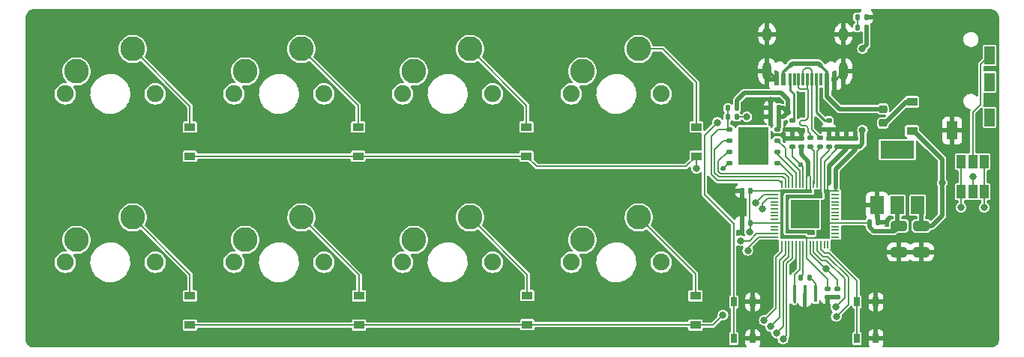
<source format=gbr>
%TF.GenerationSoftware,KiCad,Pcbnew,7.0.7*%
%TF.CreationDate,2023-12-20T03:25:26+09:00*%
%TF.ProjectId,RP2040_8key,52503230-3430-45f3-986b-65792e6b6963,rev?*%
%TF.SameCoordinates,Original*%
%TF.FileFunction,Copper,L1,Top*%
%TF.FilePolarity,Positive*%
%FSLAX46Y46*%
G04 Gerber Fmt 4.6, Leading zero omitted, Abs format (unit mm)*
G04 Created by KiCad (PCBNEW 7.0.7) date 2023-12-20 03:25:26*
%MOMM*%
%LPD*%
G01*
G04 APERTURE LIST*
G04 Aperture macros list*
%AMRoundRect*
0 Rectangle with rounded corners*
0 $1 Rounding radius*
0 $2 $3 $4 $5 $6 $7 $8 $9 X,Y pos of 4 corners*
0 Add a 4 corners polygon primitive as box body*
4,1,4,$2,$3,$4,$5,$6,$7,$8,$9,$2,$3,0*
0 Add four circle primitives for the rounded corners*
1,1,$1+$1,$2,$3*
1,1,$1+$1,$4,$5*
1,1,$1+$1,$6,$7*
1,1,$1+$1,$8,$9*
0 Add four rect primitives between the rounded corners*
20,1,$1+$1,$2,$3,$4,$5,0*
20,1,$1+$1,$4,$5,$6,$7,0*
20,1,$1+$1,$6,$7,$8,$9,0*
20,1,$1+$1,$8,$9,$2,$3,0*%
G04 Aperture macros list end*
%TA.AperFunction,SMDPad,CuDef*%
%ADD10RoundRect,0.250000X-0.650000X0.325000X-0.650000X-0.325000X0.650000X-0.325000X0.650000X0.325000X0*%
%TD*%
%TA.AperFunction,SMDPad,CuDef*%
%ADD11R,1.000000X1.500000*%
%TD*%
%TA.AperFunction,SMDPad,CuDef*%
%ADD12RoundRect,0.125000X-0.250000X-0.125000X0.250000X-0.125000X0.250000X0.125000X-0.250000X0.125000X0*%
%TD*%
%TA.AperFunction,SMDPad,CuDef*%
%ADD13R,3.400000X4.300000*%
%TD*%
%TA.AperFunction,WasherPad*%
%ADD14C,1.910000*%
%TD*%
%TA.AperFunction,ComponentPad*%
%ADD15C,2.800000*%
%TD*%
%TA.AperFunction,SMDPad,CuDef*%
%ADD16RoundRect,0.135000X-0.135000X-0.185000X0.135000X-0.185000X0.135000X0.185000X-0.135000X0.185000X0*%
%TD*%
%TA.AperFunction,SMDPad,CuDef*%
%ADD17R,0.600000X1.450000*%
%TD*%
%TA.AperFunction,SMDPad,CuDef*%
%ADD18R,0.300000X1.450000*%
%TD*%
%TA.AperFunction,ComponentPad*%
%ADD19O,1.000000X2.100000*%
%TD*%
%TA.AperFunction,ComponentPad*%
%ADD20O,1.000000X1.600000*%
%TD*%
%TA.AperFunction,SMDPad,CuDef*%
%ADD21R,1.200000X0.900000*%
%TD*%
%TA.AperFunction,SMDPad,CuDef*%
%ADD22RoundRect,0.218750X-0.256250X0.218750X-0.256250X-0.218750X0.256250X-0.218750X0.256250X0.218750X0*%
%TD*%
%TA.AperFunction,SMDPad,CuDef*%
%ADD23RoundRect,0.147500X0.147500X0.172500X-0.147500X0.172500X-0.147500X-0.172500X0.147500X-0.172500X0*%
%TD*%
%TA.AperFunction,SMDPad,CuDef*%
%ADD24RoundRect,0.135000X0.135000X0.185000X-0.135000X0.185000X-0.135000X-0.185000X0.135000X-0.185000X0*%
%TD*%
%TA.AperFunction,SMDPad,CuDef*%
%ADD25R,1.500000X2.000000*%
%TD*%
%TA.AperFunction,SMDPad,CuDef*%
%ADD26R,3.800000X2.000000*%
%TD*%
%TA.AperFunction,SMDPad,CuDef*%
%ADD27RoundRect,0.135000X0.185000X-0.135000X0.185000X0.135000X-0.185000X0.135000X-0.185000X-0.135000X0*%
%TD*%
%TA.AperFunction,SMDPad,CuDef*%
%ADD28R,0.650000X1.050000*%
%TD*%
%TA.AperFunction,SMDPad,CuDef*%
%ADD29RoundRect,0.140000X0.170000X-0.140000X0.170000X0.140000X-0.170000X0.140000X-0.170000X-0.140000X0*%
%TD*%
%TA.AperFunction,SMDPad,CuDef*%
%ADD30RoundRect,0.140000X0.140000X0.170000X-0.140000X0.170000X-0.140000X-0.170000X0.140000X-0.170000X0*%
%TD*%
%TA.AperFunction,SMDPad,CuDef*%
%ADD31RoundRect,0.140000X-0.170000X0.140000X-0.170000X-0.140000X0.170000X-0.140000X0.170000X0.140000X0*%
%TD*%
%TA.AperFunction,SMDPad,CuDef*%
%ADD32RoundRect,0.140000X-0.140000X-0.170000X0.140000X-0.170000X0.140000X0.170000X-0.140000X0.170000X0*%
%TD*%
%TA.AperFunction,SMDPad,CuDef*%
%ADD33RoundRect,0.050000X-0.387500X-0.050000X0.387500X-0.050000X0.387500X0.050000X-0.387500X0.050000X0*%
%TD*%
%TA.AperFunction,SMDPad,CuDef*%
%ADD34RoundRect,0.050000X-0.050000X-0.387500X0.050000X-0.387500X0.050000X0.387500X-0.050000X0.387500X0*%
%TD*%
%TA.AperFunction,SMDPad,CuDef*%
%ADD35R,3.200000X3.200000*%
%TD*%
%TA.AperFunction,SMDPad,CuDef*%
%ADD36RoundRect,0.135000X-0.185000X0.135000X-0.185000X-0.135000X0.185000X-0.135000X0.185000X0.135000X0*%
%TD*%
%TA.AperFunction,SMDPad,CuDef*%
%ADD37R,0.400000X1.900000*%
%TD*%
%TA.AperFunction,ComponentPad*%
%ADD38R,1.200000X2.100000*%
%TD*%
%TA.AperFunction,ViaPad*%
%ADD39C,0.800000*%
%TD*%
%TA.AperFunction,ViaPad*%
%ADD40C,0.600000*%
%TD*%
%TA.AperFunction,ViaPad*%
%ADD41C,0.700000*%
%TD*%
%TA.AperFunction,Conductor*%
%ADD42C,0.200000*%
%TD*%
%TA.AperFunction,Conductor*%
%ADD43C,0.500000*%
%TD*%
%TA.AperFunction,Conductor*%
%ADD44C,0.250000*%
%TD*%
%TA.AperFunction,Conductor*%
%ADD45C,0.300000*%
%TD*%
G04 APERTURE END LIST*
D10*
%TO.P,C2,1*%
%TO.N,+3V3*%
X189100000Y-114925000D03*
%TO.P,C2,2*%
%TO.N,GND*%
X189100000Y-117875000D03*
%TD*%
%TO.P,C1,1*%
%TO.N,+5V*%
X191600000Y-114925000D03*
%TO.P,C1,2*%
%TO.N,GND*%
X191600000Y-117875000D03*
%TD*%
D11*
%TO.P,J4,1,Pin_1*%
%TO.N,RX*%
X196100000Y-107650000D03*
%TO.P,J4,2,Pin_2*%
%TO.N,R2*%
X197400000Y-107650000D03*
%TO.P,J4,3,Pin_3*%
%TO.N,TX*%
X198700000Y-107650000D03*
%TD*%
D12*
%TO.P,U3,1,~{CS}*%
%TO.N,QSPI_SS*%
X169950000Y-103995000D03*
%TO.P,U3,2,DO(IO1)*%
%TO.N,QSPI_SD1*%
X169950000Y-105265000D03*
%TO.P,U3,3,IO2*%
%TO.N,QSPI_SD2*%
X169950000Y-106535000D03*
%TO.P,U3,4,GND*%
%TO.N,GND*%
X169950000Y-107805000D03*
%TO.P,U3,5,DI(IO0)*%
%TO.N,QSPI_SD0*%
X175350000Y-107805000D03*
%TO.P,U3,6,CLK*%
%TO.N,QSPI_SCLK*%
X175350000Y-106535000D03*
%TO.P,U3,7,IO3*%
%TO.N,QSPI_SD3*%
X175350000Y-105265000D03*
%TO.P,U3,8,VCC*%
%TO.N,+3V3*%
X175350000Y-103995000D03*
D13*
%TO.P,U3,9*%
%TO.N,N/C*%
X172650000Y-105900000D03*
%TD*%
D14*
%TO.P,SW5,*%
%TO.N,*%
X94920000Y-119050000D03*
X105080000Y-119050000D03*
D15*
%TO.P,SW5,1,1*%
%TO.N,col0*%
X96190000Y-116510000D03*
%TO.P,SW5,2,2*%
%TO.N,Net-(D5-A)*%
X102540000Y-113970000D03*
%TD*%
D16*
%TO.P,R1,1*%
%TO.N,Net-(STLED1-A)*%
X184390000Y-92500000D03*
%TO.P,R1,2*%
%TO.N,+3V3*%
X185410000Y-92500000D03*
%TD*%
D17*
%TO.P,J1,A1,GND*%
%TO.N,GND*%
X181750000Y-98345000D03*
%TO.P,J1,A4,VBUS*%
%TO.N,VBUS*%
X180950000Y-98345000D03*
D18*
%TO.P,J1,A5,CC1*%
%TO.N,Net-(J1-CC1)*%
X179750000Y-98345000D03*
%TO.P,J1,A6,D+*%
%TO.N,D+*%
X178750000Y-98345000D03*
%TO.P,J1,A7,D-*%
%TO.N,D-*%
X178250000Y-98345000D03*
%TO.P,J1,A8,SBU1*%
%TO.N,unconnected-(J1-SBU1-PadA8)*%
X177250000Y-98345000D03*
D17*
%TO.P,J1,A9,VBUS*%
%TO.N,VBUS*%
X176050000Y-98345000D03*
%TO.P,J1,A12,GND*%
%TO.N,GND*%
X175250000Y-98345000D03*
%TO.P,J1,B1,GND*%
X175250000Y-98345000D03*
%TO.P,J1,B4,VBUS*%
%TO.N,VBUS*%
X176050000Y-98345000D03*
D18*
%TO.P,J1,B5,CC2*%
%TO.N,Net-(J1-CC2)*%
X176750000Y-98345000D03*
%TO.P,J1,B6,D+*%
%TO.N,D+*%
X177750000Y-98345000D03*
%TO.P,J1,B7,D-*%
%TO.N,D-*%
X179250000Y-98345000D03*
%TO.P,J1,B8,SBU2*%
%TO.N,unconnected-(J1-SBU2-PadB8)*%
X180250000Y-98345000D03*
D17*
%TO.P,J1,B9,VBUS*%
%TO.N,VBUS*%
X180950000Y-98345000D03*
%TO.P,J1,B12,GND*%
%TO.N,GND*%
X181750000Y-98345000D03*
D19*
%TO.P,J1,S1,SHIELD*%
X182820000Y-97430000D03*
D20*
X182820000Y-93250000D03*
D19*
X174180000Y-97430000D03*
D20*
X174180000Y-93250000D03*
%TD*%
D21*
%TO.P,SD1,1,K*%
%TO.N,+5V*%
X190550000Y-104200000D03*
%TO.P,SD1,2,A*%
%TO.N,Net-(SD1-A)*%
X190550000Y-100900000D03*
%TD*%
D14*
%TO.P,SW8,*%
%TO.N,*%
X152070000Y-119050000D03*
X162230000Y-119050000D03*
D15*
%TO.P,SW8,1,1*%
%TO.N,col3*%
X153340000Y-116510000D03*
%TO.P,SW8,2,2*%
%TO.N,Net-(D8-A)*%
X159690000Y-113970000D03*
%TD*%
D22*
%TO.P,F1,1*%
%TO.N,VBUS*%
X187250000Y-101712500D03*
%TO.P,F1,2*%
%TO.N,Net-(SD1-A)*%
X187250000Y-103287500D03*
%TD*%
D23*
%TO.P,STLED1,1,K*%
%TO.N,GND*%
X185385000Y-91300000D03*
%TO.P,STLED1,2,A*%
%TO.N,Net-(STLED1-A)*%
X184415000Y-91300000D03*
%TD*%
D21*
%TO.P,D7,1,K*%
%TO.N,row1*%
X147100000Y-126100000D03*
%TO.P,D7,2,A*%
%TO.N,Net-(D7-A)*%
X147100000Y-122800000D03*
%TD*%
%TO.P,D1,1,K*%
%TO.N,row0*%
X109000000Y-107050000D03*
%TO.P,D1,2,A*%
%TO.N,Net-(D1-A)*%
X109000000Y-103750000D03*
%TD*%
%TO.P,D8,1,K*%
%TO.N,row1*%
X166100000Y-126150000D03*
%TO.P,D8,2,A*%
%TO.N,Net-(D8-A)*%
X166100000Y-122850000D03*
%TD*%
D24*
%TO.P,R7,1*%
%TO.N,+3V3*%
X170760000Y-101600000D03*
%TO.P,R7,2*%
%TO.N,QSPI_SS*%
X169740000Y-101600000D03*
%TD*%
D25*
%TO.P,U1,1,GND*%
%TO.N,GND*%
X186600000Y-112600000D03*
%TO.P,U1,2,VO*%
%TO.N,+3V3*%
X188900000Y-112600000D03*
%TO.P,U1,3,VI*%
%TO.N,+5V*%
X191200000Y-112600000D03*
D26*
%TO.P,U1,4*%
%TO.N,N/C*%
X188900000Y-106300000D03*
%TD*%
D27*
%TO.P,R5,1*%
%TO.N,Net-(U2-USB_DM)*%
X180150000Y-106010000D03*
%TO.P,R5,2*%
%TO.N,D-*%
X180150000Y-104990000D03*
%TD*%
D28*
%TO.P,SW9,1,1*%
%TO.N,USB_BOOT*%
X170425000Y-127675000D03*
X170425000Y-123525000D03*
%TO.P,SW9,2,2*%
%TO.N,GND*%
X172575000Y-127675000D03*
X172575000Y-123525000D03*
%TD*%
D29*
%TO.P,C6,1*%
%TO.N,+3V3*%
X183150000Y-105980000D03*
%TO.P,C6,2*%
%TO.N,GND*%
X183150000Y-105020000D03*
%TD*%
D30*
%TO.P,C15,1*%
%TO.N,+3V3*%
X175530000Y-102600000D03*
%TO.P,C15,2*%
%TO.N,GND*%
X174570000Y-102600000D03*
%TD*%
D14*
%TO.P,SW4,*%
%TO.N,*%
X152070000Y-100000000D03*
X162230000Y-100000000D03*
D15*
%TO.P,SW4,1,1*%
%TO.N,col3*%
X153340000Y-97460000D03*
%TO.P,SW4,2,2*%
%TO.N,rotary*%
X159690000Y-94920000D03*
%TD*%
D31*
%TO.P,C4,1*%
%TO.N,+1V1*%
X182150000Y-122020000D03*
%TO.P,C4,2*%
%TO.N,GND*%
X182150000Y-122980000D03*
%TD*%
D24*
%TO.P,R6,1*%
%TO.N,Net-(R6-Pad1)*%
X179010000Y-120750000D03*
%TO.P,R6,2*%
%TO.N,Net-(U2-XOUT)*%
X177990000Y-120750000D03*
%TD*%
%TO.P,R8,1*%
%TO.N,USB_BOOT*%
X170760000Y-102600000D03*
%TO.P,R8,2*%
%TO.N,QSPI_SS*%
X169740000Y-102600000D03*
%TD*%
D14*
%TO.P,SW3,*%
%TO.N,*%
X133020000Y-100000000D03*
X143180000Y-100000000D03*
D15*
%TO.P,SW3,1,1*%
%TO.N,col2*%
X134290000Y-97460000D03*
%TO.P,SW3,2,2*%
%TO.N,Net-(D3-A)*%
X140640000Y-94920000D03*
%TD*%
D29*
%TO.P,C7,1*%
%TO.N,+3V3*%
X184150000Y-105980000D03*
%TO.P,C7,2*%
%TO.N,GND*%
X184150000Y-105020000D03*
%TD*%
D32*
%TO.P,C8,1*%
%TO.N,+3V3*%
X185770000Y-114500000D03*
%TO.P,C8,2*%
%TO.N,GND*%
X186730000Y-114500000D03*
%TD*%
D33*
%TO.P,U2,1,IOVDD*%
%TO.N,+3V3*%
X175012500Y-111000000D03*
%TO.P,U2,2,GPIO0*%
%TO.N,TX*%
X175012500Y-111400000D03*
%TO.P,U2,3,GPIO1*%
%TO.N,RX*%
X175012500Y-111800000D03*
%TO.P,U2,4,GPIO2*%
%TO.N,unconnected-(U2-GPIO2-Pad4)*%
X175012500Y-112200000D03*
%TO.P,U2,5,GPIO3*%
%TO.N,unconnected-(U2-GPIO3-Pad5)*%
X175012500Y-112600000D03*
%TO.P,U2,6,GPIO4*%
%TO.N,unconnected-(U2-GPIO4-Pad6)*%
X175012500Y-113000000D03*
%TO.P,U2,7,GPIO5*%
%TO.N,unconnected-(U2-GPIO5-Pad7)*%
X175012500Y-113400000D03*
%TO.P,U2,8,GPIO6*%
%TO.N,unconnected-(U2-GPIO6-Pad8)*%
X175012500Y-113800000D03*
%TO.P,U2,9,GPIO7*%
%TO.N,unconnected-(U2-GPIO7-Pad9)*%
X175012500Y-114200000D03*
%TO.P,U2,10,IOVDD*%
%TO.N,+3V3*%
X175012500Y-114600000D03*
%TO.P,U2,11,GPIO8*%
%TO.N,unconnected-(U2-GPIO8-Pad11)*%
X175012500Y-115000000D03*
%TO.P,U2,12,GPIO9*%
%TO.N,unconnected-(U2-GPIO9-Pad12)*%
X175012500Y-115400000D03*
%TO.P,U2,13,GPIO10*%
%TO.N,row0*%
X175012500Y-115800000D03*
%TO.P,U2,14,GPIO11*%
%TO.N,row1*%
X175012500Y-116200000D03*
D34*
%TO.P,U2,15,GPIO12*%
%TO.N,col3*%
X175850000Y-117037500D03*
%TO.P,U2,16,GPIO13*%
%TO.N,col2*%
X176250000Y-117037500D03*
%TO.P,U2,17,GPIO14*%
%TO.N,col1*%
X176650000Y-117037500D03*
%TO.P,U2,18,GPIO15*%
%TO.N,col0*%
X177050000Y-117037500D03*
%TO.P,U2,19,TESTEN*%
%TO.N,GND*%
X177450000Y-117037500D03*
%TO.P,U2,20,XIN*%
%TO.N,Net-(U2-XIN)*%
X177850000Y-117037500D03*
%TO.P,U2,21,XOUT*%
%TO.N,Net-(U2-XOUT)*%
X178250000Y-117037500D03*
%TO.P,U2,22,IOVDD*%
%TO.N,+3V3*%
X178650000Y-117037500D03*
%TO.P,U2,23,DVDD*%
%TO.N,+1V1*%
X179050000Y-117037500D03*
%TO.P,U2,24,SWCLK*%
%TO.N,SWCLK*%
X179450000Y-117037500D03*
%TO.P,U2,25,SWD*%
%TO.N,SWD*%
X179850000Y-117037500D03*
%TO.P,U2,26,RUN*%
%TO.N,RESET*%
X180250000Y-117037500D03*
%TO.P,U2,27,GPIO16*%
%TO.N,unconnected-(U2-GPIO16-Pad27)*%
X180650000Y-117037500D03*
%TO.P,U2,28,GPIO17*%
%TO.N,unconnected-(U2-GPIO17-Pad28)*%
X181050000Y-117037500D03*
D33*
%TO.P,U2,29,GPIO18*%
%TO.N,unconnected-(U2-GPIO18-Pad29)*%
X181887500Y-116200000D03*
%TO.P,U2,30,GPIO19*%
%TO.N,unconnected-(U2-GPIO19-Pad30)*%
X181887500Y-115800000D03*
%TO.P,U2,31,GPIO20*%
%TO.N,unconnected-(U2-GPIO20-Pad31)*%
X181887500Y-115400000D03*
%TO.P,U2,32,GPIO21*%
%TO.N,unconnected-(U2-GPIO21-Pad32)*%
X181887500Y-115000000D03*
%TO.P,U2,33,IOVDD*%
%TO.N,+3V3*%
X181887500Y-114600000D03*
%TO.P,U2,34,GPIO22*%
%TO.N,unconnected-(U2-GPIO22-Pad34)*%
X181887500Y-114200000D03*
%TO.P,U2,35,GPIO23*%
%TO.N,unconnected-(U2-GPIO23-Pad35)*%
X181887500Y-113800000D03*
%TO.P,U2,36,GPIO24*%
%TO.N,unconnected-(U2-GPIO24-Pad36)*%
X181887500Y-113400000D03*
%TO.P,U2,37,GPIO25*%
%TO.N,unconnected-(U2-GPIO25-Pad37)*%
X181887500Y-113000000D03*
%TO.P,U2,38,GPIO26_ADC0*%
%TO.N,unconnected-(U2-GPIO26_ADC0-Pad38)*%
X181887500Y-112600000D03*
%TO.P,U2,39,GPIO27_ADC1*%
%TO.N,unconnected-(U2-GPIO27_ADC1-Pad39)*%
X181887500Y-112200000D03*
%TO.P,U2,40,GPIO28_ADC2*%
%TO.N,unconnected-(U2-GPIO28_ADC2-Pad40)*%
X181887500Y-111800000D03*
%TO.P,U2,41,GPIO29_ADC3*%
%TO.N,unconnected-(U2-GPIO29_ADC3-Pad41)*%
X181887500Y-111400000D03*
%TO.P,U2,42,IOVDD*%
%TO.N,+3V3*%
X181887500Y-111000000D03*
D34*
%TO.P,U2,43,ADC_AVDD*%
X181050000Y-110162500D03*
%TO.P,U2,44,VREG_IN*%
X180650000Y-110162500D03*
%TO.P,U2,45,VREG_VOUT*%
%TO.N,+1V1*%
X180250000Y-110162500D03*
%TO.P,U2,46,USB_DM*%
%TO.N,Net-(U2-USB_DM)*%
X179850000Y-110162500D03*
%TO.P,U2,47,USB_DP*%
%TO.N,Net-(U2-USB_DP)*%
X179450000Y-110162500D03*
%TO.P,U2,48,USB_VDD*%
%TO.N,+3V3*%
X179050000Y-110162500D03*
%TO.P,U2,49,IOVDD*%
X178650000Y-110162500D03*
%TO.P,U2,50,DVDD*%
%TO.N,+1V1*%
X178250000Y-110162500D03*
%TO.P,U2,51,QSPI_SD3*%
%TO.N,QSPI_SD3*%
X177850000Y-110162500D03*
%TO.P,U2,52,QSPI_SCLK*%
%TO.N,QSPI_SCLK*%
X177450000Y-110162500D03*
%TO.P,U2,53,QSPI_SD0*%
%TO.N,QSPI_SD0*%
X177050000Y-110162500D03*
%TO.P,U2,54,QSPI_SD2*%
%TO.N,QSPI_SD2*%
X176650000Y-110162500D03*
%TO.P,U2,55,QSPI_SD1*%
%TO.N,QSPI_SD1*%
X176250000Y-110162500D03*
%TO.P,U2,56,QSPI_SS*%
%TO.N,QSPI_SS*%
X175850000Y-110162500D03*
D35*
%TO.P,U2,57,GND*%
%TO.N,GND*%
X178450000Y-113600000D03*
%TD*%
D21*
%TO.P,D2,1,K*%
%TO.N,row0*%
X128000000Y-107050000D03*
%TO.P,D2,2,A*%
%TO.N,Net-(D2-A)*%
X128000000Y-103750000D03*
%TD*%
D30*
%TO.P,C11,1*%
%TO.N,+3V3*%
X172330000Y-111000000D03*
%TO.P,C11,2*%
%TO.N,GND*%
X171370000Y-111000000D03*
%TD*%
D29*
%TO.P,C5,1*%
%TO.N,+3V3*%
X178050000Y-105980000D03*
%TO.P,C5,2*%
%TO.N,GND*%
X178050000Y-105020000D03*
%TD*%
D14*
%TO.P,SW6,*%
%TO.N,*%
X113970000Y-119050000D03*
X124130000Y-119050000D03*
D15*
%TO.P,SW6,1,1*%
%TO.N,col1*%
X115240000Y-116510000D03*
%TO.P,SW6,2,2*%
%TO.N,Net-(D6-A)*%
X121590000Y-113970000D03*
%TD*%
D30*
%TO.P,C14,1*%
%TO.N,+3V3*%
X175530000Y-101600000D03*
%TO.P,C14,2*%
%TO.N,GND*%
X174570000Y-101600000D03*
%TD*%
D31*
%TO.P,C9,1*%
%TO.N,+3V3*%
X181050000Y-122020000D03*
%TO.P,C9,2*%
%TO.N,GND*%
X181050000Y-122980000D03*
%TD*%
D21*
%TO.P,D5,1,K*%
%TO.N,row1*%
X109000000Y-126150000D03*
%TO.P,D5,2,A*%
%TO.N,Net-(D5-A)*%
X109000000Y-122850000D03*
%TD*%
D36*
%TO.P,R2,1*%
%TO.N,Net-(J1-CC1)*%
X181150000Y-102990000D03*
%TO.P,R2,2*%
%TO.N,GND*%
X181150000Y-104010000D03*
%TD*%
D30*
%TO.P,C10,1*%
%TO.N,+3V3*%
X172330000Y-114600000D03*
%TO.P,C10,2*%
%TO.N,GND*%
X171370000Y-114600000D03*
%TD*%
D21*
%TO.P,D3,1,K*%
%TO.N,row0*%
X147000000Y-107050000D03*
%TO.P,D3,2,A*%
%TO.N,Net-(D3-A)*%
X147000000Y-103750000D03*
%TD*%
D28*
%TO.P,SW10,1,1*%
%TO.N,RESET*%
X184325000Y-127675000D03*
X184325000Y-123525000D03*
%TO.P,SW10,2,2*%
%TO.N,GND*%
X186475000Y-127675000D03*
X186475000Y-123525000D03*
%TD*%
D11*
%TO.P,J3,1,Pin_1*%
%TO.N,RX*%
X196100000Y-111050000D03*
%TO.P,J3,2,Pin_2*%
%TO.N,R1*%
X197400000Y-111050000D03*
%TO.P,J3,3,Pin_3*%
%TO.N,TX*%
X198700000Y-111050000D03*
%TD*%
D27*
%TO.P,R4,1*%
%TO.N,Net-(U2-USB_DP)*%
X179050000Y-106010000D03*
%TO.P,R4,2*%
%TO.N,D+*%
X179050000Y-104990000D03*
%TD*%
D21*
%TO.P,D6,1,K*%
%TO.N,row1*%
X128100000Y-126150000D03*
%TO.P,D6,2,A*%
%TO.N,Net-(D6-A)*%
X128100000Y-122850000D03*
%TD*%
D29*
%TO.P,C3,1*%
%TO.N,+1V1*%
X177050000Y-105980000D03*
%TO.P,C3,2*%
%TO.N,GND*%
X177050000Y-105020000D03*
%TD*%
D21*
%TO.P,D4,1,K*%
%TO.N,row0*%
X166200000Y-107050000D03*
%TO.P,D4,2,A*%
%TO.N,rotary*%
X166200000Y-103750000D03*
%TD*%
D29*
%TO.P,C13,1*%
%TO.N,+3V3*%
X182150000Y-105980000D03*
%TO.P,C13,2*%
%TO.N,GND*%
X182150000Y-105020000D03*
%TD*%
D37*
%TO.P,Y1,1,1*%
%TO.N,Net-(U2-XIN)*%
X177250000Y-122600000D03*
%TO.P,Y1,2,2*%
%TO.N,GND*%
X178450000Y-122600000D03*
%TO.P,Y1,3,3*%
%TO.N,Net-(R6-Pad1)*%
X179650000Y-122600000D03*
%TD*%
D14*
%TO.P,SW2,*%
%TO.N,*%
X113970000Y-100000000D03*
X124130000Y-100000000D03*
D15*
%TO.P,SW2,1,1*%
%TO.N,col1*%
X115240000Y-97460000D03*
%TO.P,SW2,2,2*%
%TO.N,Net-(D2-A)*%
X121590000Y-94920000D03*
%TD*%
D14*
%TO.P,SW1,*%
%TO.N,*%
X94920000Y-100000000D03*
X105080000Y-100000000D03*
D15*
%TO.P,SW1,1,1*%
%TO.N,col0*%
X96190000Y-97460000D03*
%TO.P,SW1,2,2*%
%TO.N,Net-(D1-A)*%
X102540000Y-94920000D03*
%TD*%
D36*
%TO.P,R3,1*%
%TO.N,Net-(J1-CC2)*%
X177050000Y-102990000D03*
%TO.P,R3,2*%
%TO.N,GND*%
X177050000Y-104010000D03*
%TD*%
D38*
%TO.P,J2,R1*%
%TO.N,R1*%
X199300000Y-98650000D03*
%TO.P,J2,R2*%
%TO.N,R2*%
X199300000Y-95650000D03*
%TO.P,J2,S*%
%TO.N,GND*%
X195100000Y-104150000D03*
%TO.P,J2,T*%
%TO.N,+5V*%
X199300000Y-102650000D03*
%TD*%
D14*
%TO.P,SW7,*%
%TO.N,*%
X133020000Y-119050000D03*
X143180000Y-119050000D03*
D15*
%TO.P,SW7,1,1*%
%TO.N,col2*%
X134290000Y-116510000D03*
%TO.P,SW7,2,2*%
%TO.N,Net-(D7-A)*%
X140640000Y-113970000D03*
%TD*%
D29*
%TO.P,C12,1*%
%TO.N,+1V1*%
X181150000Y-105980000D03*
%TO.P,C12,2*%
%TO.N,GND*%
X181150000Y-105020000D03*
%TD*%
D39*
%TO.N,+5V*%
X193950000Y-110050000D03*
D40*
%TO.N,GND*%
X178451364Y-112390534D03*
D39*
X182600000Y-118200000D03*
D40*
X169250384Y-108391994D03*
D39*
X174500000Y-118200000D03*
D40*
X177351364Y-114790534D03*
X178451364Y-114790534D03*
D39*
X178075901Y-104275107D03*
D40*
X177351364Y-112390534D03*
D39*
X178400000Y-126400000D03*
D40*
X179651364Y-113590534D03*
D39*
X171300000Y-112200000D03*
X174600000Y-100749500D03*
X182900000Y-109100000D03*
D40*
X179651364Y-114790534D03*
D39*
X178050000Y-100300000D03*
D40*
X178451364Y-113590534D03*
D39*
X177100000Y-119600000D03*
D40*
X179651364Y-112390534D03*
X177351364Y-113590534D03*
D41*
%TO.N,+3V3*%
X176551364Y-102090534D03*
D39*
X184950000Y-94900000D03*
X184950000Y-104100000D03*
X172200500Y-115600000D03*
D40*
%TO.N,+1V1*%
X178001864Y-107990534D03*
D39*
X180844622Y-119755378D03*
D40*
X179951364Y-111190534D03*
X179151364Y-115690036D03*
D39*
%TO.N,row0*%
X171200000Y-116600000D03*
X166200000Y-108400000D03*
%TO.N,row1*%
X169200000Y-125000000D03*
X172000000Y-117700000D03*
%TO.N,SWCLK*%
X181931127Y-124131127D03*
%TO.N,SWD*%
X182000000Y-125150000D03*
%TO.N,USB_BOOT*%
X171900000Y-102600000D03*
X168550000Y-103220000D03*
%TO.N,col0*%
X175979471Y-127734400D03*
%TO.N,col1*%
X175272716Y-127027645D03*
%TO.N,col2*%
X174565961Y-126320891D03*
%TO.N,col3*%
X173859206Y-125614135D03*
%TO.N,R1*%
X197400000Y-109350000D03*
%TO.N,RX*%
X196100000Y-112850000D03*
X173677931Y-112977931D03*
%TO.N,TX*%
X172906663Y-112342202D03*
X198700000Y-112850000D03*
%TD*%
D42*
%TO.N,R2*%
X197400000Y-107650000D02*
X197400000Y-102100000D01*
X197400000Y-102100000D02*
X198300000Y-101200000D01*
X198300000Y-101200000D02*
X198300000Y-96650000D01*
X198300000Y-96650000D02*
X199300000Y-95650000D01*
D43*
%TO.N,+5V*%
X193950000Y-110050000D02*
X193950000Y-113750000D01*
X193950000Y-113750000D02*
X192775000Y-114925000D01*
X192775000Y-114925000D02*
X191600000Y-114925000D01*
X191600000Y-114925000D02*
X191600000Y-113000000D01*
X191600000Y-113000000D02*
X191200000Y-112600000D01*
%TO.N,+3V3*%
X189100000Y-114925000D02*
X188525000Y-115500000D01*
X188525000Y-115500000D02*
X186200000Y-115500000D01*
X188900000Y-112600000D02*
X188900000Y-114725000D01*
X188900000Y-114725000D02*
X189100000Y-114925000D01*
X186200000Y-115500000D02*
X185770000Y-115070000D01*
X185770000Y-115070000D02*
X185770000Y-114500000D01*
D44*
%TO.N,GND*%
X186730000Y-114500000D02*
X186730000Y-112730000D01*
X186730000Y-112730000D02*
X186600000Y-112600000D01*
D42*
%TO.N,+5V*%
X190550000Y-104200000D02*
X190700000Y-104200000D01*
D43*
X193950000Y-110050000D02*
X193950000Y-107385614D01*
X193950000Y-107385614D02*
X190764386Y-104200000D01*
X190764386Y-104200000D02*
X190700000Y-104200000D01*
D42*
%TO.N,GND*%
X177451364Y-114590534D02*
X178451364Y-113590534D01*
X169951364Y-107795534D02*
X169846844Y-107795534D01*
X181150000Y-105020000D02*
X181150000Y-104110000D01*
X177450000Y-117037500D02*
X177450000Y-119250000D01*
X174570000Y-101600000D02*
X174570000Y-100779500D01*
X177050000Y-105020000D02*
X177050000Y-104010000D01*
X174570000Y-100779500D02*
X174600000Y-100749500D01*
D44*
X174336364Y-97420534D02*
X175251364Y-98335534D01*
D42*
X182820000Y-97430000D02*
X182820000Y-93250000D01*
X177450000Y-119250000D02*
X177100000Y-119600000D01*
X184150000Y-105020000D02*
X183150000Y-105020000D01*
D44*
X181906364Y-98335534D02*
X182821364Y-97420534D01*
X174181364Y-97420534D02*
X174336364Y-97420534D01*
D42*
X169846844Y-107795534D02*
X169250384Y-108391994D01*
X177810794Y-104010000D02*
X178075901Y-104275107D01*
X178050000Y-105020000D02*
X177050000Y-105020000D01*
X181150000Y-105020000D02*
X182150000Y-105020000D01*
X177050000Y-104010000D02*
X177810794Y-104010000D01*
X174180000Y-93250000D02*
X174180000Y-97430000D01*
X182150000Y-105020000D02*
X183150000Y-105020000D01*
%TO.N,+3V3*%
X180651364Y-110153034D02*
X180651364Y-110990534D01*
X181051364Y-110990534D02*
X180851364Y-111190534D01*
D43*
X176051364Y-102590534D02*
X175531364Y-102590534D01*
X181188864Y-110153034D02*
X181188864Y-108153034D01*
D42*
X175012500Y-111000000D02*
X175900000Y-111000000D01*
X181887500Y-110662500D02*
X181950000Y-110600000D01*
X172206663Y-114476663D02*
X172330000Y-114600000D01*
D43*
X184950000Y-105650000D02*
X184950000Y-104100000D01*
X175531364Y-103805534D02*
X175351364Y-103985534D01*
X185410000Y-94440000D02*
X185410000Y-92500000D01*
D42*
X175012500Y-111000000D02*
X172330000Y-111000000D01*
X178851364Y-110990534D02*
X178651364Y-110790534D01*
X178651364Y-110790534D02*
X178651364Y-110153034D01*
D43*
X184150000Y-106300000D02*
X184150000Y-105980000D01*
D42*
X181887500Y-111000000D02*
X181060830Y-111000000D01*
D43*
X175531364Y-103805534D02*
X175531364Y-102590534D01*
D42*
X181050000Y-120950000D02*
X178650000Y-118550000D01*
D43*
X184950000Y-94900000D02*
X185410000Y-94440000D01*
D42*
X180651364Y-110153034D02*
X180651364Y-107658034D01*
D43*
X171600000Y-99900000D02*
X170760000Y-100740000D01*
X181188864Y-108153034D02*
X183151364Y-106190534D01*
X181950000Y-108500000D02*
X184150000Y-106300000D01*
D42*
X181887500Y-111000000D02*
X181887500Y-110662500D01*
D43*
X176551364Y-102090534D02*
X176551364Y-100651364D01*
X183151364Y-106190534D02*
X183151364Y-106070534D01*
X176551364Y-102090534D02*
X176051364Y-102590534D01*
D42*
X175012500Y-114600000D02*
X172330000Y-114600000D01*
D43*
X184150000Y-105980000D02*
X183150000Y-105980000D01*
D42*
X172206663Y-111123337D02*
X172206663Y-114476663D01*
X179051364Y-109290534D02*
X178851364Y-109090534D01*
X180651364Y-107658034D02*
X182151364Y-106158034D01*
X181050000Y-122020000D02*
X181050000Y-120950000D01*
D43*
X176051364Y-101590534D02*
X176551364Y-102090534D01*
D42*
X181051364Y-110153034D02*
X181051364Y-110990534D01*
X181887500Y-114600000D02*
X185670000Y-114600000D01*
X178651364Y-109290534D02*
X178651364Y-110153034D01*
X179051364Y-110153034D02*
X179051364Y-109290534D01*
X172330000Y-115470500D02*
X172200500Y-115600000D01*
X178650000Y-118550000D02*
X178650000Y-117037500D01*
D43*
X175531364Y-102590534D02*
X175531364Y-101590534D01*
D42*
X181060830Y-111000000D02*
X181051364Y-110990534D01*
X180851364Y-111190534D02*
X180851364Y-112190534D01*
X178650000Y-117037500D02*
X178650000Y-116291898D01*
D43*
X181950000Y-110600000D02*
X181950000Y-108500000D01*
D42*
X178650000Y-116291898D02*
X178652343Y-116289555D01*
X172330000Y-114600000D02*
X172330000Y-115470500D01*
X181887500Y-114600000D02*
X180950000Y-114600000D01*
X179051364Y-110153034D02*
X179051364Y-110790534D01*
D43*
X182150000Y-105980000D02*
X183150000Y-105980000D01*
D42*
X175012500Y-114600000D02*
X175800000Y-114600000D01*
X179051364Y-110790534D02*
X178851364Y-110990534D01*
D43*
X178851364Y-109090534D02*
X178851364Y-107638643D01*
X175800000Y-99900000D02*
X171600000Y-99900000D01*
X184150000Y-105980000D02*
X184620000Y-105980000D01*
X184620000Y-105980000D02*
X184950000Y-105650000D01*
X175531364Y-101590534D02*
X176051364Y-101590534D01*
D42*
X178652343Y-116289555D02*
X179652343Y-116289555D01*
X185670000Y-114600000D02*
X185770000Y-114500000D01*
X179652343Y-116289555D02*
X179951364Y-115990534D01*
D43*
X178051364Y-106838643D02*
X178051364Y-106070534D01*
D42*
X172330000Y-111000000D02*
X172206663Y-111123337D01*
D43*
X176551364Y-100651364D02*
X175800000Y-99900000D01*
D42*
X178851364Y-109090534D02*
X178651364Y-109290534D01*
D43*
X178851364Y-107638643D02*
X178051364Y-106838643D01*
D42*
X180651364Y-110990534D02*
X180851364Y-111190534D01*
D43*
X170760000Y-100740000D02*
X170760000Y-101600000D01*
D42*
%TO.N,+1V1*%
X180251364Y-110153034D02*
X180251364Y-110890534D01*
X180844622Y-119755378D02*
X182150000Y-121060756D01*
X181151364Y-106390534D02*
X180251364Y-107290534D01*
X179951364Y-111190534D02*
X179551364Y-111590534D01*
X179051862Y-115590534D02*
X178351364Y-115590534D01*
X179551364Y-111590534D02*
X179251364Y-111590534D01*
X178001864Y-107990534D02*
X177951364Y-107990534D01*
X178251364Y-108240034D02*
X178001864Y-107990534D01*
X180251364Y-107290534D02*
X180251364Y-110153034D01*
X180844622Y-119755378D02*
X180738347Y-119755378D01*
X177951364Y-107990534D02*
X177051364Y-107090534D01*
X178250000Y-110162500D02*
X178250000Y-108241398D01*
X181151364Y-106158034D02*
X181151364Y-106390534D01*
X180738347Y-119755378D02*
X179050001Y-118067032D01*
X180251364Y-110890534D02*
X179951364Y-111190534D01*
X177051364Y-107090534D02*
X177051364Y-106070534D01*
X179050001Y-118067032D02*
X179050000Y-117037500D01*
X178250000Y-108241398D02*
X178251364Y-108240034D01*
X179151364Y-115690036D02*
X179051862Y-115590534D01*
X182150000Y-121060756D02*
X182150000Y-122020000D01*
%TO.N,row0*%
X175012500Y-115800000D02*
X172990450Y-115800000D01*
X166200000Y-108400000D02*
X166200000Y-107050000D01*
X147000000Y-107050000D02*
X148150000Y-108200000D01*
X109000000Y-107050000D02*
X128000000Y-107050000D01*
X165050000Y-108200000D02*
X166200000Y-107050000D01*
X172190450Y-116600000D02*
X171200000Y-116600000D01*
X128000000Y-107050000D02*
X147000000Y-107050000D01*
X172990450Y-115800000D02*
X172190450Y-116600000D01*
X148150000Y-108200000D02*
X165050000Y-108200000D01*
%TO.N,Net-(D1-A)*%
X109000000Y-101380000D02*
X109000000Y-103750000D01*
X102540000Y-94920000D02*
X109000000Y-101380000D01*
%TO.N,Net-(D2-A)*%
X128000000Y-101330000D02*
X128000000Y-103750000D01*
X121590000Y-94920000D02*
X128000000Y-101330000D01*
%TO.N,Net-(D3-A)*%
X140640000Y-94920000D02*
X147000000Y-101280000D01*
X147000000Y-101280000D02*
X147000000Y-103750000D01*
%TO.N,rotary*%
X162420000Y-94920000D02*
X159690000Y-94920000D01*
X166200000Y-98700000D02*
X162420000Y-94920000D01*
X166200000Y-103750000D02*
X166200000Y-98700000D01*
%TO.N,row1*%
X169200000Y-125000000D02*
X168050000Y-126150000D01*
X109000000Y-126150000D02*
X128100000Y-126150000D01*
X173200000Y-116200000D02*
X175012500Y-116200000D01*
X128100000Y-126150000D02*
X147050000Y-126150000D01*
X172000000Y-117700000D02*
X172000000Y-117400000D01*
X147050000Y-126150000D02*
X147100000Y-126100000D01*
X172000000Y-117400000D02*
X173200000Y-116200000D01*
X147100000Y-126100000D02*
X166050000Y-126100000D01*
X168050000Y-126150000D02*
X166100000Y-126150000D01*
X166050000Y-126100000D02*
X166100000Y-126150000D01*
%TO.N,Net-(D5-A)*%
X102540000Y-113970000D02*
X109000000Y-120430000D01*
X109000000Y-120430000D02*
X109000000Y-122850000D01*
%TO.N,Net-(D6-A)*%
X128100000Y-120480000D02*
X128100000Y-122850000D01*
X121590000Y-113970000D02*
X128100000Y-120480000D01*
%TO.N,Net-(D7-A)*%
X140640000Y-113970000D02*
X147100000Y-120430000D01*
X147100000Y-120430000D02*
X147100000Y-122750000D01*
%TO.N,Net-(D8-A)*%
X166100000Y-120380000D02*
X166100000Y-122850000D01*
X159690000Y-113970000D02*
X166100000Y-120380000D01*
D43*
%TO.N,VBUS*%
X176751364Y-96790534D02*
X177000884Y-96541014D01*
X177000884Y-96541014D02*
X180001844Y-96541014D01*
D45*
X176051364Y-97490534D02*
X176751364Y-96790534D01*
D43*
X180950000Y-100312500D02*
X182350000Y-101712500D01*
X180001844Y-96541014D02*
X180251364Y-96790534D01*
D45*
X180951364Y-97490534D02*
X180951364Y-98335534D01*
D43*
X182350000Y-101712500D02*
X187250000Y-101712500D01*
D45*
X180251364Y-96790534D02*
X180951364Y-97490534D01*
X176051364Y-98335534D02*
X176051364Y-97490534D01*
D43*
X180950000Y-100312500D02*
X180950000Y-98345000D01*
%TO.N,Net-(SD1-A)*%
X187250000Y-103287500D02*
X187512500Y-103287500D01*
X189900000Y-100900000D02*
X190550000Y-100900000D01*
X187512500Y-103287500D02*
X189900000Y-100900000D01*
D44*
%TO.N,Net-(J1-CC1)*%
X180640000Y-102990000D02*
X181150000Y-102990000D01*
X179751364Y-102101364D02*
X180640000Y-102990000D01*
X179751364Y-98335534D02*
X179751364Y-102101364D01*
D42*
%TO.N,D+*%
X178732501Y-99450000D02*
X178750000Y-99432501D01*
X177880000Y-99450000D02*
X178732501Y-99450000D01*
X178750000Y-99432501D02*
X178750000Y-98345000D01*
X178775000Y-104251397D02*
X179050000Y-104526397D01*
X177750000Y-98345000D02*
X177750000Y-99320000D01*
X178475000Y-102975000D02*
X178139106Y-102975000D01*
X178775000Y-103925000D02*
X178775000Y-104251397D01*
X177750000Y-99320000D02*
X177880000Y-99450000D01*
X179050000Y-104526397D02*
X179050000Y-104990000D01*
X178139106Y-103575000D02*
X178475000Y-103575000D01*
X178775000Y-103875000D02*
X178775000Y-103925000D01*
X178775000Y-99457501D02*
X178775000Y-102675000D01*
X178750000Y-99432501D02*
X178775000Y-99457501D01*
X177839100Y-103275000D02*
G75*
G03*
X178139106Y-103575000I300000J0D01*
G01*
X178775000Y-103875000D02*
G75*
G03*
X178475000Y-103575000I-300000J0D01*
G01*
X178475000Y-102975000D02*
G75*
G03*
X178775000Y-102675000I0J300000D01*
G01*
X178139106Y-102975006D02*
G75*
G03*
X177839106Y-103275000I-6J-299994D01*
G01*
%TO.N,D-*%
X179225000Y-104065000D02*
X179225000Y-99457501D01*
X178251364Y-97361512D02*
X178522342Y-97090534D01*
X180150000Y-104990000D02*
X179225000Y-104065000D01*
X179225000Y-99457501D02*
X179250000Y-99432501D01*
X178251364Y-98335534D02*
X178251364Y-97361512D01*
X178980386Y-97090534D02*
X179251364Y-97361512D01*
X178522342Y-97090534D02*
X178980386Y-97090534D01*
X179250000Y-99432501D02*
X179250000Y-98345000D01*
X179251364Y-97361512D02*
X179251364Y-98335534D01*
D44*
%TO.N,Net-(J1-CC2)*%
X177226364Y-100023636D02*
X177226364Y-102813636D01*
X176751364Y-99548636D02*
X177226364Y-100023636D01*
X177226364Y-102813636D02*
X177050000Y-102990000D01*
X176751364Y-98335534D02*
X176751364Y-99548636D01*
D42*
%TO.N,SWCLK*%
X182950000Y-120870806D02*
X182950000Y-123112254D01*
X179450000Y-117037500D02*
X179450001Y-117901347D01*
X180879194Y-118800000D02*
X182950000Y-120870806D01*
X180348655Y-118800000D02*
X180879194Y-118800000D01*
X182950000Y-123112254D02*
X181931127Y-124131127D01*
X179450001Y-117901347D02*
X180348655Y-118800000D01*
%TO.N,SWD*%
X181044880Y-118400000D02*
X183350000Y-120705120D01*
X180514340Y-118400000D02*
X181044880Y-118400000D01*
X179850000Y-117735661D02*
X180514340Y-118400000D01*
X183350000Y-123800000D02*
X182000000Y-125150000D01*
X183350000Y-120705120D02*
X183350000Y-123800000D01*
X179850000Y-117037500D02*
X179850000Y-117735661D01*
%TO.N,Net-(STLED1-A)*%
X184415000Y-92475000D02*
X184390000Y-92500000D01*
X184415000Y-91300000D02*
X184415000Y-92475000D01*
%TO.N,QSPI_SS*%
X168551364Y-109790534D02*
X167851364Y-109090534D01*
X169740000Y-102600000D02*
X169740000Y-101600000D01*
X175488864Y-109790534D02*
X168551364Y-109790534D01*
X169750000Y-103795000D02*
X169750000Y-102610000D01*
X168656364Y-103985534D02*
X169951364Y-103985534D01*
X169750000Y-102610000D02*
X169740000Y-102600000D01*
X167851364Y-104790534D02*
X168656364Y-103985534D01*
X169950000Y-103995000D02*
X169750000Y-103795000D01*
X175850000Y-110151670D02*
X175488864Y-109790534D01*
X175850000Y-110162500D02*
X175850000Y-110151670D01*
X167851364Y-109090534D02*
X167851364Y-104790534D01*
%TO.N,USB_BOOT*%
X167100000Y-104670000D02*
X168550000Y-103220000D01*
X170425000Y-114675000D02*
X167100000Y-111350000D01*
X170425000Y-127675000D02*
X170425000Y-123525000D01*
X170760000Y-102600000D02*
X171900000Y-102600000D01*
X170425000Y-123525000D02*
X170425000Y-114675000D01*
X167100000Y-111350000D02*
X167100000Y-104670000D01*
%TO.N,col0*%
X176400000Y-119200000D02*
X177050000Y-118550000D01*
X177050000Y-118550000D02*
X177050000Y-117037500D01*
X176400000Y-127313871D02*
X176400000Y-119200000D01*
X175979471Y-127734400D02*
X176400000Y-127313871D01*
%TO.N,col1*%
X176000000Y-126300361D02*
X176000000Y-119034314D01*
X176650000Y-118384314D02*
X176650000Y-117037500D01*
X175272716Y-127027645D02*
X176000000Y-126300361D01*
X176000000Y-119034314D02*
X176650000Y-118384314D01*
%TO.N,col2*%
X175600000Y-125286852D02*
X175600000Y-118800000D01*
X174565961Y-126320891D02*
X175600000Y-125286852D01*
X175600000Y-118800000D02*
X176250000Y-118150000D01*
X176250000Y-118150000D02*
X176250000Y-117037500D01*
%TO.N,col3*%
X173859206Y-125614135D02*
X175200000Y-124273341D01*
X175200000Y-118500000D02*
X175850000Y-117850000D01*
X175200000Y-124273341D02*
X175200000Y-118500000D01*
X175850000Y-117850000D02*
X175850000Y-117037500D01*
%TO.N,RESET*%
X184325000Y-123525000D02*
X184325000Y-127675000D01*
X181210566Y-118000000D02*
X184325000Y-121114434D01*
X180680025Y-118000000D02*
X181210566Y-118000000D01*
X180250000Y-117569975D02*
X180680025Y-118000000D01*
X184325000Y-121114434D02*
X184325000Y-123525000D01*
X180250000Y-117037500D02*
X180250000Y-117569975D01*
%TO.N,Net-(U2-USB_DP)*%
X179451364Y-106458034D02*
X179051364Y-106058034D01*
X179451364Y-110153034D02*
X179451364Y-106458034D01*
%TO.N,Net-(U2-USB_DM)*%
X179851364Y-110153034D02*
X179851364Y-106458034D01*
X179851364Y-106458034D02*
X180151364Y-106158034D01*
%TO.N,Net-(U2-XOUT)*%
X178250000Y-120490000D02*
X177990000Y-120750000D01*
X178250000Y-117037500D02*
X178250000Y-120490000D01*
%TO.N,QSPI_SD3*%
X176251364Y-106155534D02*
X175351364Y-105255534D01*
X176251364Y-107088563D02*
X176251364Y-106155534D01*
X177850000Y-108687199D02*
X176251364Y-107088563D01*
X177850000Y-110162500D02*
X177850000Y-108687199D01*
%TO.N,QSPI_SCLK*%
X177450000Y-108928959D02*
X175350000Y-106828959D01*
X175351364Y-106525534D02*
X175351364Y-106752878D01*
X175350000Y-106828959D02*
X175350000Y-106535000D01*
X177450000Y-110162500D02*
X177450000Y-108928959D01*
%TO.N,QSPI_SD0*%
X177050000Y-110162500D02*
X177050000Y-109288504D01*
X177050000Y-109288504D02*
X175557030Y-107795534D01*
X175557030Y-107795534D02*
X175351364Y-107795534D01*
%TO.N,QSPI_SD2*%
X176650000Y-110162500D02*
X176650000Y-109454190D01*
X168650884Y-108760042D02*
X168650884Y-107591014D01*
X168650884Y-107591014D02*
X169716364Y-106525534D01*
X176650000Y-109454190D02*
X176187304Y-108991494D01*
X176187304Y-108991494D02*
X168882336Y-108991494D01*
X169716364Y-106525534D02*
X169951364Y-106525534D01*
X168882336Y-108991494D02*
X168650884Y-108760042D01*
%TO.N,QSPI_SD1*%
X168251364Y-108925528D02*
X168716850Y-109391014D01*
X176250000Y-109630025D02*
X176250000Y-110162500D01*
X176021139Y-109391014D02*
X176021139Y-109401164D01*
X176021139Y-109401164D02*
X176250000Y-109630025D01*
X169288864Y-105255534D02*
X168251364Y-106293034D01*
X168251364Y-106293034D02*
X168251364Y-108925528D01*
X169951364Y-105255534D02*
X169288864Y-105255534D01*
X168716850Y-109391014D02*
X176021139Y-109391014D01*
%TO.N,R1*%
X197400000Y-111050000D02*
X197400000Y-109350000D01*
%TO.N,RX*%
X196100000Y-111050000D02*
X196100000Y-107650000D01*
X174275001Y-111800000D02*
X175012500Y-111800000D01*
X173677931Y-112977931D02*
X173677931Y-112397070D01*
X196100000Y-112850000D02*
X196100000Y-111050000D01*
X173677931Y-112397070D02*
X174275001Y-111800000D01*
%TO.N,TX*%
X198700000Y-107650000D02*
X198700000Y-111050000D01*
X172906663Y-112342202D02*
X173848865Y-111400000D01*
X198700000Y-112850000D02*
X198700000Y-111050000D01*
X173848865Y-111400000D02*
X175012500Y-111400000D01*
D44*
%TO.N,Net-(U2-XIN)*%
X177251364Y-123590534D02*
X177251364Y-121790534D01*
D42*
X177850000Y-119850000D02*
X177250000Y-120450000D01*
X177850000Y-117037500D02*
X177850000Y-119850000D01*
X177250000Y-120450000D02*
X177250000Y-122600000D01*
%TO.N,Net-(R6-Pad1)*%
X179650000Y-121462743D02*
X179650000Y-122600000D01*
X179502942Y-121242942D02*
X179502942Y-121315685D01*
X179502942Y-121315685D02*
X179650000Y-121462743D01*
X179010000Y-120750000D02*
X179502942Y-121242942D01*
%TD*%
%TA.AperFunction,Conductor*%
%TO.N,+1V1*%
G36*
X179732372Y-110791956D02*
G01*
X179755614Y-110796579D01*
X179775326Y-110800500D01*
X179775327Y-110800500D01*
X179924673Y-110800500D01*
X179924674Y-110800500D01*
X179944386Y-110796579D01*
X179967628Y-110791956D01*
X179982064Y-110790534D01*
X180276864Y-110790534D01*
X180324430Y-110807847D01*
X180349740Y-110851684D01*
X180350864Y-110864534D01*
X180350864Y-110929446D01*
X180348911Y-110941423D01*
X180349538Y-110941511D01*
X180348590Y-110948299D01*
X180348737Y-110951467D01*
X180350825Y-110996636D01*
X180350864Y-110998321D01*
X180350864Y-111018384D01*
X180351675Y-111022720D01*
X180352266Y-111027811D01*
X180352723Y-111037680D01*
X180353779Y-111060528D01*
X180358918Y-111072166D01*
X180363964Y-111088457D01*
X180366302Y-111100966D01*
X180366303Y-111100967D01*
X180383539Y-111128808D01*
X180385930Y-111133343D01*
X180399158Y-111163299D01*
X180399159Y-111163300D01*
X180408157Y-111172298D01*
X180418744Y-111185664D01*
X180425445Y-111196486D01*
X180431958Y-111201404D01*
X180459484Y-111243884D01*
X180461364Y-111260458D01*
X180461364Y-111716534D01*
X180444051Y-111764100D01*
X180400214Y-111789410D01*
X180387364Y-111790534D01*
X176661364Y-111790534D01*
X176661364Y-111913318D01*
X176659942Y-111927754D01*
X176649500Y-111980252D01*
X176649500Y-115219747D01*
X176659942Y-115272245D01*
X176661364Y-115286681D01*
X176661364Y-115290534D01*
X176680291Y-115309461D01*
X176689493Y-115320674D01*
X176705448Y-115344552D01*
X176771767Y-115388866D01*
X176771768Y-115388866D01*
X176771769Y-115388867D01*
X176830252Y-115400500D01*
X176830254Y-115400500D01*
X179477364Y-115400500D01*
X179524930Y-115417813D01*
X179550240Y-115461650D01*
X179551364Y-115474500D01*
X179551364Y-115915055D01*
X179534051Y-115962621D01*
X179490214Y-115987931D01*
X179477364Y-115989055D01*
X178825364Y-115989055D01*
X178777798Y-115971742D01*
X178752488Y-115927905D01*
X178751364Y-115915055D01*
X178751364Y-115790534D01*
X176335364Y-115790534D01*
X176287798Y-115773221D01*
X176262488Y-115729384D01*
X176261364Y-115716534D01*
X176261364Y-111464534D01*
X176278677Y-111416968D01*
X176322514Y-111391658D01*
X176335364Y-111390534D01*
X179451364Y-111390534D01*
X179451364Y-110874500D01*
X179468677Y-110826934D01*
X179512514Y-110801624D01*
X179521054Y-110800876D01*
X179521053Y-110800857D01*
X179524670Y-110800500D01*
X179524674Y-110800500D01*
X179557674Y-110793935D01*
X179567628Y-110791956D01*
X179582064Y-110790534D01*
X179717936Y-110790534D01*
X179732372Y-110791956D01*
G37*
%TD.AperFunction*%
%TD*%
%TA.AperFunction,Conductor*%
%TO.N,+3V3*%
G36*
X181225056Y-110807667D02*
G01*
X181250370Y-110851502D01*
X181251495Y-110864226D01*
X181252280Y-111303922D01*
X181250860Y-111318481D01*
X181249500Y-111325323D01*
X181249500Y-111474674D01*
X181251205Y-111483248D01*
X181252626Y-111497550D01*
X181252988Y-111700362D01*
X181251568Y-111714924D01*
X181249500Y-111725325D01*
X181249500Y-111874673D01*
X181251926Y-111886875D01*
X181253347Y-111901174D01*
X181253697Y-112096802D01*
X181252276Y-112111366D01*
X181249500Y-112125326D01*
X181249500Y-112274672D01*
X181252647Y-112290499D01*
X181254068Y-112304799D01*
X181254405Y-112493242D01*
X181252984Y-112507806D01*
X181249500Y-112525326D01*
X181249500Y-112674674D01*
X181251255Y-112683498D01*
X181253368Y-112694123D01*
X181254789Y-112708424D01*
X181255113Y-112889682D01*
X181253692Y-112904246D01*
X181250118Y-112922219D01*
X181249500Y-112925326D01*
X181249500Y-113074674D01*
X181251476Y-113084609D01*
X181254089Y-113097748D01*
X181255510Y-113112049D01*
X181255821Y-113286123D01*
X181254400Y-113300688D01*
X181251009Y-113317737D01*
X181249500Y-113325326D01*
X181249500Y-113474674D01*
X181251675Y-113485612D01*
X181254810Y-113501373D01*
X181256231Y-113515674D01*
X181256529Y-113682561D01*
X181255108Y-113697127D01*
X181249500Y-113725325D01*
X181249500Y-113725326D01*
X181249500Y-113874674D01*
X181252642Y-113890472D01*
X181255531Y-113904997D01*
X181256952Y-113919298D01*
X181257238Y-114078999D01*
X181255817Y-114093566D01*
X181252720Y-114109134D01*
X181249500Y-114125326D01*
X181249500Y-114274674D01*
X181252862Y-114291578D01*
X181256252Y-114308622D01*
X181257673Y-114322924D01*
X181258654Y-114871880D01*
X181257233Y-114886446D01*
X181252676Y-114909356D01*
X181249500Y-114925326D01*
X181249500Y-115074674D01*
X181253249Y-115093521D01*
X181257694Y-115115872D01*
X181259115Y-115130174D01*
X181259362Y-115268320D01*
X181257941Y-115282886D01*
X181252660Y-115309438D01*
X181249500Y-115325326D01*
X181249500Y-115474674D01*
X181255004Y-115502346D01*
X181258415Y-115519495D01*
X181259836Y-115533798D01*
X181260070Y-115664760D01*
X181258649Y-115679326D01*
X181252646Y-115709506D01*
X181249500Y-115725326D01*
X181249500Y-115725328D01*
X181249500Y-115725329D01*
X181249500Y-115874674D01*
X181259135Y-115923120D01*
X181260557Y-115937422D01*
X181260779Y-116061197D01*
X181259357Y-116075765D01*
X181249500Y-116125325D01*
X181249500Y-116274673D01*
X181254924Y-116301943D01*
X181247223Y-116351973D01*
X181209166Y-116385348D01*
X181182372Y-116390379D01*
X175725425Y-116392294D01*
X175677853Y-116374998D01*
X175652528Y-116331170D01*
X175651399Y-116318299D01*
X175651364Y-110866268D01*
X175668676Y-110818704D01*
X175712514Y-110793394D01*
X175725292Y-110792271D01*
X175726621Y-110792270D01*
X175741088Y-110793689D01*
X175775326Y-110800500D01*
X175775329Y-110800500D01*
X175924672Y-110800500D01*
X175924674Y-110800500D01*
X175959720Y-110793528D01*
X175974101Y-110792107D01*
X176125309Y-110792007D01*
X176139765Y-110793426D01*
X176175326Y-110800500D01*
X176175329Y-110800500D01*
X176324672Y-110800500D01*
X176324674Y-110800500D01*
X176361056Y-110793262D01*
X176375426Y-110791842D01*
X176523983Y-110791744D01*
X176538451Y-110793165D01*
X176575326Y-110800500D01*
X176575329Y-110800500D01*
X176724672Y-110800500D01*
X176724674Y-110800500D01*
X176762381Y-110792999D01*
X176776760Y-110791578D01*
X176922664Y-110791482D01*
X176937128Y-110792901D01*
X176975326Y-110800500D01*
X176975328Y-110800500D01*
X177124672Y-110800500D01*
X177124674Y-110800500D01*
X177163715Y-110792734D01*
X177178086Y-110791313D01*
X177321345Y-110791219D01*
X177335805Y-110792638D01*
X177375326Y-110800500D01*
X177375328Y-110800500D01*
X177524672Y-110800500D01*
X177524674Y-110800500D01*
X177565041Y-110792470D01*
X177579419Y-110791049D01*
X177720026Y-110790956D01*
X177734481Y-110792375D01*
X177775326Y-110800500D01*
X177775329Y-110800500D01*
X177924672Y-110800500D01*
X177924674Y-110800500D01*
X177966374Y-110792205D01*
X177980745Y-110790784D01*
X178118700Y-110790693D01*
X178133167Y-110792113D01*
X178175326Y-110800500D01*
X178175329Y-110800500D01*
X178324673Y-110800500D01*
X178324674Y-110800500D01*
X178358905Y-110793691D01*
X178367628Y-110791956D01*
X178382064Y-110790534D01*
X179161364Y-110790534D01*
X179172472Y-110790533D01*
X179220040Y-110807841D01*
X179245354Y-110851676D01*
X179245371Y-110871210D01*
X179246146Y-110871278D01*
X179245864Y-110874500D01*
X179245864Y-111111034D01*
X179228551Y-111158600D01*
X179184714Y-111183910D01*
X179171864Y-111185034D01*
X176330881Y-111185034D01*
X176321922Y-111185425D01*
X176321923Y-111185425D01*
X176304610Y-111186939D01*
X176304602Y-111186941D01*
X176219761Y-111213691D01*
X176219759Y-111213692D01*
X176175921Y-111239003D01*
X176135192Y-111269853D01*
X176135191Y-111269855D01*
X176085569Y-111346684D01*
X176085569Y-111346685D01*
X176068257Y-111394247D01*
X176055864Y-111464530D01*
X176055864Y-115721016D01*
X176056255Y-115729975D01*
X176057769Y-115747287D01*
X176057771Y-115747295D01*
X176084521Y-115832136D01*
X176084522Y-115832138D01*
X176109833Y-115875976D01*
X176140683Y-115916705D01*
X176140684Y-115916705D01*
X176140686Y-115916708D01*
X176217511Y-115966327D01*
X176265077Y-115983640D01*
X176335364Y-115996034D01*
X178511807Y-115996034D01*
X178559373Y-116013347D01*
X178575892Y-116033032D01*
X178599833Y-116074497D01*
X178630683Y-116115226D01*
X178630684Y-116115226D01*
X178630686Y-116115229D01*
X178707511Y-116164848D01*
X178755077Y-116182161D01*
X178825364Y-116194555D01*
X178825367Y-116194555D01*
X179481846Y-116194555D01*
X179481847Y-116194555D01*
X179490805Y-116194164D01*
X179508121Y-116192649D01*
X179592966Y-116165898D01*
X179636803Y-116140588D01*
X179677538Y-116109733D01*
X179727157Y-116032908D01*
X179744470Y-115985342D01*
X179756864Y-115915055D01*
X179756864Y-115474500D01*
X179774177Y-115426934D01*
X179818014Y-115401624D01*
X179830864Y-115400500D01*
X180069746Y-115400500D01*
X180069748Y-115400500D01*
X180128231Y-115388867D01*
X180194552Y-115344552D01*
X180238867Y-115278231D01*
X180250500Y-115219748D01*
X180250500Y-112070034D01*
X180267813Y-112022468D01*
X180311650Y-111997158D01*
X180324500Y-111996034D01*
X180391846Y-111996034D01*
X180391847Y-111996034D01*
X180400805Y-111995643D01*
X180418121Y-111994128D01*
X180502966Y-111967377D01*
X180546803Y-111942067D01*
X180587538Y-111911212D01*
X180637157Y-111834387D01*
X180654470Y-111786821D01*
X180666864Y-111716534D01*
X180666864Y-111254654D01*
X180666209Y-111243064D01*
X180663675Y-111220723D01*
X180663351Y-111218029D01*
X180631944Y-111132134D01*
X180604418Y-111089654D01*
X180599137Y-111083980D01*
X180590394Y-111072525D01*
X180590336Y-111072432D01*
X180583517Y-111062720D01*
X180579663Y-111057854D01*
X180571056Y-111044131D01*
X180570696Y-111043388D01*
X180569374Y-111040654D01*
X180564903Y-111032175D01*
X180556364Y-110997665D01*
X180556364Y-110995945D01*
X180556215Y-110989514D01*
X180556215Y-110989512D01*
X180554609Y-110954781D01*
X180554690Y-110950097D01*
X180556364Y-110929446D01*
X180556364Y-110913701D01*
X180556404Y-110911990D01*
X180556743Y-110904657D01*
X180556742Y-110904654D01*
X180556743Y-110904653D01*
X180556718Y-110904476D01*
X180556364Y-110899366D01*
X180556364Y-110864405D01*
X180573677Y-110816839D01*
X180617514Y-110791529D01*
X180630345Y-110790406D01*
X181177490Y-110790358D01*
X181225056Y-110807667D01*
G37*
%TD.AperFunction*%
%TD*%
%TA.AperFunction,Conductor*%
%TO.N,GND*%
G36*
X177485256Y-118656708D02*
G01*
X177534830Y-118707531D01*
X177549500Y-118766536D01*
X177549500Y-119673337D01*
X177529498Y-119741458D01*
X177512595Y-119762433D01*
X177081998Y-120193029D01*
X177075412Y-120198760D01*
X177065773Y-120206039D01*
X177033575Y-120241358D01*
X177031569Y-120243459D01*
X177017826Y-120257203D01*
X177017815Y-120257216D01*
X177016339Y-120259370D01*
X177010926Y-120266202D01*
X176990083Y-120289066D01*
X176987661Y-120295319D01*
X176974128Y-120320993D01*
X176970344Y-120326517D01*
X176970342Y-120326520D01*
X176963259Y-120356633D01*
X176960676Y-120364974D01*
X176945282Y-120404713D01*
X176942952Y-120403810D01*
X176918176Y-120452538D01*
X176856891Y-120488380D01*
X176785957Y-120485399D01*
X176727895Y-120444542D01*
X176701140Y-120378780D01*
X176700500Y-120366100D01*
X176700500Y-119376661D01*
X176720502Y-119308540D01*
X176737400Y-119287570D01*
X177218009Y-118806960D01*
X177224597Y-118801228D01*
X177234221Y-118793961D01*
X177234228Y-118793958D01*
X177266445Y-118758616D01*
X177268395Y-118756574D01*
X177282174Y-118742797D01*
X177283644Y-118740649D01*
X177289069Y-118733800D01*
X177301595Y-118720060D01*
X177309916Y-118710933D01*
X177309918Y-118710925D01*
X177316061Y-118701007D01*
X177319671Y-118703242D01*
X177349252Y-118664736D01*
X177416075Y-118640755D01*
X177485256Y-118656708D01*
G37*
%TD.AperFunction*%
%TA.AperFunction,Conductor*%
G36*
X167609012Y-109279752D02*
G01*
X167619619Y-109290094D01*
X167625447Y-109296488D01*
X167650135Y-109315131D01*
X167656718Y-109320859D01*
X168294397Y-109958538D01*
X168300126Y-109965122D01*
X168307406Y-109974763D01*
X168342722Y-110006957D01*
X168344805Y-110008946D01*
X168358567Y-110022708D01*
X168360726Y-110024187D01*
X168367563Y-110029603D01*
X168390431Y-110050450D01*
X168396677Y-110052869D01*
X168422360Y-110066407D01*
X168427883Y-110070190D01*
X168457993Y-110077271D01*
X168466330Y-110079852D01*
X168476027Y-110083609D01*
X168495187Y-110091033D01*
X168495189Y-110091033D01*
X168495191Y-110091034D01*
X168501884Y-110091034D01*
X168530730Y-110094380D01*
X168537245Y-110095913D01*
X168558998Y-110092878D01*
X168567886Y-110091639D01*
X168576600Y-110091034D01*
X170748994Y-110091034D01*
X170817115Y-110111036D01*
X170863608Y-110164692D01*
X170873712Y-110234966D01*
X170844218Y-110299546D01*
X170835132Y-110308151D01*
X170835285Y-110308304D01*
X170713914Y-110429674D01*
X170713908Y-110429681D01*
X170630570Y-110570599D01*
X170584890Y-110727826D01*
X170583460Y-110745999D01*
X170583461Y-110746000D01*
X171498000Y-110746000D01*
X171566121Y-110766002D01*
X171612614Y-110819658D01*
X171624000Y-110872000D01*
X171624000Y-111811672D01*
X171745009Y-111776515D01*
X171816006Y-111776718D01*
X171875622Y-111815271D01*
X171904931Y-111879936D01*
X171906163Y-111897512D01*
X171906163Y-113702486D01*
X171886161Y-113770607D01*
X171832505Y-113817100D01*
X171762231Y-113827204D01*
X171745010Y-113823483D01*
X171624000Y-113788325D01*
X171624000Y-115397548D01*
X171616554Y-115434983D01*
X171617593Y-115435262D01*
X171615456Y-115443236D01*
X171594818Y-115599999D01*
X171594818Y-115600000D01*
X171615455Y-115756760D01*
X171615456Y-115756762D01*
X171675964Y-115902841D01*
X171675966Y-115902843D01*
X171675967Y-115902846D01*
X171676904Y-115904470D01*
X171677278Y-115906012D01*
X171679125Y-115910471D01*
X171678429Y-115910759D01*
X171693640Y-115973466D01*
X171670417Y-116040557D01*
X171614608Y-116084442D01*
X171543933Y-116091188D01*
X171504787Y-116076587D01*
X171502846Y-116075467D01*
X171502843Y-116075466D01*
X171502841Y-116075464D01*
X171356762Y-116014956D01*
X171356760Y-116014955D01*
X171200000Y-115994318D01*
X171043239Y-116014955D01*
X170899718Y-116074404D01*
X170829128Y-116081993D01*
X170765641Y-116050214D01*
X170729414Y-115989155D01*
X170725500Y-115957995D01*
X170725500Y-115445379D01*
X170745502Y-115377258D01*
X170799158Y-115330765D01*
X170869432Y-115320661D01*
X170915640Y-115336926D01*
X170970600Y-115369429D01*
X171116000Y-115411672D01*
X171116000Y-113788326D01*
X170970598Y-113830570D01*
X170829681Y-113913908D01*
X170829674Y-113913914D01*
X170713914Y-114029674D01*
X170713908Y-114029681D01*
X170630570Y-114170599D01*
X170630568Y-114170603D01*
X170625849Y-114186847D01*
X170587635Y-114246682D01*
X170523138Y-114276358D01*
X170452836Y-114266454D01*
X170415758Y-114240787D01*
X167437405Y-111262434D01*
X167432800Y-111254000D01*
X170583461Y-111254000D01*
X170584890Y-111272173D01*
X170630570Y-111429400D01*
X170713908Y-111570318D01*
X170713914Y-111570325D01*
X170829674Y-111686085D01*
X170829681Y-111686091D01*
X170970598Y-111769429D01*
X171116000Y-111811672D01*
X171116000Y-111254000D01*
X170583461Y-111254000D01*
X167432800Y-111254000D01*
X167403379Y-111200122D01*
X167400500Y-111173339D01*
X167400500Y-109374976D01*
X167420502Y-109306855D01*
X167474158Y-109260362D01*
X167544432Y-109250258D01*
X167609012Y-109279752D01*
G37*
%TD.AperFunction*%
%TA.AperFunction,Conductor*%
G36*
X169159896Y-108273027D02*
G01*
X169185838Y-108304112D01*
X169195858Y-108321056D01*
X169308942Y-108434140D01*
X169308946Y-108434143D01*
X169346818Y-108456541D01*
X169395270Y-108508434D01*
X169407975Y-108578285D01*
X169380899Y-108643916D01*
X169322639Y-108684489D01*
X169282678Y-108690994D01*
X169077384Y-108690994D01*
X169009263Y-108670992D01*
X168962770Y-108617336D01*
X168951384Y-108564994D01*
X168951384Y-108368251D01*
X168971386Y-108300130D01*
X169025042Y-108253637D01*
X169095316Y-108243533D01*
X169159896Y-108273027D01*
G37*
%TD.AperFunction*%
%TA.AperFunction,Conductor*%
G36*
X176464632Y-102943301D02*
G01*
X176514494Y-102993841D01*
X176529500Y-103053477D01*
X176529500Y-103164320D01*
X176537190Y-103222731D01*
X176535738Y-103222922D01*
X176535617Y-103283576D01*
X176497114Y-103343225D01*
X176478934Y-103356288D01*
X176467768Y-103362891D01*
X176467764Y-103362894D01*
X176352894Y-103477764D01*
X176352889Y-103477771D01*
X176270194Y-103617600D01*
X176229984Y-103756000D01*
X177735039Y-103756000D01*
X177803160Y-103776002D01*
X177813598Y-103783489D01*
X177817598Y-103786679D01*
X177817599Y-103786679D01*
X177817600Y-103786680D01*
X177939521Y-103845392D01*
X178071451Y-103875502D01*
X178139112Y-103875500D01*
X178348500Y-103875500D01*
X178416621Y-103895502D01*
X178463114Y-103949158D01*
X178474500Y-104001500D01*
X178474500Y-104111614D01*
X178454498Y-104179735D01*
X178400842Y-104226228D01*
X178330568Y-104236332D01*
X178325870Y-104235565D01*
X178322177Y-104234890D01*
X178304000Y-104233459D01*
X178304000Y-105148000D01*
X178283998Y-105216121D01*
X178230342Y-105262614D01*
X178178000Y-105274000D01*
X176238327Y-105274000D01*
X176282781Y-105427009D01*
X176279715Y-105427899D01*
X176286596Y-105483715D01*
X176255808Y-105547688D01*
X176195321Y-105584861D01*
X176124338Y-105583430D01*
X176073170Y-105552369D01*
X175962404Y-105441603D01*
X175928378Y-105379291D01*
X175925499Y-105352508D01*
X175925499Y-105101864D01*
X175925498Y-105101850D01*
X175919713Y-105057905D01*
X175919259Y-105054455D01*
X175870747Y-104950421D01*
X175870746Y-104950420D01*
X175870746Y-104950419D01*
X175789580Y-104869253D01*
X175685543Y-104820740D01*
X175645325Y-104815446D01*
X175638139Y-104814500D01*
X175638138Y-104814500D01*
X175061864Y-104814500D01*
X175061850Y-104814501D01*
X175014459Y-104820740D01*
X175014455Y-104820740D01*
X175014455Y-104820741D01*
X175014454Y-104820741D01*
X175014452Y-104820742D01*
X174910419Y-104869253D01*
X174829253Y-104950419D01*
X174790695Y-105033108D01*
X174743777Y-105086393D01*
X174675500Y-105105854D01*
X174607540Y-105085312D01*
X174561474Y-105031289D01*
X174550500Y-104979858D01*
X174550500Y-104280141D01*
X174570502Y-104212020D01*
X174624158Y-104165527D01*
X174694432Y-104155423D01*
X174759012Y-104184917D01*
X174790695Y-104226891D01*
X174829253Y-104309580D01*
X174910419Y-104390746D01*
X174910420Y-104390746D01*
X174910421Y-104390747D01*
X175014455Y-104439259D01*
X175061861Y-104445500D01*
X175638138Y-104445499D01*
X175638141Y-104445498D01*
X175638149Y-104445498D01*
X175657340Y-104442971D01*
X175685545Y-104439259D01*
X175789579Y-104390747D01*
X175870747Y-104309579D01*
X175892001Y-104264000D01*
X176229985Y-104264000D01*
X176270193Y-104402397D01*
X176301973Y-104456133D01*
X176319432Y-104524949D01*
X176301973Y-104584410D01*
X176280569Y-104620601D01*
X176238327Y-104766000D01*
X176796000Y-104766000D01*
X176796000Y-104264000D01*
X177304000Y-104264000D01*
X177304000Y-104766000D01*
X177796000Y-104766000D01*
X177796000Y-104264000D01*
X177304000Y-104264000D01*
X176796000Y-104264000D01*
X176229985Y-104264000D01*
X175892001Y-104264000D01*
X175919259Y-104205545D01*
X175925500Y-104158139D01*
X175925499Y-104065888D01*
X175937979Y-104011215D01*
X175941832Y-104003211D01*
X175941836Y-104003207D01*
X175959372Y-103946354D01*
X175979010Y-103890234D01*
X175979010Y-103890227D01*
X175980591Y-103881873D01*
X175981861Y-103873444D01*
X175981864Y-103873436D01*
X175981863Y-103813960D01*
X175982418Y-103799114D01*
X175993770Y-103765197D01*
X175981865Y-103725076D01*
X175981864Y-103724716D01*
X175981864Y-103166572D01*
X176001866Y-103098451D01*
X176055522Y-103051958D01*
X176084439Y-103042769D01*
X176126843Y-103034745D01*
X176126842Y-103034744D01*
X176185651Y-103025882D01*
X176185658Y-103025878D01*
X176193836Y-103023355D01*
X176201836Y-103020557D01*
X176254437Y-102992756D01*
X176280088Y-102980403D01*
X176308006Y-102966959D01*
X176308010Y-102966955D01*
X176315049Y-102962156D01*
X176321894Y-102957103D01*
X176321902Y-102957100D01*
X176321907Y-102957094D01*
X176328675Y-102952100D01*
X176395362Y-102927740D01*
X176464632Y-102943301D01*
G37*
%TD.AperFunction*%
%TA.AperFunction,Conductor*%
G36*
X175629326Y-100370502D02*
G01*
X175650300Y-100387404D01*
X176063959Y-100801062D01*
X176097984Y-100863375D01*
X176100864Y-100890158D01*
X176100864Y-101014034D01*
X176080862Y-101082155D01*
X176027206Y-101128648D01*
X175974864Y-101140034D01*
X175881792Y-101140034D01*
X175828542Y-101128229D01*
X175819955Y-101124225D01*
X175759487Y-101096028D01*
X175759485Y-101096027D01*
X175722954Y-101091218D01*
X175709901Y-101089500D01*
X175709899Y-101089500D01*
X175350101Y-101089500D01*
X175345978Y-101089771D01*
X175345912Y-101088767D01*
X175280229Y-101078513D01*
X175231657Y-101035388D01*
X175230946Y-101035941D01*
X175227996Y-101032138D01*
X175227138Y-101031376D01*
X175226164Y-101029776D01*
X175226085Y-101029674D01*
X175110325Y-100913914D01*
X175110318Y-100913908D01*
X174969400Y-100830570D01*
X174969402Y-100830570D01*
X174824000Y-100788326D01*
X174824000Y-103411673D01*
X174864382Y-103441993D01*
X174906847Y-103498889D01*
X174911811Y-103569712D01*
X174877825Y-103631848D01*
X174829253Y-103680420D01*
X174789540Y-103765585D01*
X174742622Y-103818870D01*
X174674345Y-103838331D01*
X174606385Y-103817789D01*
X174560320Y-103763766D01*
X174552982Y-103736070D01*
X174551708Y-103736324D01*
X174544942Y-103702309D01*
X174538867Y-103671769D01*
X174494552Y-103605448D01*
X174428231Y-103561133D01*
X174428228Y-103561132D01*
X174417418Y-103558982D01*
X174354508Y-103526074D01*
X174319377Y-103464379D01*
X174316000Y-103435403D01*
X174316000Y-102854000D01*
X173783461Y-102854000D01*
X173784890Y-102872173D01*
X173830570Y-103029400D01*
X173913908Y-103170318D01*
X173913914Y-103170325D01*
X174029674Y-103286085D01*
X174029678Y-103286088D01*
X174078644Y-103315047D01*
X174127096Y-103366940D01*
X174139801Y-103436790D01*
X174112725Y-103502421D01*
X174054465Y-103542995D01*
X174014504Y-103549500D01*
X170930249Y-103549500D01*
X170871771Y-103561132D01*
X170871768Y-103561133D01*
X170805448Y-103605448D01*
X170761133Y-103671768D01*
X170761132Y-103671771D01*
X170748292Y-103736324D01*
X170745590Y-103735786D01*
X170723387Y-103790615D01*
X170665392Y-103831568D01*
X170594463Y-103834664D01*
X170533119Y-103798922D01*
X170510459Y-103765584D01*
X170509611Y-103763766D01*
X170480954Y-103702309D01*
X170470747Y-103680420D01*
X170389580Y-103599253D01*
X170285543Y-103550740D01*
X170238143Y-103544500D01*
X170238139Y-103544500D01*
X170176500Y-103544500D01*
X170108379Y-103524498D01*
X170061886Y-103470842D01*
X170050500Y-103418500D01*
X170050500Y-103136160D01*
X170070502Y-103068039D01*
X170087405Y-103047065D01*
X170160905Y-102973565D01*
X170223217Y-102939539D01*
X170294032Y-102944604D01*
X170339095Y-102973565D01*
X170429594Y-103064064D01*
X170429595Y-103064064D01*
X170429596Y-103064065D01*
X170536827Y-103114068D01*
X170585684Y-103120500D01*
X170585692Y-103120500D01*
X170934308Y-103120500D01*
X170934316Y-103120500D01*
X170983173Y-103114068D01*
X171090404Y-103064065D01*
X171174065Y-102980404D01*
X171177246Y-102973583D01*
X171177402Y-102973249D01*
X171224319Y-102919964D01*
X171291596Y-102900500D01*
X171311531Y-102900500D01*
X171379652Y-102920502D01*
X171411493Y-102949796D01*
X171471715Y-103028279D01*
X171471716Y-103028280D01*
X171471718Y-103028282D01*
X171597159Y-103124536D01*
X171743238Y-103185044D01*
X171900000Y-103205682D01*
X172056762Y-103185044D01*
X172202841Y-103124536D01*
X172328282Y-103028282D01*
X172424536Y-102902841D01*
X172485044Y-102756762D01*
X172505682Y-102600000D01*
X172502497Y-102575811D01*
X172485044Y-102443239D01*
X172477141Y-102424158D01*
X172444766Y-102345999D01*
X173783460Y-102345999D01*
X173783461Y-102346000D01*
X174316000Y-102346000D01*
X174316000Y-101854000D01*
X173783461Y-101854000D01*
X173784890Y-101872173D01*
X173830569Y-102029398D01*
X173834394Y-102035866D01*
X173851850Y-102104683D01*
X173834394Y-102164134D01*
X173830569Y-102170601D01*
X173784890Y-102327826D01*
X173783460Y-102345999D01*
X172444766Y-102345999D01*
X172424536Y-102297159D01*
X172328282Y-102171718D01*
X172202841Y-102075464D01*
X172197417Y-102073217D01*
X172056760Y-102014955D01*
X171900000Y-101994318D01*
X171743239Y-102014955D01*
X171597160Y-102075463D01*
X171597157Y-102075465D01*
X171471715Y-102171720D01*
X171411493Y-102250204D01*
X171354156Y-102292071D01*
X171311531Y-102299500D01*
X171291596Y-102299500D01*
X171223475Y-102279498D01*
X171177402Y-102226751D01*
X171174065Y-102219596D01*
X171174063Y-102219593D01*
X171143565Y-102189095D01*
X171109539Y-102126783D01*
X171114604Y-102055968D01*
X171143565Y-102010905D01*
X171174063Y-101980406D01*
X171174064Y-101980405D01*
X171174065Y-101980404D01*
X171224068Y-101873173D01*
X171230500Y-101824316D01*
X171230500Y-101375684D01*
X171226592Y-101345999D01*
X173783460Y-101345999D01*
X173783461Y-101346000D01*
X174316000Y-101346000D01*
X174316000Y-100788326D01*
X174170598Y-100830570D01*
X174029681Y-100913908D01*
X174029674Y-100913914D01*
X173913914Y-101029674D01*
X173913908Y-101029681D01*
X173830570Y-101170599D01*
X173784890Y-101327826D01*
X173783460Y-101345999D01*
X171226592Y-101345999D01*
X171224068Y-101326827D01*
X171222304Y-101323044D01*
X171210500Y-101269796D01*
X171210500Y-100978794D01*
X171230502Y-100910673D01*
X171247405Y-100889699D01*
X171749699Y-100387405D01*
X171812011Y-100353379D01*
X171838794Y-100350500D01*
X175561205Y-100350500D01*
X175629326Y-100370502D01*
G37*
%TD.AperFunction*%
%TA.AperFunction,Conductor*%
G36*
X177681938Y-99679566D02*
G01*
X177682404Y-99678886D01*
X177686650Y-99681795D01*
X177686876Y-99681902D01*
X177687204Y-99682175D01*
X177689362Y-99683653D01*
X177696199Y-99689069D01*
X177719067Y-99709916D01*
X177725308Y-99712334D01*
X177750998Y-99725874D01*
X177756520Y-99729657D01*
X177772205Y-99733346D01*
X177786633Y-99736740D01*
X177794977Y-99739324D01*
X177806982Y-99743974D01*
X177823827Y-99750500D01*
X177830520Y-99750500D01*
X177859367Y-99753847D01*
X177865881Y-99755379D01*
X177888435Y-99752232D01*
X177896522Y-99751105D01*
X177905236Y-99750500D01*
X178348500Y-99750500D01*
X178416621Y-99770502D01*
X178463114Y-99824158D01*
X178474500Y-99876500D01*
X178474500Y-102548500D01*
X178454498Y-102616621D01*
X178400842Y-102663114D01*
X178348500Y-102674500D01*
X178107994Y-102674500D01*
X178107882Y-102674504D01*
X178071450Y-102674504D01*
X177939527Y-102704612D01*
X177939522Y-102704614D01*
X177817604Y-102763325D01*
X177756721Y-102811876D01*
X177690990Y-102838708D01*
X177621187Y-102825745D01*
X177569473Y-102777101D01*
X177563943Y-102766559D01*
X177563644Y-102765917D01*
X177551864Y-102712721D01*
X177551864Y-100040584D01*
X177552104Y-100035091D01*
X177555627Y-99994829D01*
X177545158Y-99955762D01*
X177543974Y-99950415D01*
X177536952Y-99910591D01*
X177534856Y-99904832D01*
X177528510Y-99889512D01*
X177525917Y-99883952D01*
X177502724Y-99850828D01*
X177499770Y-99846190D01*
X177497239Y-99841806D01*
X177480517Y-99772806D01*
X177503753Y-99705720D01*
X177559571Y-99661846D01*
X177630248Y-99655114D01*
X177681938Y-99679566D01*
G37*
%TD.AperFunction*%
%TA.AperFunction,Conductor*%
G36*
X184801413Y-90420502D02*
G01*
X184847906Y-90474158D01*
X184858010Y-90544432D01*
X184828516Y-90609012D01*
X184822387Y-90615595D01*
X184715439Y-90722542D01*
X184710578Y-90728810D01*
X184708468Y-90727173D01*
X184666008Y-90766804D01*
X184600152Y-90778768D01*
X184600076Y-90779830D01*
X184595533Y-90779500D01*
X184595528Y-90779500D01*
X184234472Y-90779500D01*
X184234468Y-90779500D01*
X184166828Y-90789355D01*
X184062489Y-90840362D01*
X183980362Y-90922489D01*
X183929355Y-91026828D01*
X183919500Y-91094468D01*
X183919500Y-91505531D01*
X183929355Y-91573171D01*
X183980362Y-91677510D01*
X184069871Y-91767019D01*
X184068787Y-91768102D01*
X184105530Y-91814937D01*
X184114500Y-91861628D01*
X184114500Y-91931899D01*
X184094498Y-92000020D01*
X184060773Y-92035110D01*
X184059595Y-92035934D01*
X183975935Y-92119594D01*
X183925931Y-92226828D01*
X183919500Y-92275677D01*
X183919500Y-92365675D01*
X183899498Y-92433796D01*
X183845842Y-92480289D01*
X183775568Y-92490393D01*
X183710988Y-92460899D01*
X183682378Y-92425071D01*
X183662175Y-92387275D01*
X183536211Y-92233788D01*
X183382724Y-92107824D01*
X183207612Y-92014224D01*
X183207610Y-92014223D01*
X183074000Y-91973692D01*
X183074000Y-92543511D01*
X183053998Y-92611632D01*
X183000342Y-92658125D01*
X182930068Y-92668229D01*
X182913519Y-92664701D01*
X182848158Y-92646104D01*
X182736479Y-92656453D01*
X182726478Y-92659299D01*
X182655484Y-92658701D01*
X182596084Y-92619815D01*
X182567136Y-92554988D01*
X182566000Y-92538108D01*
X182566000Y-91973693D01*
X182565999Y-91973692D01*
X182432389Y-92014223D01*
X182432387Y-92014224D01*
X182257275Y-92107824D01*
X182103788Y-92233788D01*
X181977824Y-92387275D01*
X181884225Y-92562385D01*
X181884219Y-92562400D01*
X181826585Y-92752393D01*
X181826583Y-92752405D01*
X181812000Y-92900473D01*
X181812000Y-92996000D01*
X182394000Y-92996000D01*
X182462121Y-93016002D01*
X182508614Y-93069658D01*
X182520000Y-93122000D01*
X182520000Y-93378000D01*
X182499998Y-93446121D01*
X182446342Y-93492614D01*
X182394000Y-93504000D01*
X181812000Y-93504000D01*
X181812000Y-93599526D01*
X181826583Y-93747594D01*
X181826585Y-93747606D01*
X181884219Y-93937599D01*
X181884225Y-93937614D01*
X181977824Y-94112724D01*
X182103788Y-94266211D01*
X182257275Y-94392175D01*
X182432388Y-94485775D01*
X182566000Y-94526305D01*
X182566000Y-93956488D01*
X182586002Y-93888367D01*
X182639658Y-93841874D01*
X182709932Y-93831770D01*
X182726464Y-93835294D01*
X182791840Y-93853895D01*
X182903521Y-93843546D01*
X182903523Y-93843544D01*
X182913516Y-93840702D01*
X182984510Y-93841297D01*
X183043913Y-93880180D01*
X183072863Y-93945005D01*
X183074000Y-93961891D01*
X183074000Y-94526305D01*
X183207611Y-94485775D01*
X183382724Y-94392175D01*
X183536211Y-94266211D01*
X183662175Y-94112724D01*
X183755774Y-93937614D01*
X183755780Y-93937599D01*
X183813414Y-93747606D01*
X183813416Y-93747594D01*
X183827999Y-93599526D01*
X183828000Y-93599508D01*
X183828000Y-93504000D01*
X183246000Y-93504000D01*
X183177879Y-93483998D01*
X183131386Y-93430342D01*
X183120000Y-93378000D01*
X183120000Y-93122000D01*
X183140002Y-93053879D01*
X183193658Y-93007386D01*
X183246000Y-92996000D01*
X183828001Y-92996000D01*
X183844901Y-92979099D01*
X183848002Y-92968539D01*
X183901658Y-92922046D01*
X183971932Y-92911942D01*
X184036512Y-92941436D01*
X184043095Y-92947565D01*
X184059594Y-92964064D01*
X184059595Y-92964064D01*
X184059596Y-92964065D01*
X184166827Y-93014068D01*
X184215684Y-93020500D01*
X184215692Y-93020500D01*
X184564308Y-93020500D01*
X184564316Y-93020500D01*
X184613173Y-93014068D01*
X184720404Y-92964065D01*
X184744405Y-92940063D01*
X184806715Y-92906039D01*
X184877531Y-92911103D01*
X184934367Y-92953648D01*
X184959179Y-93020168D01*
X184959500Y-93029159D01*
X184959500Y-94182567D01*
X184939498Y-94250688D01*
X184885842Y-94297181D01*
X184849948Y-94307489D01*
X184793238Y-94314955D01*
X184647160Y-94375463D01*
X184647157Y-94375465D01*
X184521718Y-94471718D01*
X184425465Y-94597157D01*
X184425463Y-94597160D01*
X184364955Y-94743239D01*
X184344318Y-94899999D01*
X184344318Y-94900000D01*
X184364955Y-95056760D01*
X184364956Y-95056762D01*
X184425464Y-95202841D01*
X184521718Y-95328282D01*
X184647159Y-95424536D01*
X184793238Y-95485044D01*
X184871619Y-95495363D01*
X184949999Y-95505682D01*
X184949999Y-95505681D01*
X184950000Y-95505682D01*
X185106762Y-95485044D01*
X185252841Y-95424536D01*
X185378282Y-95328282D01*
X185474536Y-95202841D01*
X185535044Y-95056762D01*
X185545335Y-94978588D01*
X185574057Y-94913663D01*
X185581151Y-94905951D01*
X185708166Y-94778935D01*
X185713418Y-94774241D01*
X185743970Y-94749879D01*
X185777480Y-94700728D01*
X185812793Y-94652882D01*
X185812793Y-94652879D01*
X185812795Y-94652878D01*
X185816776Y-94645345D01*
X185820472Y-94637672D01*
X185823936Y-94626444D01*
X185832968Y-94597160D01*
X185838006Y-94580828D01*
X185851846Y-94541274D01*
X185857646Y-94524700D01*
X185857646Y-94524691D01*
X185859229Y-94516325D01*
X185860500Y-94507901D01*
X185860500Y-94448426D01*
X185860500Y-94448425D01*
X185862724Y-94388990D01*
X185862722Y-94388984D01*
X185861667Y-94379608D01*
X185862528Y-94379510D01*
X185860500Y-94364102D01*
X185860500Y-93803683D01*
X196345740Y-93803683D01*
X196355754Y-93988404D01*
X196355756Y-93988415D01*
X196405243Y-94166651D01*
X196405246Y-94166659D01*
X196491899Y-94330104D01*
X196611657Y-94471093D01*
X196611663Y-94471100D01*
X196756008Y-94580828D01*
X196758939Y-94583056D01*
X196925430Y-94660083D01*
X196926833Y-94660732D01*
X197107503Y-94700500D01*
X197107506Y-94700500D01*
X197246105Y-94700500D01*
X197246113Y-94700500D01*
X197257365Y-94699276D01*
X197383903Y-94685515D01*
X197383905Y-94685514D01*
X197383910Y-94685514D01*
X197559221Y-94626444D01*
X197717736Y-94531070D01*
X197852041Y-94403849D01*
X197955858Y-94250730D01*
X197979601Y-94191141D01*
X198024330Y-94078877D01*
X198024331Y-94078874D01*
X198039161Y-93988415D01*
X198054260Y-93896317D01*
X198048688Y-93793552D01*
X198044245Y-93711595D01*
X198044243Y-93711584D01*
X197994756Y-93533348D01*
X197994755Y-93533347D01*
X197994754Y-93533341D01*
X197954041Y-93456549D01*
X197908100Y-93369895D01*
X197788342Y-93228906D01*
X197788337Y-93228900D01*
X197641064Y-93116946D01*
X197641063Y-93116945D01*
X197641060Y-93116943D01*
X197473166Y-93039267D01*
X197292503Y-92999501D01*
X197292500Y-92999500D01*
X197292497Y-92999500D01*
X197153887Y-92999500D01*
X197153877Y-92999500D01*
X197016096Y-93014484D01*
X197016087Y-93014486D01*
X196840779Y-93073555D01*
X196840776Y-93073557D01*
X196682266Y-93168928D01*
X196682265Y-93168929D01*
X196547961Y-93296148D01*
X196444139Y-93449273D01*
X196375669Y-93621122D01*
X196375668Y-93621125D01*
X196345740Y-93803682D01*
X196345740Y-93803683D01*
X185860500Y-93803683D01*
X185860500Y-93599508D01*
X185860500Y-92830198D01*
X185872308Y-92776945D01*
X185874068Y-92773173D01*
X185880500Y-92724316D01*
X185880500Y-92275684D01*
X185874068Y-92226827D01*
X185851158Y-92177698D01*
X185840497Y-92107507D01*
X185869476Y-92042694D01*
X185901216Y-92015993D01*
X185937456Y-91994561D01*
X186054560Y-91877457D01*
X186054563Y-91877453D01*
X186138869Y-91734901D01*
X186185076Y-91575856D01*
X186185076Y-91575855D01*
X186186796Y-91554000D01*
X185257000Y-91554000D01*
X185188879Y-91533998D01*
X185142386Y-91480342D01*
X185131000Y-91428000D01*
X185131000Y-91172000D01*
X185151002Y-91103879D01*
X185204658Y-91057386D01*
X185257000Y-91046000D01*
X186186795Y-91046000D01*
X186185076Y-91024144D01*
X186185076Y-91024143D01*
X186138869Y-90865098D01*
X186054563Y-90722546D01*
X186054560Y-90722542D01*
X185947613Y-90615595D01*
X185913587Y-90553283D01*
X185918652Y-90482468D01*
X185961199Y-90425632D01*
X186027719Y-90400821D01*
X186036708Y-90400500D01*
X199397242Y-90400500D01*
X199402736Y-90400740D01*
X199420871Y-90402326D01*
X199445519Y-90404482D01*
X199571601Y-90416901D01*
X199591847Y-90420584D01*
X199658353Y-90438404D01*
X199732200Y-90460806D01*
X199751421Y-90466637D01*
X199768094Y-90473016D01*
X199788365Y-90482468D01*
X199835366Y-90504385D01*
X199838418Y-90505911D01*
X199922280Y-90550736D01*
X199928718Y-90554692D01*
X199994799Y-90600963D01*
X199998632Y-90603870D01*
X200070774Y-90663076D01*
X200075347Y-90667220D01*
X200132777Y-90724650D01*
X200136922Y-90729224D01*
X200196128Y-90801366D01*
X200199035Y-90805199D01*
X200245306Y-90871280D01*
X200249265Y-90877723D01*
X200294084Y-90961574D01*
X200295621Y-90964648D01*
X200326982Y-91031904D01*
X200333361Y-91048576D01*
X200361601Y-91141669D01*
X200379412Y-91208145D01*
X200383098Y-91228404D01*
X200395522Y-91354553D01*
X200399260Y-91397254D01*
X200399500Y-91402749D01*
X200399500Y-127697248D01*
X200399260Y-127702744D01*
X200395522Y-127745446D01*
X200383098Y-127871594D01*
X200379412Y-127891853D01*
X200361601Y-127958330D01*
X200333361Y-128051422D01*
X200326982Y-128068094D01*
X200295621Y-128135350D01*
X200294084Y-128138424D01*
X200249265Y-128222275D01*
X200245306Y-128228718D01*
X200199035Y-128294799D01*
X200196128Y-128298632D01*
X200136922Y-128370774D01*
X200132768Y-128375358D01*
X200075358Y-128432768D01*
X200070774Y-128436922D01*
X199998632Y-128496128D01*
X199994799Y-128499035D01*
X199928718Y-128545306D01*
X199922275Y-128549265D01*
X199838424Y-128594084D01*
X199835350Y-128595621D01*
X199768094Y-128626982D01*
X199751422Y-128633361D01*
X199658330Y-128661601D01*
X199591853Y-128679412D01*
X199571594Y-128683098D01*
X199445447Y-128695522D01*
X199406272Y-128698951D01*
X199402741Y-128699260D01*
X199397250Y-128699500D01*
X187312366Y-128699500D01*
X187244245Y-128679498D01*
X187197752Y-128625842D01*
X187187648Y-128555568D01*
X187211498Y-128497991D01*
X187250444Y-128445965D01*
X187250444Y-128445964D01*
X187301494Y-128309093D01*
X187307999Y-128248597D01*
X187308000Y-128248585D01*
X187308000Y-127929000D01*
X185642000Y-127929000D01*
X185642000Y-128248597D01*
X185648505Y-128309093D01*
X185699555Y-128445964D01*
X185699555Y-128445965D01*
X185738502Y-128497991D01*
X185763313Y-128564511D01*
X185748222Y-128633885D01*
X185698020Y-128684087D01*
X185637634Y-128699500D01*
X173412366Y-128699500D01*
X173344245Y-128679498D01*
X173297752Y-128625842D01*
X173287648Y-128555568D01*
X173311498Y-128497991D01*
X173350444Y-128445965D01*
X173350444Y-128445964D01*
X173401494Y-128309093D01*
X173407999Y-128248597D01*
X173408000Y-128248585D01*
X173408000Y-127929000D01*
X171742000Y-127929000D01*
X171742000Y-128248597D01*
X171748505Y-128309093D01*
X171799555Y-128445964D01*
X171799555Y-128445965D01*
X171838502Y-128497991D01*
X171863313Y-128564511D01*
X171848222Y-128633885D01*
X171798020Y-128684087D01*
X171737634Y-128699500D01*
X91402749Y-128699500D01*
X91397259Y-128699260D01*
X91392056Y-128698805D01*
X91354553Y-128695522D01*
X91228404Y-128683098D01*
X91208145Y-128679412D01*
X91141669Y-128661601D01*
X91048576Y-128633361D01*
X91031904Y-128626982D01*
X90964648Y-128595621D01*
X90961574Y-128594084D01*
X90877723Y-128549265D01*
X90871280Y-128545306D01*
X90805199Y-128499035D01*
X90801366Y-128496128D01*
X90729224Y-128436922D01*
X90724650Y-128432777D01*
X90667220Y-128375347D01*
X90663076Y-128370774D01*
X90603870Y-128298632D01*
X90600963Y-128294799D01*
X90554692Y-128228718D01*
X90550733Y-128222275D01*
X90549383Y-128219750D01*
X90505911Y-128138418D01*
X90504385Y-128135366D01*
X90490011Y-128104542D01*
X90473016Y-128068094D01*
X90466637Y-128051421D01*
X90438398Y-127958330D01*
X90420584Y-127891847D01*
X90416901Y-127871601D01*
X90404482Y-127745519D01*
X90402289Y-127720452D01*
X90400740Y-127702736D01*
X90400500Y-127697242D01*
X90400500Y-126619750D01*
X108199500Y-126619750D01*
X108201186Y-126628228D01*
X108211133Y-126678231D01*
X108255448Y-126744552D01*
X108321769Y-126788867D01*
X108380252Y-126800500D01*
X108380253Y-126800500D01*
X109619747Y-126800500D01*
X109619748Y-126800500D01*
X109678231Y-126788867D01*
X109744552Y-126744552D01*
X109788867Y-126678231D01*
X109800500Y-126619748D01*
X109800500Y-126576500D01*
X109820502Y-126508379D01*
X109874158Y-126461886D01*
X109926500Y-126450500D01*
X127173500Y-126450500D01*
X127241621Y-126470502D01*
X127288114Y-126524158D01*
X127299500Y-126576500D01*
X127299500Y-126619750D01*
X127301186Y-126628228D01*
X127311133Y-126678231D01*
X127355448Y-126744552D01*
X127421769Y-126788867D01*
X127480252Y-126800500D01*
X127480253Y-126800500D01*
X128719747Y-126800500D01*
X128719748Y-126800500D01*
X128778231Y-126788867D01*
X128844552Y-126744552D01*
X128888867Y-126678231D01*
X128900500Y-126619748D01*
X128900500Y-126576500D01*
X128920502Y-126508379D01*
X128974158Y-126461886D01*
X129026500Y-126450500D01*
X146173555Y-126450500D01*
X146241676Y-126470502D01*
X146288169Y-126524158D01*
X146298948Y-126564150D01*
X146299498Y-126569743D01*
X146311132Y-126628228D01*
X146311133Y-126628231D01*
X146355448Y-126694552D01*
X146421769Y-126738867D01*
X146480252Y-126750500D01*
X146480253Y-126750500D01*
X147719747Y-126750500D01*
X147719748Y-126750500D01*
X147778231Y-126738867D01*
X147844552Y-126694552D01*
X147888867Y-126628231D01*
X147900500Y-126569748D01*
X147900500Y-126526500D01*
X147920502Y-126458379D01*
X147974158Y-126411886D01*
X148026500Y-126400500D01*
X165173500Y-126400500D01*
X165241621Y-126420502D01*
X165288114Y-126474158D01*
X165299500Y-126526500D01*
X165299500Y-126619750D01*
X165301186Y-126628228D01*
X165311133Y-126678231D01*
X165355448Y-126744552D01*
X165421769Y-126788867D01*
X165480252Y-126800500D01*
X165480253Y-126800500D01*
X166719747Y-126800500D01*
X166719748Y-126800500D01*
X166778231Y-126788867D01*
X166844552Y-126744552D01*
X166888867Y-126678231D01*
X166900500Y-126619748D01*
X166900500Y-126576500D01*
X166920502Y-126508379D01*
X166974158Y-126461886D01*
X167026500Y-126450500D01*
X167987091Y-126450500D01*
X167995805Y-126451105D01*
X168007760Y-126452771D01*
X168007765Y-126452773D01*
X168049323Y-126450851D01*
X168055489Y-126450567D01*
X168058399Y-126450500D01*
X168077841Y-126450500D01*
X168077844Y-126450500D01*
X168080404Y-126450021D01*
X168089085Y-126449013D01*
X168089103Y-126449012D01*
X168119992Y-126447585D01*
X168126115Y-126444881D01*
X168153861Y-126436289D01*
X168160433Y-126435061D01*
X168186733Y-126418776D01*
X168194464Y-126414702D01*
X168200841Y-126411886D01*
X168222765Y-126402206D01*
X168227492Y-126397478D01*
X168250264Y-126379441D01*
X168252053Y-126378332D01*
X168255952Y-126375919D01*
X168274598Y-126351225D01*
X168280330Y-126344640D01*
X168582554Y-126042416D01*
X168996377Y-125628593D01*
X169058687Y-125594570D01*
X169101916Y-125592769D01*
X169200000Y-125605682D01*
X169356762Y-125585044D01*
X169502841Y-125524536D01*
X169628282Y-125428282D01*
X169724536Y-125302841D01*
X169785044Y-125156762D01*
X169805682Y-125000000D01*
X169804483Y-124990896D01*
X169785044Y-124843239D01*
X169778522Y-124827492D01*
X169724536Y-124697159D01*
X169628282Y-124571718D01*
X169502841Y-124475464D01*
X169402664Y-124433969D01*
X169356760Y-124414955D01*
X169200000Y-124394318D01*
X169043239Y-124414955D01*
X168897160Y-124475463D01*
X168897157Y-124475465D01*
X168771718Y-124571718D01*
X168675465Y-124697157D01*
X168675463Y-124697160D01*
X168614955Y-124843239D01*
X168594318Y-124999999D01*
X168594318Y-125000001D01*
X168607230Y-125098083D01*
X168596290Y-125168231D01*
X168571404Y-125203623D01*
X167962434Y-125812595D01*
X167900121Y-125846620D01*
X167873338Y-125849500D01*
X167026500Y-125849500D01*
X166958379Y-125829498D01*
X166911886Y-125775842D01*
X166900500Y-125723500D01*
X166900500Y-125680253D01*
X166900499Y-125680249D01*
X166899362Y-125674534D01*
X166888867Y-125621769D01*
X166844552Y-125555448D01*
X166778231Y-125511133D01*
X166778228Y-125511132D01*
X166719750Y-125499500D01*
X166719748Y-125499500D01*
X165480252Y-125499500D01*
X165480249Y-125499500D01*
X165421771Y-125511132D01*
X165421768Y-125511133D01*
X165355448Y-125555448D01*
X165311133Y-125621768D01*
X165311132Y-125621771D01*
X165299498Y-125680256D01*
X165298948Y-125685850D01*
X165272366Y-125751682D01*
X165214412Y-125792692D01*
X165173555Y-125799500D01*
X148026500Y-125799500D01*
X147958379Y-125779498D01*
X147911886Y-125725842D01*
X147900500Y-125673500D01*
X147900500Y-125630253D01*
X147900499Y-125630249D01*
X147900068Y-125628083D01*
X147888867Y-125571769D01*
X147844552Y-125505448D01*
X147778231Y-125461133D01*
X147778228Y-125461132D01*
X147719750Y-125449500D01*
X147719748Y-125449500D01*
X146480252Y-125449500D01*
X146480249Y-125449500D01*
X146421771Y-125461132D01*
X146421768Y-125461133D01*
X146355448Y-125505448D01*
X146311133Y-125571768D01*
X146311132Y-125571771D01*
X146299500Y-125630249D01*
X146299500Y-125723500D01*
X146279498Y-125791621D01*
X146225842Y-125838114D01*
X146173500Y-125849500D01*
X129026500Y-125849500D01*
X128958379Y-125829498D01*
X128911886Y-125775842D01*
X128900500Y-125723500D01*
X128900500Y-125680253D01*
X128900499Y-125680249D01*
X128899362Y-125674534D01*
X128888867Y-125621769D01*
X128844552Y-125555448D01*
X128778231Y-125511133D01*
X128778228Y-125511132D01*
X128719750Y-125499500D01*
X128719748Y-125499500D01*
X127480252Y-125499500D01*
X127480249Y-125499500D01*
X127421771Y-125511132D01*
X127421768Y-125511133D01*
X127355448Y-125555448D01*
X127311133Y-125621768D01*
X127311132Y-125621771D01*
X127299500Y-125680249D01*
X127299500Y-125723500D01*
X127279498Y-125791621D01*
X127225842Y-125838114D01*
X127173500Y-125849500D01*
X109926500Y-125849500D01*
X109858379Y-125829498D01*
X109811886Y-125775842D01*
X109800500Y-125723500D01*
X109800500Y-125680253D01*
X109800499Y-125680249D01*
X109799362Y-125674534D01*
X109788867Y-125621769D01*
X109744552Y-125555448D01*
X109678231Y-125511133D01*
X109678228Y-125511132D01*
X109619750Y-125499500D01*
X109619748Y-125499500D01*
X108380252Y-125499500D01*
X108380249Y-125499500D01*
X108321771Y-125511132D01*
X108321768Y-125511133D01*
X108255448Y-125555448D01*
X108211133Y-125621768D01*
X108211132Y-125621771D01*
X108199500Y-125680249D01*
X108199500Y-126619750D01*
X90400500Y-126619750D01*
X90400500Y-119161243D01*
X93719500Y-119161243D01*
X93740909Y-119275770D01*
X93760383Y-119379946D01*
X93840751Y-119587396D01*
X93840759Y-119587412D01*
X93957874Y-119776560D01*
X93957875Y-119776561D01*
X94107764Y-119940982D01*
X94285310Y-120075057D01*
X94285315Y-120075061D01*
X94484462Y-120174225D01*
X94484468Y-120174227D01*
X94484472Y-120174229D01*
X94484478Y-120174230D01*
X94484479Y-120174231D01*
X94679572Y-120229740D01*
X94698464Y-120235115D01*
X94864497Y-120250500D01*
X94864504Y-120250500D01*
X94975496Y-120250500D01*
X94975503Y-120250500D01*
X95141536Y-120235115D01*
X95355528Y-120174229D01*
X95355533Y-120174226D01*
X95355537Y-120174225D01*
X95554684Y-120075061D01*
X95554685Y-120075059D01*
X95554689Y-120075058D01*
X95732236Y-119940981D01*
X95882124Y-119776562D01*
X95999247Y-119587401D01*
X96079618Y-119379940D01*
X96120500Y-119161243D01*
X96120500Y-119125376D01*
X97745723Y-119125376D01*
X97775880Y-119425153D01*
X97845731Y-119718263D01*
X97845732Y-119718264D01*
X97954020Y-119999429D01*
X98098826Y-120263667D01*
X98252501Y-120472236D01*
X98277554Y-120506238D01*
X98487020Y-120722824D01*
X98723485Y-120909558D01*
X98982730Y-121063109D01*
X99260128Y-121180736D01*
X99550729Y-121260340D01*
X99849347Y-121300500D01*
X99849351Y-121300500D01*
X100075240Y-121300500D01*
X100075244Y-121300500D01*
X100300634Y-121285412D01*
X100595903Y-121225396D01*
X100880537Y-121126560D01*
X101149459Y-120990668D01*
X101397869Y-120820144D01*
X101621333Y-120618032D01*
X101815865Y-120387939D01*
X101977993Y-120133970D01*
X102104823Y-119860658D01*
X102194093Y-119572879D01*
X102244209Y-119275770D01*
X102248038Y-119161243D01*
X103879500Y-119161243D01*
X103900909Y-119275770D01*
X103920383Y-119379946D01*
X104000751Y-119587396D01*
X104000759Y-119587412D01*
X104117874Y-119776560D01*
X104117875Y-119776561D01*
X104267764Y-119940982D01*
X104445310Y-120075057D01*
X104445315Y-120075061D01*
X104644462Y-120174225D01*
X104644468Y-120174227D01*
X104644472Y-120174229D01*
X104644478Y-120174230D01*
X104644479Y-120174231D01*
X104839572Y-120229740D01*
X104858464Y-120235115D01*
X105024497Y-120250500D01*
X105024504Y-120250500D01*
X105135496Y-120250500D01*
X105135503Y-120250500D01*
X105301536Y-120235115D01*
X105515528Y-120174229D01*
X105515533Y-120174226D01*
X105515537Y-120174225D01*
X105714684Y-120075061D01*
X105714685Y-120075059D01*
X105714689Y-120075058D01*
X105892236Y-119940981D01*
X106042124Y-119776562D01*
X106159247Y-119587401D01*
X106239618Y-119379940D01*
X106280500Y-119161243D01*
X106280500Y-118938757D01*
X106239618Y-118720060D01*
X106239616Y-118720056D01*
X106239616Y-118720053D01*
X106165656Y-118529143D01*
X106159247Y-118512599D01*
X106138669Y-118479365D01*
X106042125Y-118323439D01*
X106042124Y-118323438D01*
X105892235Y-118159017D01*
X105714689Y-118024942D01*
X105714684Y-118024938D01*
X105515537Y-117925774D01*
X105515520Y-117925768D01*
X105301539Y-117864885D01*
X105251726Y-117860269D01*
X105135503Y-117849500D01*
X105024497Y-117849500D01*
X104918839Y-117859290D01*
X104858460Y-117864885D01*
X104644479Y-117925768D01*
X104644462Y-117925774D01*
X104445315Y-118024938D01*
X104445310Y-118024942D01*
X104267764Y-118159017D01*
X104117875Y-118323438D01*
X104117874Y-118323439D01*
X104000759Y-118512587D01*
X104000751Y-118512603D01*
X103920383Y-118720053D01*
X103916131Y-118742800D01*
X103879500Y-118938757D01*
X103879500Y-119161243D01*
X102248038Y-119161243D01*
X102254277Y-118974631D01*
X102232549Y-118758641D01*
X102224119Y-118674846D01*
X102224118Y-118674844D01*
X102224118Y-118674838D01*
X102154269Y-118381739D01*
X102093723Y-118224536D01*
X102045979Y-118100570D01*
X102044719Y-118098271D01*
X101901175Y-117836335D01*
X101897979Y-117831998D01*
X101722445Y-117593761D01*
X101673583Y-117543238D01*
X101512980Y-117377176D01*
X101276519Y-117190445D01*
X101276517Y-117190443D01*
X101153003Y-117117286D01*
X101017270Y-117036891D01*
X100739872Y-116919264D01*
X100449271Y-116839660D01*
X100150653Y-116799500D01*
X99924756Y-116799500D01*
X99744443Y-116811570D01*
X99699365Y-116814588D01*
X99699357Y-116814589D01*
X99404100Y-116874603D01*
X99404092Y-116874605D01*
X99119467Y-116973438D01*
X99119458Y-116973442D01*
X98850539Y-117109332D01*
X98602129Y-117279857D01*
X98602123Y-117279862D01*
X98378666Y-117481968D01*
X98378665Y-117481970D01*
X98184135Y-117712060D01*
X98184129Y-117712068D01*
X98022008Y-117966026D01*
X97895178Y-118239336D01*
X97895177Y-118239341D01*
X97805907Y-118527119D01*
X97755791Y-118824226D01*
X97755790Y-118824230D01*
X97755791Y-118824230D01*
X97746186Y-119111540D01*
X97745723Y-119125376D01*
X96120500Y-119125376D01*
X96120500Y-118938757D01*
X96079618Y-118720060D01*
X96079616Y-118720056D01*
X96079616Y-118720053D01*
X96005656Y-118529143D01*
X95999247Y-118512599D01*
X95978669Y-118479365D01*
X95882125Y-118323439D01*
X95882120Y-118323432D01*
X95868752Y-118308768D01*
X95837641Y-118244951D01*
X95845971Y-118174445D01*
X95891097Y-118119635D01*
X95958692Y-118097923D01*
X95971725Y-118098270D01*
X96190000Y-118115449D01*
X96441148Y-118095683D01*
X96686111Y-118036873D01*
X96918859Y-117940466D01*
X97133659Y-117808836D01*
X97325224Y-117645224D01*
X97488836Y-117453659D01*
X97620466Y-117238859D01*
X97716873Y-117006111D01*
X97775683Y-116761148D01*
X97795449Y-116510000D01*
X97775683Y-116258852D01*
X97716873Y-116013889D01*
X97620466Y-115781141D01*
X97488836Y-115566341D01*
X97485865Y-115562862D01*
X97325224Y-115374775D01*
X97133662Y-115211166D01*
X97133660Y-115211165D01*
X97133659Y-115211164D01*
X96918859Y-115079534D01*
X96917416Y-115078936D01*
X96686109Y-114983126D01*
X96518536Y-114942896D01*
X96441148Y-114924317D01*
X96190000Y-114904551D01*
X95938852Y-114924317D01*
X95693890Y-114983126D01*
X95461142Y-115079533D01*
X95246339Y-115211165D01*
X95246337Y-115211166D01*
X95054775Y-115374775D01*
X94891166Y-115566337D01*
X94891165Y-115566339D01*
X94759533Y-115781142D01*
X94663126Y-116013890D01*
X94604317Y-116258852D01*
X94586443Y-116485966D01*
X94584551Y-116510000D01*
X94604317Y-116761148D01*
X94614270Y-116802605D01*
X94663126Y-117006109D01*
X94739480Y-117190443D01*
X94759534Y-117238859D01*
X94862292Y-117406545D01*
X94891165Y-117453660D01*
X94891166Y-117453662D01*
X95051740Y-117641670D01*
X95080771Y-117706459D01*
X95070166Y-117776659D01*
X95023291Y-117829982D01*
X94955929Y-117849500D01*
X94864497Y-117849500D01*
X94758839Y-117859290D01*
X94698460Y-117864885D01*
X94484479Y-117925768D01*
X94484462Y-117925774D01*
X94285315Y-118024938D01*
X94285310Y-118024942D01*
X94107764Y-118159017D01*
X93957875Y-118323438D01*
X93957874Y-118323439D01*
X93840759Y-118512587D01*
X93840751Y-118512603D01*
X93760383Y-118720053D01*
X93756131Y-118742800D01*
X93719500Y-118938757D01*
X93719500Y-119161243D01*
X90400500Y-119161243D01*
X90400500Y-113970000D01*
X100934551Y-113970000D01*
X100954317Y-114221148D01*
X100968454Y-114280035D01*
X101013126Y-114466109D01*
X101053909Y-114564567D01*
X101109534Y-114698859D01*
X101233100Y-114900500D01*
X101241165Y-114913660D01*
X101241166Y-114913662D01*
X101404775Y-115105224D01*
X101596337Y-115268833D01*
X101596341Y-115268836D01*
X101811141Y-115400466D01*
X102043889Y-115496873D01*
X102288852Y-115555683D01*
X102540000Y-115575449D01*
X102791148Y-115555683D01*
X103036111Y-115496873D01*
X103268859Y-115400466D01*
X103355691Y-115347254D01*
X103424222Y-115328716D01*
X103491899Y-115350172D01*
X103510620Y-115365592D01*
X108662595Y-120517566D01*
X108696621Y-120579878D01*
X108699500Y-120606661D01*
X108699500Y-122073500D01*
X108679498Y-122141621D01*
X108625842Y-122188114D01*
X108573500Y-122199500D01*
X108380249Y-122199500D01*
X108321771Y-122211132D01*
X108321768Y-122211133D01*
X108255448Y-122255448D01*
X108211133Y-122321768D01*
X108211132Y-122321771D01*
X108199500Y-122380249D01*
X108199500Y-123319750D01*
X108202799Y-123336336D01*
X108211133Y-123378231D01*
X108255448Y-123444552D01*
X108321769Y-123488867D01*
X108380252Y-123500500D01*
X108380253Y-123500500D01*
X109619747Y-123500500D01*
X109619748Y-123500500D01*
X109678231Y-123488867D01*
X109744552Y-123444552D01*
X109788867Y-123378231D01*
X109800500Y-123319748D01*
X109800500Y-122380252D01*
X109788867Y-122321769D01*
X109744552Y-122255448D01*
X109678231Y-122211133D01*
X109678228Y-122211132D01*
X109619750Y-122199500D01*
X109619748Y-122199500D01*
X109426500Y-122199500D01*
X109358379Y-122179498D01*
X109311886Y-122125842D01*
X109300500Y-122073500D01*
X109300500Y-120492906D01*
X109301105Y-120484190D01*
X109302771Y-120472241D01*
X109302773Y-120472236D01*
X109300567Y-120424510D01*
X109300500Y-120421601D01*
X109300500Y-120402161D01*
X109300500Y-120402156D01*
X109300020Y-120399592D01*
X109299013Y-120390926D01*
X109297585Y-120360009D01*
X109297584Y-120360006D01*
X109294881Y-120353884D01*
X109286290Y-120326140D01*
X109285664Y-120322796D01*
X109285061Y-120319567D01*
X109277427Y-120307237D01*
X109268779Y-120293270D01*
X109264706Y-120285544D01*
X109252207Y-120257237D01*
X109252202Y-120257230D01*
X109247475Y-120252503D01*
X109229444Y-120229740D01*
X109225921Y-120224051D01*
X109225918Y-120224047D01*
X109217596Y-120217762D01*
X109201222Y-120205398D01*
X109194645Y-120199674D01*
X108156214Y-119161243D01*
X112769500Y-119161243D01*
X112790909Y-119275770D01*
X112810383Y-119379946D01*
X112890751Y-119587396D01*
X112890759Y-119587412D01*
X113007874Y-119776560D01*
X113007875Y-119776561D01*
X113157764Y-119940982D01*
X113335310Y-120075057D01*
X113335315Y-120075061D01*
X113534462Y-120174225D01*
X113534468Y-120174227D01*
X113534472Y-120174229D01*
X113534478Y-120174230D01*
X113534479Y-120174231D01*
X113729572Y-120229740D01*
X113748464Y-120235115D01*
X113914497Y-120250500D01*
X113914504Y-120250500D01*
X114025496Y-120250500D01*
X114025503Y-120250500D01*
X114191536Y-120235115D01*
X114405528Y-120174229D01*
X114405533Y-120174226D01*
X114405537Y-120174225D01*
X114604684Y-120075061D01*
X114604685Y-120075059D01*
X114604689Y-120075058D01*
X114782236Y-119940981D01*
X114932124Y-119776562D01*
X115049247Y-119587401D01*
X115129618Y-119379940D01*
X115170500Y-119161243D01*
X115170500Y-119125376D01*
X116795723Y-119125376D01*
X116825880Y-119425153D01*
X116895731Y-119718263D01*
X116895732Y-119718264D01*
X117004020Y-119999429D01*
X117148826Y-120263667D01*
X117302501Y-120472236D01*
X117327554Y-120506238D01*
X117537020Y-120722824D01*
X117773485Y-120909558D01*
X118032730Y-121063109D01*
X118310128Y-121180736D01*
X118600729Y-121260340D01*
X118899347Y-121300500D01*
X118899351Y-121300500D01*
X119125240Y-121300500D01*
X119125244Y-121300500D01*
X119350634Y-121285412D01*
X119645903Y-121225396D01*
X119930537Y-121126560D01*
X120199459Y-120990668D01*
X120447869Y-120820144D01*
X120671333Y-120618032D01*
X120865865Y-120387939D01*
X121027993Y-120133970D01*
X121154823Y-119860658D01*
X121244093Y-119572879D01*
X121294209Y-119275770D01*
X121298038Y-119161239D01*
X122929499Y-119161239D01*
X122970383Y-119379946D01*
X123050751Y-119587396D01*
X123050759Y-119587412D01*
X123167874Y-119776560D01*
X123167875Y-119776561D01*
X123317764Y-119940982D01*
X123495310Y-120075057D01*
X123495315Y-120075061D01*
X123694462Y-120174225D01*
X123694468Y-120174227D01*
X123694472Y-120174229D01*
X123694478Y-120174230D01*
X123694479Y-120174231D01*
X123889572Y-120229740D01*
X123908464Y-120235115D01*
X124074497Y-120250500D01*
X124074504Y-120250500D01*
X124185496Y-120250500D01*
X124185503Y-120250500D01*
X124351536Y-120235115D01*
X124565528Y-120174229D01*
X124565533Y-120174226D01*
X124565537Y-120174225D01*
X124764684Y-120075061D01*
X124764685Y-120075059D01*
X124764689Y-120075058D01*
X124942236Y-119940981D01*
X125092124Y-119776562D01*
X125209247Y-119587401D01*
X125289618Y-119379940D01*
X125330500Y-119161243D01*
X125330500Y-118938757D01*
X125289618Y-118720060D01*
X125289616Y-118720056D01*
X125289616Y-118720053D01*
X125215656Y-118529143D01*
X125209247Y-118512599D01*
X125188669Y-118479365D01*
X125092125Y-118323439D01*
X125092124Y-118323438D01*
X124942235Y-118159017D01*
X124764689Y-118024942D01*
X124764684Y-118024938D01*
X124565537Y-117925774D01*
X124565520Y-117925768D01*
X124351539Y-117864885D01*
X124301726Y-117860269D01*
X124185503Y-117849500D01*
X124074497Y-117849500D01*
X123968839Y-117859290D01*
X123908460Y-117864885D01*
X123694479Y-117925768D01*
X123694462Y-117925774D01*
X123495315Y-118024938D01*
X123495310Y-118024942D01*
X123317764Y-118159017D01*
X123167875Y-118323438D01*
X123167874Y-118323439D01*
X123050759Y-118512587D01*
X123050751Y-118512603D01*
X122970383Y-118720053D01*
X122929499Y-118938760D01*
X122929499Y-119161239D01*
X121298038Y-119161239D01*
X121304277Y-118974631D01*
X121282549Y-118758641D01*
X121274119Y-118674846D01*
X121274118Y-118674844D01*
X121274118Y-118674838D01*
X121204269Y-118381739D01*
X121143723Y-118224536D01*
X121095979Y-118100570D01*
X121094719Y-118098271D01*
X120951175Y-117836335D01*
X120947979Y-117831998D01*
X120772445Y-117593761D01*
X120723583Y-117543238D01*
X120562980Y-117377176D01*
X120326519Y-117190445D01*
X120326517Y-117190443D01*
X120203003Y-117117286D01*
X120067270Y-117036891D01*
X119789872Y-116919264D01*
X119499271Y-116839660D01*
X119200653Y-116799500D01*
X118974756Y-116799500D01*
X118794444Y-116811570D01*
X118749365Y-116814588D01*
X118749357Y-116814589D01*
X118454100Y-116874603D01*
X118454092Y-116874605D01*
X118169467Y-116973438D01*
X118169458Y-116973442D01*
X117900539Y-117109332D01*
X117652129Y-117279857D01*
X117652123Y-117279862D01*
X117428666Y-117481968D01*
X117428665Y-117481970D01*
X117234135Y-117712060D01*
X117234129Y-117712068D01*
X117072008Y-117966026D01*
X116945178Y-118239336D01*
X116945177Y-118239341D01*
X116855907Y-118527119D01*
X116805791Y-118824226D01*
X116805790Y-118824230D01*
X116805791Y-118824230D01*
X116796186Y-119111540D01*
X116795723Y-119125376D01*
X115170500Y-119125376D01*
X115170500Y-118938757D01*
X115129618Y-118720060D01*
X115129616Y-118720056D01*
X115129616Y-118720053D01*
X115055656Y-118529143D01*
X115049247Y-118512599D01*
X115028669Y-118479365D01*
X114932125Y-118323439D01*
X114932120Y-118323432D01*
X114918752Y-118308768D01*
X114887641Y-118244951D01*
X114895971Y-118174445D01*
X114941097Y-118119635D01*
X115008692Y-118097923D01*
X115021725Y-118098270D01*
X115240000Y-118115449D01*
X115491148Y-118095683D01*
X115736111Y-118036873D01*
X115968859Y-117940466D01*
X116183659Y-117808836D01*
X116375224Y-117645224D01*
X116538836Y-117453659D01*
X116670466Y-117238859D01*
X116766873Y-117006111D01*
X116825683Y-116761148D01*
X116845449Y-116510000D01*
X116825683Y-116258852D01*
X116766873Y-116013889D01*
X116670466Y-115781141D01*
X116538836Y-115566341D01*
X116535865Y-115562862D01*
X116375224Y-115374775D01*
X116183662Y-115211166D01*
X116183660Y-115211165D01*
X116183659Y-115211164D01*
X115968859Y-115079534D01*
X115967416Y-115078936D01*
X115736109Y-114983126D01*
X115568536Y-114942896D01*
X115491148Y-114924317D01*
X115240000Y-114904551D01*
X114988852Y-114924317D01*
X114743890Y-114983126D01*
X114511142Y-115079533D01*
X114296339Y-115211165D01*
X114296337Y-115211166D01*
X114104775Y-115374775D01*
X113941166Y-115566337D01*
X113941165Y-115566339D01*
X113809533Y-115781142D01*
X113713126Y-116013890D01*
X113654316Y-116258851D01*
X113654317Y-116258852D01*
X113634551Y-116510000D01*
X113654317Y-116761148D01*
X113664270Y-116802605D01*
X113713126Y-117006109D01*
X113789480Y-117190443D01*
X113809534Y-117238859D01*
X113912292Y-117406545D01*
X113941165Y-117453660D01*
X113941166Y-117453662D01*
X114101740Y-117641670D01*
X114130771Y-117706459D01*
X114120166Y-117776659D01*
X114073291Y-117829982D01*
X114005929Y-117849500D01*
X113914497Y-117849500D01*
X113808839Y-117859290D01*
X113748460Y-117864885D01*
X113534479Y-117925768D01*
X113534462Y-117925774D01*
X113335315Y-118024938D01*
X113335310Y-118024942D01*
X113157764Y-118159017D01*
X113007875Y-118323438D01*
X113007874Y-118323439D01*
X112890759Y-118512587D01*
X112890751Y-118512603D01*
X112810383Y-118720053D01*
X112806131Y-118742800D01*
X112769500Y-118938757D01*
X112769500Y-119161243D01*
X108156214Y-119161243D01*
X103935592Y-114940621D01*
X103901566Y-114878309D01*
X103906631Y-114807494D01*
X103917255Y-114785691D01*
X103970464Y-114698862D01*
X103970463Y-114698862D01*
X103970466Y-114698859D01*
X104066873Y-114466111D01*
X104125683Y-114221148D01*
X104145449Y-113970000D01*
X119984551Y-113970000D01*
X120004317Y-114221148D01*
X120018454Y-114280035D01*
X120063126Y-114466109D01*
X120103909Y-114564567D01*
X120159534Y-114698859D01*
X120283100Y-114900500D01*
X120291165Y-114913660D01*
X120291166Y-114913662D01*
X120454775Y-115105224D01*
X120646337Y-115268833D01*
X120646341Y-115268836D01*
X120861141Y-115400466D01*
X121093889Y-115496873D01*
X121338852Y-115555683D01*
X121590000Y-115575449D01*
X121841148Y-115555683D01*
X122086111Y-115496873D01*
X122318859Y-115400466D01*
X122405691Y-115347254D01*
X122474224Y-115328716D01*
X122541901Y-115350172D01*
X122560621Y-115365592D01*
X127762595Y-120567566D01*
X127796621Y-120629878D01*
X127799500Y-120656661D01*
X127799500Y-122073500D01*
X127779498Y-122141621D01*
X127725842Y-122188114D01*
X127673500Y-122199500D01*
X127480249Y-122199500D01*
X127421771Y-122211132D01*
X127421768Y-122211133D01*
X127355448Y-122255448D01*
X127311133Y-122321768D01*
X127311132Y-122321771D01*
X127299500Y-122380249D01*
X127299500Y-123319750D01*
X127302799Y-123336336D01*
X127311133Y-123378231D01*
X127355448Y-123444552D01*
X127421769Y-123488867D01*
X127480252Y-123500500D01*
X127480253Y-123500500D01*
X128719747Y-123500500D01*
X128719748Y-123500500D01*
X128778231Y-123488867D01*
X128844552Y-123444552D01*
X128888867Y-123378231D01*
X128900500Y-123319748D01*
X128900500Y-122380252D01*
X128888867Y-122321769D01*
X128844552Y-122255448D01*
X128778231Y-122211133D01*
X128778228Y-122211132D01*
X128719750Y-122199500D01*
X128719748Y-122199500D01*
X128526500Y-122199500D01*
X128458379Y-122179498D01*
X128411886Y-122125842D01*
X128400500Y-122073500D01*
X128400500Y-120542905D01*
X128401105Y-120534189D01*
X128402771Y-120522240D01*
X128402773Y-120522235D01*
X128400567Y-120474509D01*
X128400500Y-120471600D01*
X128400500Y-120452161D01*
X128400500Y-120452156D01*
X128400020Y-120449592D01*
X128399013Y-120440926D01*
X128397585Y-120410008D01*
X128394879Y-120403881D01*
X128386291Y-120376147D01*
X128385061Y-120369567D01*
X128382914Y-120366100D01*
X128368778Y-120343268D01*
X128364706Y-120335542D01*
X128352208Y-120307237D01*
X128352204Y-120307232D01*
X128347475Y-120302503D01*
X128329444Y-120279740D01*
X128325921Y-120274051D01*
X128325918Y-120274047D01*
X128312172Y-120263667D01*
X128301222Y-120255398D01*
X128294645Y-120249674D01*
X127206214Y-119161243D01*
X131819500Y-119161243D01*
X131840909Y-119275770D01*
X131860383Y-119379946D01*
X131940751Y-119587396D01*
X131940759Y-119587412D01*
X132057874Y-119776560D01*
X132057875Y-119776561D01*
X132207764Y-119940982D01*
X132385310Y-120075057D01*
X132385315Y-120075061D01*
X132584462Y-120174225D01*
X132584468Y-120174227D01*
X132584472Y-120174229D01*
X132584478Y-120174230D01*
X132584479Y-120174231D01*
X132779572Y-120229740D01*
X132798464Y-120235115D01*
X132964497Y-120250500D01*
X132964504Y-120250500D01*
X133075496Y-120250500D01*
X133075503Y-120250500D01*
X133241536Y-120235115D01*
X133455528Y-120174229D01*
X133455533Y-120174226D01*
X133455537Y-120174225D01*
X133654684Y-120075061D01*
X133654685Y-120075059D01*
X133654689Y-120075058D01*
X133832236Y-119940981D01*
X133982124Y-119776562D01*
X134099247Y-119587401D01*
X134179618Y-119379940D01*
X134220500Y-119161243D01*
X134220500Y-119125376D01*
X135845723Y-119125376D01*
X135875880Y-119425153D01*
X135945731Y-119718263D01*
X135945732Y-119718264D01*
X136054020Y-119999429D01*
X136198826Y-120263667D01*
X136352501Y-120472236D01*
X136377554Y-120506238D01*
X136587020Y-120722824D01*
X136823485Y-120909558D01*
X137082730Y-121063109D01*
X137360128Y-121180736D01*
X137650729Y-121260340D01*
X137949347Y-121300500D01*
X137949351Y-121300500D01*
X138175240Y-121300500D01*
X138175244Y-121300500D01*
X138400634Y-121285412D01*
X138695903Y-121225396D01*
X138980537Y-121126560D01*
X139249459Y-120990668D01*
X139497869Y-120820144D01*
X139721333Y-120618032D01*
X139915865Y-120387939D01*
X140077993Y-120133970D01*
X140204823Y-119860658D01*
X140294093Y-119572879D01*
X140344209Y-119275770D01*
X140348038Y-119161243D01*
X141979500Y-119161243D01*
X142000909Y-119275770D01*
X142020383Y-119379946D01*
X142100751Y-119587396D01*
X142100759Y-119587412D01*
X142217874Y-119776560D01*
X142217875Y-119776561D01*
X142367764Y-119940982D01*
X142545310Y-120075057D01*
X142545315Y-120075061D01*
X142744462Y-120174225D01*
X142744468Y-120174227D01*
X142744472Y-120174229D01*
X142744478Y-120174230D01*
X142744479Y-120174231D01*
X142939572Y-120229740D01*
X142958464Y-120235115D01*
X143124497Y-120250500D01*
X143124504Y-120250500D01*
X143235496Y-120250500D01*
X143235503Y-120250500D01*
X143401536Y-120235115D01*
X143615528Y-120174229D01*
X143615533Y-120174226D01*
X143615537Y-120174225D01*
X143814684Y-120075061D01*
X143814685Y-120075059D01*
X143814689Y-120075058D01*
X143992236Y-119940981D01*
X144142124Y-119776562D01*
X144259247Y-119587401D01*
X144339618Y-119379940D01*
X144380500Y-119161243D01*
X144380500Y-118938757D01*
X144339618Y-118720060D01*
X144339616Y-118720056D01*
X144339616Y-118720053D01*
X144265656Y-118529143D01*
X144259247Y-118512599D01*
X144238669Y-118479365D01*
X144142125Y-118323439D01*
X144142124Y-118323438D01*
X143992235Y-118159017D01*
X143814689Y-118024942D01*
X143814684Y-118024938D01*
X143615537Y-117925774D01*
X143615520Y-117925768D01*
X143401539Y-117864885D01*
X143351726Y-117860269D01*
X143235503Y-117849500D01*
X143124497Y-117849500D01*
X143018839Y-117859290D01*
X142958460Y-117864885D01*
X142744479Y-117925768D01*
X142744462Y-117925774D01*
X142545315Y-118024938D01*
X142545310Y-118024942D01*
X142367764Y-118159017D01*
X142217875Y-118323438D01*
X142217874Y-118323439D01*
X142100759Y-118512587D01*
X142100751Y-118512603D01*
X142020383Y-118720053D01*
X142016131Y-118742800D01*
X141979500Y-118938757D01*
X141979500Y-119161243D01*
X140348038Y-119161243D01*
X140354277Y-118974631D01*
X140332549Y-118758641D01*
X140324119Y-118674846D01*
X140324118Y-118674844D01*
X140324118Y-118674838D01*
X140254269Y-118381739D01*
X140193723Y-118224536D01*
X140145979Y-118100570D01*
X140144719Y-118098271D01*
X140001175Y-117836335D01*
X139997979Y-117831998D01*
X139822445Y-117593761D01*
X139773583Y-117543238D01*
X139612980Y-117377176D01*
X139376519Y-117190445D01*
X139376517Y-117190443D01*
X139253003Y-117117286D01*
X139117270Y-117036891D01*
X138839872Y-116919264D01*
X138549271Y-116839660D01*
X138250653Y-116799500D01*
X138024756Y-116799500D01*
X137844444Y-116811570D01*
X137799365Y-116814588D01*
X137799357Y-116814589D01*
X137504100Y-116874603D01*
X137504092Y-116874605D01*
X137219467Y-116973438D01*
X137219458Y-116973442D01*
X136950539Y-117109332D01*
X136702129Y-117279857D01*
X136702123Y-117279862D01*
X136478666Y-117481968D01*
X136478665Y-117481970D01*
X136284135Y-117712060D01*
X136284129Y-117712068D01*
X136122008Y-117966026D01*
X135995178Y-118239336D01*
X135995177Y-118239341D01*
X135905907Y-118527119D01*
X135855791Y-118824226D01*
X135855790Y-118824230D01*
X135855791Y-118824230D01*
X135846186Y-119111540D01*
X135845723Y-119125376D01*
X134220500Y-119125376D01*
X134220500Y-118938757D01*
X134179618Y-118720060D01*
X134179616Y-118720056D01*
X134179616Y-118720053D01*
X134105656Y-118529143D01*
X134099247Y-118512599D01*
X134078669Y-118479365D01*
X133982125Y-118323439D01*
X133982120Y-118323432D01*
X133968752Y-118308768D01*
X133937641Y-118244951D01*
X133945971Y-118174445D01*
X133991097Y-118119635D01*
X134058692Y-118097923D01*
X134071725Y-118098270D01*
X134290000Y-118115449D01*
X134541148Y-118095683D01*
X134786111Y-118036873D01*
X135018859Y-117940466D01*
X135233659Y-117808836D01*
X135425224Y-117645224D01*
X135588836Y-117453659D01*
X135720466Y-117238859D01*
X135816873Y-117006111D01*
X135875683Y-116761148D01*
X135895449Y-116510000D01*
X135875683Y-116258852D01*
X135816873Y-116013889D01*
X135720466Y-115781141D01*
X135588836Y-115566341D01*
X135585865Y-115562862D01*
X135425224Y-115374775D01*
X135233662Y-115211166D01*
X135233660Y-115211165D01*
X135233659Y-115211164D01*
X135018859Y-115079534D01*
X135017416Y-115078936D01*
X134786109Y-114983126D01*
X134618536Y-114942896D01*
X134541148Y-114924317D01*
X134290000Y-114904551D01*
X134038852Y-114924317D01*
X133793890Y-114983126D01*
X133561142Y-115079533D01*
X133346339Y-115211165D01*
X133346337Y-115211166D01*
X133154775Y-115374775D01*
X132991166Y-115566337D01*
X132991165Y-115566339D01*
X132859533Y-115781142D01*
X132763126Y-116013890D01*
X132704317Y-116258852D01*
X132686443Y-116485966D01*
X132684551Y-116510000D01*
X132704317Y-116761148D01*
X132714270Y-116802605D01*
X132763126Y-117006109D01*
X132839480Y-117190443D01*
X132859534Y-117238859D01*
X132962292Y-117406545D01*
X132991165Y-117453660D01*
X132991166Y-117453662D01*
X133151740Y-117641670D01*
X133180771Y-117706459D01*
X133170166Y-117776659D01*
X133123291Y-117829982D01*
X133055929Y-117849500D01*
X132964497Y-117849500D01*
X132858839Y-117859290D01*
X132798460Y-117864885D01*
X132584479Y-117925768D01*
X132584462Y-117925774D01*
X132385315Y-118024938D01*
X132385310Y-118024942D01*
X132207764Y-118159017D01*
X132057875Y-118323438D01*
X132057874Y-118323439D01*
X131940759Y-118512587D01*
X131940751Y-118512603D01*
X131860383Y-118720053D01*
X131856131Y-118742800D01*
X131819500Y-118938757D01*
X131819500Y-119161243D01*
X127206214Y-119161243D01*
X122985592Y-114940621D01*
X122951566Y-114878309D01*
X122956631Y-114807494D01*
X122967255Y-114785691D01*
X123020464Y-114698862D01*
X123020463Y-114698862D01*
X123020466Y-114698859D01*
X123116873Y-114466111D01*
X123175683Y-114221148D01*
X123195449Y-113970000D01*
X139034551Y-113970000D01*
X139054317Y-114221148D01*
X139068454Y-114280035D01*
X139113126Y-114466109D01*
X139153909Y-114564567D01*
X139209534Y-114698859D01*
X139333100Y-114900500D01*
X139341165Y-114913660D01*
X139341166Y-114913662D01*
X139504775Y-115105224D01*
X139696337Y-115268833D01*
X139696341Y-115268836D01*
X139911141Y-115400466D01*
X140143889Y-115496873D01*
X140388852Y-115555683D01*
X140640000Y-115575449D01*
X140891148Y-115555683D01*
X141136111Y-115496873D01*
X141368859Y-115400466D01*
X141455691Y-115347254D01*
X141524222Y-115328716D01*
X141591899Y-115350172D01*
X141610620Y-115365592D01*
X146762595Y-120517566D01*
X146796621Y-120579878D01*
X146799500Y-120606661D01*
X146799500Y-122023500D01*
X146779498Y-122091621D01*
X146725842Y-122138114D01*
X146673500Y-122149500D01*
X146480249Y-122149500D01*
X146421771Y-122161132D01*
X146421768Y-122161133D01*
X146355448Y-122205448D01*
X146311133Y-122271768D01*
X146311132Y-122271771D01*
X146299500Y-122330249D01*
X146299500Y-123269750D01*
X146309445Y-123319748D01*
X146311133Y-123328231D01*
X146355448Y-123394552D01*
X146421769Y-123438867D01*
X146480252Y-123450500D01*
X146480253Y-123450500D01*
X147719747Y-123450500D01*
X147719748Y-123450500D01*
X147778231Y-123438867D01*
X147844552Y-123394552D01*
X147888867Y-123328231D01*
X147900500Y-123269748D01*
X147900500Y-122330252D01*
X147888867Y-122271769D01*
X147844552Y-122205448D01*
X147778231Y-122161133D01*
X147778228Y-122161132D01*
X147719750Y-122149500D01*
X147719748Y-122149500D01*
X147526500Y-122149500D01*
X147458379Y-122129498D01*
X147411886Y-122075842D01*
X147400500Y-122023500D01*
X147400500Y-120492906D01*
X147401105Y-120484190D01*
X147402771Y-120472241D01*
X147402773Y-120472236D01*
X147400567Y-120424510D01*
X147400500Y-120421601D01*
X147400500Y-120402161D01*
X147400500Y-120402156D01*
X147400020Y-120399592D01*
X147399013Y-120390926D01*
X147397585Y-120360009D01*
X147397584Y-120360006D01*
X147394881Y-120353884D01*
X147386290Y-120326140D01*
X147385664Y-120322796D01*
X147385061Y-120319567D01*
X147377427Y-120307237D01*
X147368779Y-120293270D01*
X147364706Y-120285544D01*
X147352207Y-120257237D01*
X147352202Y-120257230D01*
X147347475Y-120252503D01*
X147329444Y-120229740D01*
X147325921Y-120224051D01*
X147325918Y-120224047D01*
X147317596Y-120217762D01*
X147301222Y-120205398D01*
X147294645Y-120199674D01*
X146256214Y-119161243D01*
X150869500Y-119161243D01*
X150890909Y-119275770D01*
X150910383Y-119379946D01*
X150990751Y-119587396D01*
X150990759Y-119587412D01*
X151107874Y-119776560D01*
X151107875Y-119776561D01*
X151257764Y-119940982D01*
X151435310Y-120075057D01*
X151435315Y-120075061D01*
X151634462Y-120174225D01*
X151634468Y-120174227D01*
X151634472Y-120174229D01*
X151634478Y-120174230D01*
X151634479Y-120174231D01*
X151829572Y-120229740D01*
X151848464Y-120235115D01*
X152014497Y-120250500D01*
X152014504Y-120250500D01*
X152125496Y-120250500D01*
X152125503Y-120250500D01*
X152291536Y-120235115D01*
X152505528Y-120174229D01*
X152505533Y-120174226D01*
X152505537Y-120174225D01*
X152704684Y-120075061D01*
X152704685Y-120075059D01*
X152704689Y-120075058D01*
X152882236Y-119940981D01*
X153032124Y-119776562D01*
X153149247Y-119587401D01*
X153229618Y-119379940D01*
X153270500Y-119161243D01*
X153270500Y-119125376D01*
X154895723Y-119125376D01*
X154925880Y-119425153D01*
X154995731Y-119718263D01*
X154995732Y-119718264D01*
X155104020Y-119999429D01*
X155248826Y-120263667D01*
X155402501Y-120472236D01*
X155427554Y-120506238D01*
X155637020Y-120722824D01*
X155873485Y-120909558D01*
X156132730Y-121063109D01*
X156410128Y-121180736D01*
X156700729Y-121260340D01*
X156999347Y-121300500D01*
X156999351Y-121300500D01*
X157225240Y-121300500D01*
X157225244Y-121300500D01*
X157450634Y-121285412D01*
X157745903Y-121225396D01*
X158030537Y-121126560D01*
X158299459Y-120990668D01*
X158547869Y-120820144D01*
X158771333Y-120618032D01*
X158965865Y-120387939D01*
X159127993Y-120133970D01*
X159254823Y-119860658D01*
X159344093Y-119572879D01*
X159394209Y-119275770D01*
X159398038Y-119161243D01*
X161029500Y-119161243D01*
X161050909Y-119275770D01*
X161070383Y-119379946D01*
X161150751Y-119587396D01*
X161150759Y-119587412D01*
X161267874Y-119776560D01*
X161267875Y-119776561D01*
X161417764Y-119940982D01*
X161595310Y-120075057D01*
X161595315Y-120075061D01*
X161794462Y-120174225D01*
X161794468Y-120174227D01*
X161794472Y-120174229D01*
X161794478Y-120174230D01*
X161794479Y-120174231D01*
X161989572Y-120229740D01*
X162008464Y-120235115D01*
X162174497Y-120250500D01*
X162174504Y-120250500D01*
X162285496Y-120250500D01*
X162285503Y-120250500D01*
X162451536Y-120235115D01*
X162665528Y-120174229D01*
X162665533Y-120174226D01*
X162665537Y-120174225D01*
X162864684Y-120075061D01*
X162864685Y-120075059D01*
X162864689Y-120075058D01*
X163042236Y-119940981D01*
X163192124Y-119776562D01*
X163309247Y-119587401D01*
X163389618Y-119379940D01*
X163430500Y-119161243D01*
X163430500Y-118938757D01*
X163389618Y-118720060D01*
X163389616Y-118720056D01*
X163389616Y-118720053D01*
X163315656Y-118529143D01*
X163309247Y-118512599D01*
X163288669Y-118479365D01*
X163192125Y-118323439D01*
X163192124Y-118323438D01*
X163042235Y-118159017D01*
X162864689Y-118024942D01*
X162864684Y-118024938D01*
X162665537Y-117925774D01*
X162665520Y-117925768D01*
X162451539Y-117864885D01*
X162401726Y-117860269D01*
X162285503Y-117849500D01*
X162174497Y-117849500D01*
X162068839Y-117859290D01*
X162008460Y-117864885D01*
X161794479Y-117925768D01*
X161794462Y-117925774D01*
X161595315Y-118024938D01*
X161595310Y-118024942D01*
X161417764Y-118159017D01*
X161267875Y-118323438D01*
X161267874Y-118323439D01*
X161150759Y-118512587D01*
X161150751Y-118512603D01*
X161070383Y-118720053D01*
X161066131Y-118742800D01*
X161029500Y-118938757D01*
X161029500Y-119161243D01*
X159398038Y-119161243D01*
X159404277Y-118974631D01*
X159382549Y-118758641D01*
X159374119Y-118674846D01*
X159374118Y-118674844D01*
X159374118Y-118674838D01*
X159304269Y-118381739D01*
X159243723Y-118224536D01*
X159195979Y-118100570D01*
X159194719Y-118098271D01*
X159051175Y-117836335D01*
X159047979Y-117831998D01*
X158872445Y-117593761D01*
X158823583Y-117543238D01*
X158662980Y-117377176D01*
X158426519Y-117190445D01*
X158426517Y-117190443D01*
X158303003Y-117117286D01*
X158167270Y-117036891D01*
X157889872Y-116919264D01*
X157599271Y-116839660D01*
X157300653Y-116799500D01*
X157074756Y-116799500D01*
X156894444Y-116811570D01*
X156849365Y-116814588D01*
X156849357Y-116814589D01*
X156554100Y-116874603D01*
X156554092Y-116874605D01*
X156269467Y-116973438D01*
X156269458Y-116973442D01*
X156000539Y-117109332D01*
X155752129Y-117279857D01*
X155752123Y-117279862D01*
X155528666Y-117481968D01*
X155528665Y-117481970D01*
X155334135Y-117712060D01*
X155334129Y-117712068D01*
X155172008Y-117966026D01*
X155045178Y-118239336D01*
X155045177Y-118239341D01*
X154955907Y-118527119D01*
X154905791Y-118824226D01*
X154905790Y-118824230D01*
X154905791Y-118824230D01*
X154896186Y-119111540D01*
X154895723Y-119125376D01*
X153270500Y-119125376D01*
X153270500Y-118938757D01*
X153229618Y-118720060D01*
X153229616Y-118720056D01*
X153229616Y-118720053D01*
X153155656Y-118529143D01*
X153149247Y-118512599D01*
X153128669Y-118479365D01*
X153032125Y-118323439D01*
X153032120Y-118323432D01*
X153018752Y-118308768D01*
X152987641Y-118244951D01*
X152995971Y-118174445D01*
X153041097Y-118119635D01*
X153108692Y-118097923D01*
X153121725Y-118098270D01*
X153340000Y-118115449D01*
X153591148Y-118095683D01*
X153836111Y-118036873D01*
X154068859Y-117940466D01*
X154283659Y-117808836D01*
X154475224Y-117645224D01*
X154638836Y-117453659D01*
X154770466Y-117238859D01*
X154866873Y-117006111D01*
X154925683Y-116761148D01*
X154945449Y-116510000D01*
X154925683Y-116258852D01*
X154866873Y-116013889D01*
X154770466Y-115781141D01*
X154638836Y-115566341D01*
X154635865Y-115562862D01*
X154475224Y-115374775D01*
X154283662Y-115211166D01*
X154283660Y-115211165D01*
X154283659Y-115211164D01*
X154068859Y-115079534D01*
X154067416Y-115078936D01*
X153836109Y-114983126D01*
X153668536Y-114942896D01*
X153591148Y-114924317D01*
X153340000Y-114904551D01*
X153088852Y-114924317D01*
X152843890Y-114983126D01*
X152611142Y-115079533D01*
X152396339Y-115211165D01*
X152396337Y-115211166D01*
X152204775Y-115374775D01*
X152041166Y-115566337D01*
X152041165Y-115566339D01*
X151909533Y-115781142D01*
X151813126Y-116013890D01*
X151754317Y-116258852D01*
X151736443Y-116485966D01*
X151734551Y-116510000D01*
X151754317Y-116761148D01*
X151764270Y-116802605D01*
X151813126Y-117006109D01*
X151889480Y-117190443D01*
X151909534Y-117238859D01*
X152012292Y-117406545D01*
X152041165Y-117453660D01*
X152041166Y-117453662D01*
X152201740Y-117641670D01*
X152230771Y-117706459D01*
X152220166Y-117776659D01*
X152173291Y-117829982D01*
X152105929Y-117849500D01*
X152014497Y-117849500D01*
X151908839Y-117859290D01*
X151848460Y-117864885D01*
X151634479Y-117925768D01*
X151634462Y-117925774D01*
X151435315Y-118024938D01*
X151435310Y-118024942D01*
X151257764Y-118159017D01*
X151107875Y-118323438D01*
X151107874Y-118323439D01*
X150990759Y-118512587D01*
X150990751Y-118512603D01*
X150910383Y-118720053D01*
X150906131Y-118742800D01*
X150869500Y-118938757D01*
X150869500Y-119161243D01*
X146256214Y-119161243D01*
X142035592Y-114940621D01*
X142001566Y-114878309D01*
X142006631Y-114807494D01*
X142017255Y-114785691D01*
X142070464Y-114698862D01*
X142070463Y-114698862D01*
X142070466Y-114698859D01*
X142166873Y-114466111D01*
X142225683Y-114221148D01*
X142245449Y-113970000D01*
X158084551Y-113970000D01*
X158104317Y-114221148D01*
X158118454Y-114280035D01*
X158163126Y-114466109D01*
X158203909Y-114564567D01*
X158259534Y-114698859D01*
X158383100Y-114900500D01*
X158391165Y-114913660D01*
X158391166Y-114913662D01*
X158554775Y-115105224D01*
X158746337Y-115268833D01*
X158746341Y-115268836D01*
X158961141Y-115400466D01*
X159193889Y-115496873D01*
X159438852Y-115555683D01*
X159690000Y-115575449D01*
X159941148Y-115555683D01*
X160186111Y-115496873D01*
X160418859Y-115400466D01*
X160505691Y-115347254D01*
X160574224Y-115328716D01*
X160641901Y-115350172D01*
X160660621Y-115365592D01*
X165762595Y-120467566D01*
X165796621Y-120529878D01*
X165799500Y-120556661D01*
X165799500Y-122073500D01*
X165779498Y-122141621D01*
X165725842Y-122188114D01*
X165673500Y-122199500D01*
X165480249Y-122199500D01*
X165421771Y-122211132D01*
X165421768Y-122211133D01*
X165355448Y-122255448D01*
X165311133Y-122321768D01*
X165311132Y-122321771D01*
X165299500Y-122380249D01*
X165299500Y-123319750D01*
X165302799Y-123336336D01*
X165311133Y-123378231D01*
X165355448Y-123444552D01*
X165421769Y-123488867D01*
X165480252Y-123500500D01*
X165480253Y-123500500D01*
X166719747Y-123500500D01*
X166719748Y-123500500D01*
X166778231Y-123488867D01*
X166844552Y-123444552D01*
X166888867Y-123378231D01*
X166900500Y-123319748D01*
X166900500Y-122380252D01*
X166888867Y-122321769D01*
X166844552Y-122255448D01*
X166778231Y-122211133D01*
X166778228Y-122211132D01*
X166719750Y-122199500D01*
X166719748Y-122199500D01*
X166526500Y-122199500D01*
X166458379Y-122179498D01*
X166411886Y-122125842D01*
X166400500Y-122073500D01*
X166400500Y-120442906D01*
X166401105Y-120434190D01*
X166402771Y-120422241D01*
X166402773Y-120422236D01*
X166400567Y-120374509D01*
X166400500Y-120371600D01*
X166400500Y-120352161D01*
X166400500Y-120352156D01*
X166400020Y-120349592D01*
X166399013Y-120340926D01*
X166397585Y-120310008D01*
X166394879Y-120303881D01*
X166386291Y-120276147D01*
X166385061Y-120269567D01*
X166378747Y-120259370D01*
X166368778Y-120243268D01*
X166364706Y-120235542D01*
X166352208Y-120207237D01*
X166352204Y-120207232D01*
X166347475Y-120202503D01*
X166329444Y-120179740D01*
X166325921Y-120174051D01*
X166325918Y-120174047D01*
X166317596Y-120167762D01*
X166301222Y-120155398D01*
X166294645Y-120149674D01*
X161085591Y-114940620D01*
X161051566Y-114878309D01*
X161056631Y-114807494D01*
X161067255Y-114785691D01*
X161120464Y-114698862D01*
X161120463Y-114698862D01*
X161120466Y-114698859D01*
X161216873Y-114466111D01*
X161275683Y-114221148D01*
X161295449Y-113970000D01*
X161275683Y-113718852D01*
X161216873Y-113473889D01*
X161120466Y-113241141D01*
X160988836Y-113026341D01*
X160988833Y-113026337D01*
X160825224Y-112834775D01*
X160633662Y-112671166D01*
X160633660Y-112671165D01*
X160633659Y-112671164D01*
X160418859Y-112539534D01*
X160384556Y-112525325D01*
X160186109Y-112443126D01*
X160006469Y-112399999D01*
X159941148Y-112384317D01*
X159690000Y-112364551D01*
X159689999Y-112364551D01*
X159438852Y-112384317D01*
X159193890Y-112443126D01*
X158961142Y-112539533D01*
X158746339Y-112671165D01*
X158746337Y-112671166D01*
X158554775Y-112834775D01*
X158391166Y-113026337D01*
X158391165Y-113026339D01*
X158259533Y-113241142D01*
X158163126Y-113473890D01*
X158120305Y-113652257D01*
X158104317Y-113718852D01*
X158084551Y-113970000D01*
X142245449Y-113970000D01*
X142225683Y-113718852D01*
X142166873Y-113473889D01*
X142070466Y-113241141D01*
X141938836Y-113026341D01*
X141938833Y-113026337D01*
X141775224Y-112834775D01*
X141583662Y-112671166D01*
X141583660Y-112671165D01*
X141583659Y-112671164D01*
X141368859Y-112539534D01*
X141334556Y-112525325D01*
X141136109Y-112443126D01*
X140956469Y-112399999D01*
X140891148Y-112384317D01*
X140640000Y-112364551D01*
X140388852Y-112384317D01*
X140143890Y-112443126D01*
X139911142Y-112539533D01*
X139696339Y-112671165D01*
X139696337Y-112671166D01*
X139504775Y-112834775D01*
X139341166Y-113026337D01*
X139341165Y-113026339D01*
X139209533Y-113241142D01*
X139113126Y-113473890D01*
X139054317Y-113718852D01*
X139035112Y-113962878D01*
X139034551Y-113970000D01*
X123195449Y-113970000D01*
X123175683Y-113718852D01*
X123116873Y-113473889D01*
X123020466Y-113241141D01*
X122888836Y-113026341D01*
X122888833Y-113026337D01*
X122725224Y-112834775D01*
X122533662Y-112671166D01*
X122533660Y-112671165D01*
X122533659Y-112671164D01*
X122318859Y-112539534D01*
X122284556Y-112525325D01*
X122086109Y-112443126D01*
X121906469Y-112399999D01*
X121841148Y-112384317D01*
X121590000Y-112364551D01*
X121338852Y-112384317D01*
X121093890Y-112443126D01*
X120861142Y-112539533D01*
X120646339Y-112671165D01*
X120646337Y-112671166D01*
X120454775Y-112834775D01*
X120291166Y-113026337D01*
X120291165Y-113026339D01*
X120159533Y-113241142D01*
X120063126Y-113473890D01*
X120020305Y-113652257D01*
X120004317Y-113718852D01*
X119984551Y-113970000D01*
X104145449Y-113970000D01*
X104125683Y-113718852D01*
X104066873Y-113473889D01*
X103970466Y-113241141D01*
X103838836Y-113026341D01*
X103838833Y-113026337D01*
X103675224Y-112834775D01*
X103483662Y-112671166D01*
X103483660Y-112671165D01*
X103483659Y-112671164D01*
X103268859Y-112539534D01*
X103234556Y-112525325D01*
X103036109Y-112443126D01*
X102856469Y-112399999D01*
X102791148Y-112384317D01*
X102540000Y-112364551D01*
X102539999Y-112364551D01*
X102288852Y-112384317D01*
X102043890Y-112443126D01*
X101811142Y-112539533D01*
X101596339Y-112671165D01*
X101596337Y-112671166D01*
X101404775Y-112834775D01*
X101241166Y-113026337D01*
X101241165Y-113026339D01*
X101109533Y-113241142D01*
X101013126Y-113473890D01*
X100954317Y-113718852D01*
X100935112Y-113962878D01*
X100934551Y-113970000D01*
X90400500Y-113970000D01*
X90400500Y-107519750D01*
X108199500Y-107519750D01*
X108209936Y-107572217D01*
X108211133Y-107578231D01*
X108255448Y-107644552D01*
X108321769Y-107688867D01*
X108380252Y-107700500D01*
X108380253Y-107700500D01*
X109619747Y-107700500D01*
X109619748Y-107700500D01*
X109678231Y-107688867D01*
X109744552Y-107644552D01*
X109788867Y-107578231D01*
X109800500Y-107519748D01*
X109800500Y-107476500D01*
X109820502Y-107408379D01*
X109874158Y-107361886D01*
X109926500Y-107350500D01*
X127073500Y-107350500D01*
X127141621Y-107370502D01*
X127188114Y-107424158D01*
X127199500Y-107476500D01*
X127199500Y-107519750D01*
X127209936Y-107572217D01*
X127211133Y-107578231D01*
X127255448Y-107644552D01*
X127321769Y-107688867D01*
X127380252Y-107700500D01*
X127380253Y-107700500D01*
X128619747Y-107700500D01*
X128619748Y-107700500D01*
X128678231Y-107688867D01*
X128744552Y-107644552D01*
X128788867Y-107578231D01*
X128800500Y-107519748D01*
X128800500Y-107476500D01*
X128820502Y-107408379D01*
X128874158Y-107361886D01*
X128926500Y-107350500D01*
X146073500Y-107350500D01*
X146141621Y-107370502D01*
X146188114Y-107424158D01*
X146199500Y-107476500D01*
X146199500Y-107519750D01*
X146209936Y-107572217D01*
X146211133Y-107578231D01*
X146255448Y-107644552D01*
X146321769Y-107688867D01*
X146380252Y-107700500D01*
X147173338Y-107700500D01*
X147241459Y-107720502D01*
X147262434Y-107737405D01*
X147893033Y-108368005D01*
X147898768Y-108374596D01*
X147906042Y-108384229D01*
X147941347Y-108416413D01*
X147943430Y-108418402D01*
X147957203Y-108432175D01*
X147959360Y-108433653D01*
X147966202Y-108439071D01*
X147989067Y-108459916D01*
X147995307Y-108462333D01*
X148020996Y-108475873D01*
X148026520Y-108479657D01*
X148026521Y-108479657D01*
X148026523Y-108479658D01*
X148056633Y-108486740D01*
X148064967Y-108489320D01*
X148093827Y-108500500D01*
X148100520Y-108500500D01*
X148129367Y-108503847D01*
X148135881Y-108505379D01*
X148158435Y-108502232D01*
X148166522Y-108501105D01*
X148175236Y-108500500D01*
X164987091Y-108500500D01*
X164995805Y-108501105D01*
X165007760Y-108502771D01*
X165007765Y-108502773D01*
X165049323Y-108500851D01*
X165055489Y-108500567D01*
X165058399Y-108500500D01*
X165077841Y-108500500D01*
X165077844Y-108500500D01*
X165080404Y-108500021D01*
X165089085Y-108499013D01*
X165089103Y-108499012D01*
X165119992Y-108497585D01*
X165126115Y-108494881D01*
X165153861Y-108486289D01*
X165160433Y-108485061D01*
X165186733Y-108468776D01*
X165194464Y-108464702D01*
X165205305Y-108459915D01*
X165222765Y-108452206D01*
X165227492Y-108447478D01*
X165250264Y-108429441D01*
X165252053Y-108428332D01*
X165255952Y-108425919D01*
X165274598Y-108401225D01*
X165280330Y-108394640D01*
X165380268Y-108294702D01*
X165442580Y-108260676D01*
X165513395Y-108265741D01*
X165570231Y-108308288D01*
X165595042Y-108374808D01*
X165594318Y-108399184D01*
X165594318Y-108400000D01*
X165614955Y-108556760D01*
X165640047Y-108617336D01*
X165675464Y-108702841D01*
X165771718Y-108828282D01*
X165897159Y-108924536D01*
X166043238Y-108985044D01*
X166200000Y-109005682D01*
X166356762Y-108985044D01*
X166502841Y-108924536D01*
X166596795Y-108852442D01*
X166663016Y-108826841D01*
X166732565Y-108841106D01*
X166783361Y-108890707D01*
X166799500Y-108952404D01*
X166799500Y-111287091D01*
X166798895Y-111295805D01*
X166797227Y-111307764D01*
X166799433Y-111355489D01*
X166799500Y-111358399D01*
X166799500Y-111377854D01*
X166799981Y-111380428D01*
X166800985Y-111389088D01*
X166802414Y-111419989D01*
X166802415Y-111419993D01*
X166805120Y-111426119D01*
X166813708Y-111453851D01*
X166814938Y-111460429D01*
X166814941Y-111460437D01*
X166831224Y-111486736D01*
X166835295Y-111494460D01*
X166844628Y-111515596D01*
X166847794Y-111522765D01*
X166852525Y-111527496D01*
X166870555Y-111550257D01*
X166874081Y-111555952D01*
X166874082Y-111555953D01*
X166898771Y-111574597D01*
X166905354Y-111580325D01*
X170087596Y-114762567D01*
X170121621Y-114824877D01*
X170124500Y-114851660D01*
X170124500Y-122687292D01*
X170104498Y-122755413D01*
X170050842Y-122801906D01*
X170023089Y-122810869D01*
X170021777Y-122811129D01*
X170021768Y-122811133D01*
X169955448Y-122855448D01*
X169911133Y-122921768D01*
X169911132Y-122921771D01*
X169899500Y-122980249D01*
X169899500Y-122980251D01*
X169899500Y-122980252D01*
X169899500Y-124069748D01*
X169911133Y-124128231D01*
X169955448Y-124194552D01*
X170021769Y-124238867D01*
X170022721Y-124239056D01*
X170023080Y-124239128D01*
X170025666Y-124240481D01*
X170033237Y-124243617D01*
X170032956Y-124244294D01*
X170085990Y-124272035D01*
X170121123Y-124333729D01*
X170124500Y-124362707D01*
X170124500Y-126837292D01*
X170104498Y-126905413D01*
X170050842Y-126951906D01*
X170023089Y-126960869D01*
X170021777Y-126961129D01*
X170021768Y-126961133D01*
X169955448Y-127005448D01*
X169911133Y-127071768D01*
X169911132Y-127071771D01*
X169899500Y-127130249D01*
X169899500Y-128219750D01*
X169907294Y-128258934D01*
X169911133Y-128278231D01*
X169955448Y-128344552D01*
X170021769Y-128388867D01*
X170080252Y-128400500D01*
X170080253Y-128400500D01*
X170769747Y-128400500D01*
X170769748Y-128400500D01*
X170828231Y-128388867D01*
X170894552Y-128344552D01*
X170938867Y-128278231D01*
X170950500Y-128219748D01*
X170950500Y-127421000D01*
X171742000Y-127421000D01*
X172321000Y-127421000D01*
X172321000Y-126642000D01*
X172829000Y-126642000D01*
X172829000Y-127421000D01*
X173408000Y-127421000D01*
X173408000Y-127101414D01*
X173407999Y-127101402D01*
X173401494Y-127040906D01*
X173350444Y-126904035D01*
X173350444Y-126904034D01*
X173262904Y-126787095D01*
X173145965Y-126699555D01*
X173009093Y-126648505D01*
X172948597Y-126642000D01*
X172829000Y-126642000D01*
X172321000Y-126642000D01*
X172201402Y-126642000D01*
X172140906Y-126648505D01*
X172004035Y-126699555D01*
X172004034Y-126699555D01*
X171887095Y-126787095D01*
X171799555Y-126904034D01*
X171799555Y-126904035D01*
X171748505Y-127040906D01*
X171742000Y-127101402D01*
X171742000Y-127421000D01*
X170950500Y-127421000D01*
X170950500Y-127130252D01*
X170938867Y-127071769D01*
X170894552Y-127005448D01*
X170828231Y-126961133D01*
X170828222Y-126961129D01*
X170826911Y-126960869D01*
X170824319Y-126959513D01*
X170816763Y-126956383D01*
X170817043Y-126955706D01*
X170764003Y-126927958D01*
X170728875Y-126866261D01*
X170725500Y-126837292D01*
X170725500Y-124362707D01*
X170745502Y-124294586D01*
X170799158Y-124248093D01*
X170826920Y-124239128D01*
X170827208Y-124239070D01*
X170828231Y-124238867D01*
X170894552Y-124194552D01*
X170938867Y-124128231D01*
X170950500Y-124069748D01*
X170950500Y-123779000D01*
X171742000Y-123779000D01*
X171742000Y-124098597D01*
X171748505Y-124159093D01*
X171799555Y-124295964D01*
X171799555Y-124295965D01*
X171887095Y-124412904D01*
X172004034Y-124500444D01*
X172140906Y-124551494D01*
X172201402Y-124557999D01*
X172201415Y-124558000D01*
X172321000Y-124558000D01*
X172321000Y-123779000D01*
X172829000Y-123779000D01*
X172829000Y-124558000D01*
X172948585Y-124558000D01*
X172948597Y-124557999D01*
X173009093Y-124551494D01*
X173145964Y-124500444D01*
X173145965Y-124500444D01*
X173262904Y-124412904D01*
X173350444Y-124295965D01*
X173350444Y-124295964D01*
X173401494Y-124159093D01*
X173407999Y-124098597D01*
X173408000Y-124098585D01*
X173408000Y-123779000D01*
X172829000Y-123779000D01*
X172321000Y-123779000D01*
X171742000Y-123779000D01*
X170950500Y-123779000D01*
X170950500Y-123271000D01*
X171742000Y-123271000D01*
X172321000Y-123271000D01*
X172321000Y-122492000D01*
X172829000Y-122492000D01*
X172829000Y-123271000D01*
X173408000Y-123271000D01*
X173408000Y-122951414D01*
X173407999Y-122951402D01*
X173401494Y-122890906D01*
X173350444Y-122754035D01*
X173350444Y-122754034D01*
X173262904Y-122637095D01*
X173145965Y-122549555D01*
X173009093Y-122498505D01*
X172948597Y-122492000D01*
X172829000Y-122492000D01*
X172321000Y-122492000D01*
X172201402Y-122492000D01*
X172140906Y-122498505D01*
X172004035Y-122549555D01*
X172004034Y-122549555D01*
X171887095Y-122637095D01*
X171799555Y-122754034D01*
X171799555Y-122754035D01*
X171748505Y-122890906D01*
X171742000Y-122951402D01*
X171742000Y-123271000D01*
X170950500Y-123271000D01*
X170950500Y-122980252D01*
X170938867Y-122921769D01*
X170894552Y-122855448D01*
X170828231Y-122811133D01*
X170828222Y-122811129D01*
X170826911Y-122810869D01*
X170824319Y-122809513D01*
X170816763Y-122806383D01*
X170817043Y-122805706D01*
X170764003Y-122777958D01*
X170728875Y-122716261D01*
X170725500Y-122687292D01*
X170725500Y-117242004D01*
X170745502Y-117173883D01*
X170799158Y-117127390D01*
X170869432Y-117117286D01*
X170899709Y-117125592D01*
X171043238Y-117185044D01*
X171200000Y-117205682D01*
X171356762Y-117185044D01*
X171356762Y-117185043D01*
X171364950Y-117183966D01*
X171365281Y-117186482D01*
X171423494Y-117187859D01*
X171482296Y-117227643D01*
X171510254Y-117292903D01*
X171498493Y-117362919D01*
X171485113Y-117384582D01*
X171475470Y-117397149D01*
X171475463Y-117397160D01*
X171414955Y-117543239D01*
X171394318Y-117699999D01*
X171394318Y-117700000D01*
X171414955Y-117856760D01*
X171443541Y-117925771D01*
X171475464Y-118002841D01*
X171571718Y-118128282D01*
X171697159Y-118224536D01*
X171843238Y-118285044D01*
X172000000Y-118305682D01*
X172156762Y-118285044D01*
X172302841Y-118224536D01*
X172428282Y-118128282D01*
X172524536Y-118002841D01*
X172585044Y-117856762D01*
X172605682Y-117700000D01*
X172605415Y-117697975D01*
X172585044Y-117543239D01*
X172547939Y-117453660D01*
X172528424Y-117406545D01*
X172520835Y-117335955D01*
X172552615Y-117272468D01*
X172555708Y-117269261D01*
X173287566Y-116537404D01*
X173349879Y-116503379D01*
X173376662Y-116500500D01*
X175423500Y-116500500D01*
X175491621Y-116520502D01*
X175538114Y-116574158D01*
X175549500Y-116626500D01*
X175549500Y-117673338D01*
X175529498Y-117741459D01*
X175512599Y-117762428D01*
X175272189Y-118002839D01*
X175032002Y-118243026D01*
X175025416Y-118248758D01*
X175015772Y-118256041D01*
X174983575Y-118291358D01*
X174981569Y-118293459D01*
X174967826Y-118307203D01*
X174967815Y-118307216D01*
X174966339Y-118309370D01*
X174960926Y-118316202D01*
X174940083Y-118339066D01*
X174937661Y-118345319D01*
X174924128Y-118370993D01*
X174920344Y-118376517D01*
X174920342Y-118376520D01*
X174913259Y-118406633D01*
X174910676Y-118414974D01*
X174899500Y-118443824D01*
X174899500Y-118450519D01*
X174896154Y-118479365D01*
X174894621Y-118485882D01*
X174898895Y-118516522D01*
X174899500Y-118525236D01*
X174899500Y-124096679D01*
X174879498Y-124164800D01*
X174862599Y-124185769D01*
X174449558Y-124598811D01*
X174062830Y-124985539D01*
X174000518Y-125019564D01*
X173957290Y-125021365D01*
X173859208Y-125008453D01*
X173859206Y-125008453D01*
X173702445Y-125029090D01*
X173556366Y-125089598D01*
X173556363Y-125089600D01*
X173430924Y-125185853D01*
X173334671Y-125311292D01*
X173334669Y-125311295D01*
X173274161Y-125457374D01*
X173253524Y-125614134D01*
X173253524Y-125614135D01*
X173274161Y-125770895D01*
X173305528Y-125846620D01*
X173334670Y-125916976D01*
X173430924Y-126042417D01*
X173556365Y-126138671D01*
X173702444Y-126199179D01*
X173852664Y-126218955D01*
X173917590Y-126247677D01*
X173956682Y-126306942D01*
X173961139Y-126327430D01*
X173980916Y-126477651D01*
X174039776Y-126619750D01*
X174041425Y-126623732D01*
X174137679Y-126749173D01*
X174263120Y-126845427D01*
X174409199Y-126905935D01*
X174559421Y-126925712D01*
X174624346Y-126954433D01*
X174663438Y-127013698D01*
X174667895Y-127034187D01*
X174687671Y-127184405D01*
X174732659Y-127293014D01*
X174748180Y-127330486D01*
X174844434Y-127455927D01*
X174969875Y-127552181D01*
X175115954Y-127612689D01*
X175266176Y-127632466D01*
X175331101Y-127661187D01*
X175370193Y-127720452D01*
X175374650Y-127740941D01*
X175394426Y-127891160D01*
X175394714Y-127891854D01*
X175454935Y-128037241D01*
X175551189Y-128162682D01*
X175676630Y-128258936D01*
X175822709Y-128319444D01*
X175979471Y-128340082D01*
X176136233Y-128319444D01*
X176282312Y-128258936D01*
X176407753Y-128162682D01*
X176504007Y-128037241D01*
X176564515Y-127891162D01*
X176585153Y-127734400D01*
X176580985Y-127702744D01*
X176572367Y-127637280D01*
X176583306Y-127567131D01*
X176604172Y-127535951D01*
X176616445Y-127522487D01*
X176618395Y-127520445D01*
X176632174Y-127506668D01*
X176633644Y-127504520D01*
X176639069Y-127497671D01*
X176659916Y-127474804D01*
X176662331Y-127468568D01*
X176675878Y-127442868D01*
X176679657Y-127437352D01*
X176686742Y-127407224D01*
X176689318Y-127398905D01*
X176700500Y-127370044D01*
X176700500Y-127363351D01*
X176703847Y-127334504D01*
X176705379Y-127327989D01*
X176701105Y-127297347D01*
X176700500Y-127288632D01*
X176700500Y-123793339D01*
X176720502Y-123725218D01*
X176774158Y-123678725D01*
X176844432Y-123668621D01*
X176896505Y-123688576D01*
X176930054Y-123710994D01*
X176969167Y-123752755D01*
X176998170Y-123802989D01*
X177086103Y-123876774D01*
X177119991Y-123889108D01*
X177193968Y-123916034D01*
X177193970Y-123916034D01*
X177308760Y-123916034D01*
X177362691Y-123896403D01*
X177416624Y-123876774D01*
X177504558Y-123802989D01*
X177535272Y-123749788D01*
X177574386Y-123708026D01*
X177594552Y-123694552D01*
X177594553Y-123694549D01*
X177595972Y-123693602D01*
X177663725Y-123672388D01*
X177732192Y-123691172D01*
X177779635Y-123743989D01*
X177784029Y-123754336D01*
X177799555Y-123795965D01*
X177887095Y-123912904D01*
X178004034Y-124000444D01*
X178140906Y-124051494D01*
X178201402Y-124057999D01*
X178201415Y-124058000D01*
X178250000Y-124058000D01*
X178250000Y-122526000D01*
X178270002Y-122457879D01*
X178323658Y-122411386D01*
X178376000Y-122400000D01*
X178524000Y-122400000D01*
X178592121Y-122420002D01*
X178638614Y-122473658D01*
X178650000Y-122526000D01*
X178650000Y-124058000D01*
X178698585Y-124058000D01*
X178698597Y-124057999D01*
X178759093Y-124051494D01*
X178895964Y-124000444D01*
X178895965Y-124000444D01*
X179012904Y-123912904D01*
X179100443Y-123795966D01*
X179115969Y-123754338D01*
X179158515Y-123697501D01*
X179225035Y-123672689D01*
X179294409Y-123687779D01*
X179304028Y-123693603D01*
X179305447Y-123694551D01*
X179305448Y-123694552D01*
X179371769Y-123738867D01*
X179430252Y-123750500D01*
X179430253Y-123750500D01*
X179869747Y-123750500D01*
X179869748Y-123750500D01*
X179928231Y-123738867D01*
X179994552Y-123694552D01*
X180038867Y-123628231D01*
X180050500Y-123569748D01*
X180050500Y-123450949D01*
X180070502Y-123382829D01*
X180124158Y-123336336D01*
X180194432Y-123326232D01*
X180259012Y-123355726D01*
X180284954Y-123386811D01*
X180363913Y-123520323D01*
X180363914Y-123520325D01*
X180479674Y-123636085D01*
X180479681Y-123636091D01*
X180620599Y-123719429D01*
X180777829Y-123765109D01*
X180777824Y-123765109D01*
X180795999Y-123766539D01*
X180796000Y-123766538D01*
X180796000Y-122852000D01*
X180816002Y-122783879D01*
X180869658Y-122737386D01*
X180922000Y-122726000D01*
X182278000Y-122726000D01*
X182346121Y-122746002D01*
X182392614Y-122799658D01*
X182404000Y-122852000D01*
X182404000Y-123108000D01*
X182383998Y-123176121D01*
X182330342Y-123222614D01*
X182278000Y-123234000D01*
X181304000Y-123234000D01*
X181304000Y-123766540D01*
X181332195Y-123792604D01*
X181368640Y-123853532D01*
X181366358Y-123924492D01*
X181363074Y-123933344D01*
X181346083Y-123974364D01*
X181325445Y-124131126D01*
X181325445Y-124131127D01*
X181346082Y-124287887D01*
X181398716Y-124414955D01*
X181406591Y-124433968D01*
X181502845Y-124559409D01*
X181524620Y-124576117D01*
X181566487Y-124633453D01*
X181570711Y-124704324D01*
X181547880Y-124752783D01*
X181475468Y-124847152D01*
X181475463Y-124847160D01*
X181414955Y-124993239D01*
X181394318Y-125149999D01*
X181394318Y-125150000D01*
X181414955Y-125306760D01*
X181416834Y-125311295D01*
X181475464Y-125452841D01*
X181571718Y-125578282D01*
X181697159Y-125674536D01*
X181843238Y-125735044D01*
X182000000Y-125755682D01*
X182156762Y-125735044D01*
X182302841Y-125674536D01*
X182428282Y-125578282D01*
X182524536Y-125452841D01*
X182585044Y-125306762D01*
X182605682Y-125150000D01*
X182592768Y-125051912D01*
X182603707Y-124981767D01*
X182628592Y-124946377D01*
X183518013Y-124056956D01*
X183524594Y-124051231D01*
X183534220Y-124043961D01*
X183534228Y-124043958D01*
X183566446Y-124008615D01*
X183568391Y-124006578D01*
X183582174Y-123992797D01*
X183582176Y-123992792D01*
X183584743Y-123990227D01*
X183647058Y-123956206D01*
X183717873Y-123961275D01*
X183774706Y-124003826D01*
X183797971Y-124063739D01*
X183798292Y-124063676D01*
X183798654Y-124065500D01*
X183799226Y-124066971D01*
X183799499Y-124069746D01*
X183805236Y-124098585D01*
X183811133Y-124128231D01*
X183855448Y-124194552D01*
X183921769Y-124238867D01*
X183922721Y-124239056D01*
X183923080Y-124239128D01*
X183925666Y-124240481D01*
X183933237Y-124243617D01*
X183932956Y-124244294D01*
X183985990Y-124272035D01*
X184021123Y-124333729D01*
X184024500Y-124362707D01*
X184024500Y-126837292D01*
X184004498Y-126905413D01*
X183950842Y-126951906D01*
X183923089Y-126960869D01*
X183921777Y-126961129D01*
X183921768Y-126961133D01*
X183855448Y-127005448D01*
X183811133Y-127071768D01*
X183811132Y-127071771D01*
X183799500Y-127130249D01*
X183799500Y-128219750D01*
X183807294Y-128258934D01*
X183811133Y-128278231D01*
X183855448Y-128344552D01*
X183921769Y-128388867D01*
X183980252Y-128400500D01*
X183980253Y-128400500D01*
X184669747Y-128400500D01*
X184669748Y-128400500D01*
X184728231Y-128388867D01*
X184794552Y-128344552D01*
X184838867Y-128278231D01*
X184850500Y-128219748D01*
X184850500Y-127421000D01*
X185642000Y-127421000D01*
X186221000Y-127421000D01*
X186221000Y-126642000D01*
X186729000Y-126642000D01*
X186729000Y-127421000D01*
X187308000Y-127421000D01*
X187308000Y-127101414D01*
X187307999Y-127101402D01*
X187301494Y-127040906D01*
X187250444Y-126904035D01*
X187250444Y-126904034D01*
X187162904Y-126787095D01*
X187045965Y-126699555D01*
X186909093Y-126648505D01*
X186848597Y-126642000D01*
X186729000Y-126642000D01*
X186221000Y-126642000D01*
X186101402Y-126642000D01*
X186040906Y-126648505D01*
X185904035Y-126699555D01*
X185904034Y-126699555D01*
X185787095Y-126787095D01*
X185699555Y-126904034D01*
X185699555Y-126904035D01*
X185648505Y-127040906D01*
X185642000Y-127101402D01*
X185642000Y-127421000D01*
X184850500Y-127421000D01*
X184850500Y-127130252D01*
X184838867Y-127071769D01*
X184794552Y-127005448D01*
X184728231Y-126961133D01*
X184728222Y-126961129D01*
X184726911Y-126960869D01*
X184724319Y-126959513D01*
X184716763Y-126956383D01*
X184717043Y-126955706D01*
X184664003Y-126927958D01*
X184628875Y-126866261D01*
X184625500Y-126837292D01*
X184625500Y-124362707D01*
X184645502Y-124294586D01*
X184699158Y-124248093D01*
X184726920Y-124239128D01*
X184727208Y-124239070D01*
X184728231Y-124238867D01*
X184794552Y-124194552D01*
X184838867Y-124128231D01*
X184850500Y-124069748D01*
X184850500Y-123779000D01*
X185642000Y-123779000D01*
X185642000Y-124098597D01*
X185648505Y-124159093D01*
X185699555Y-124295964D01*
X185699555Y-124295965D01*
X185787095Y-124412904D01*
X185904034Y-124500444D01*
X186040906Y-124551494D01*
X186101402Y-124557999D01*
X186101415Y-124558000D01*
X186221000Y-124558000D01*
X186221000Y-123779000D01*
X186729000Y-123779000D01*
X186729000Y-124558000D01*
X186848585Y-124558000D01*
X186848597Y-124557999D01*
X186909093Y-124551494D01*
X187045964Y-124500444D01*
X187045965Y-124500444D01*
X187162904Y-124412904D01*
X187250444Y-124295965D01*
X187250444Y-124295964D01*
X187301494Y-124159093D01*
X187307999Y-124098597D01*
X187308000Y-124098585D01*
X187308000Y-123779000D01*
X186729000Y-123779000D01*
X186221000Y-123779000D01*
X185642000Y-123779000D01*
X184850500Y-123779000D01*
X184850500Y-123271000D01*
X185642000Y-123271000D01*
X186221000Y-123271000D01*
X186221000Y-122492000D01*
X186729000Y-122492000D01*
X186729000Y-123271000D01*
X187308000Y-123271000D01*
X187308000Y-122951414D01*
X187307999Y-122951402D01*
X187301494Y-122890906D01*
X187250444Y-122754035D01*
X187250444Y-122754034D01*
X187162904Y-122637095D01*
X187045965Y-122549555D01*
X186909093Y-122498505D01*
X186848597Y-122492000D01*
X186729000Y-122492000D01*
X186221000Y-122492000D01*
X186101402Y-122492000D01*
X186040906Y-122498505D01*
X185904035Y-122549555D01*
X185904034Y-122549555D01*
X185787095Y-122637095D01*
X185699555Y-122754034D01*
X185699555Y-122754035D01*
X185648505Y-122890906D01*
X185642000Y-122951402D01*
X185642000Y-123271000D01*
X184850500Y-123271000D01*
X184850500Y-122980252D01*
X184838867Y-122921769D01*
X184794552Y-122855448D01*
X184728231Y-122811133D01*
X184728222Y-122811129D01*
X184726911Y-122810869D01*
X184724319Y-122809513D01*
X184716763Y-122806383D01*
X184717043Y-122805706D01*
X184664003Y-122777958D01*
X184628875Y-122716261D01*
X184625500Y-122687292D01*
X184625500Y-121177340D01*
X184626105Y-121168624D01*
X184627771Y-121156675D01*
X184627773Y-121156670D01*
X184625567Y-121108944D01*
X184625500Y-121106035D01*
X184625500Y-121086595D01*
X184625500Y-121086590D01*
X184625020Y-121084026D01*
X184624013Y-121075360D01*
X184622585Y-121044443D01*
X184622556Y-121044377D01*
X184619881Y-121038318D01*
X184611290Y-121010574D01*
X184610664Y-121007230D01*
X184610061Y-121004001D01*
X184604659Y-120995276D01*
X184593779Y-120977704D01*
X184589706Y-120969978D01*
X184577207Y-120941671D01*
X184577202Y-120941664D01*
X184572475Y-120936937D01*
X184554444Y-120914174D01*
X184550921Y-120908485D01*
X184550918Y-120908481D01*
X184531630Y-120893916D01*
X184526222Y-120889832D01*
X184519645Y-120884108D01*
X181764537Y-118129000D01*
X187692000Y-118129000D01*
X187692000Y-118250516D01*
X187702605Y-118354318D01*
X187702606Y-118354321D01*
X187758342Y-118522525D01*
X187851365Y-118673339D01*
X187851370Y-118673345D01*
X187976654Y-118798629D01*
X187976660Y-118798634D01*
X188127474Y-118891657D01*
X188295678Y-118947393D01*
X188295681Y-118947394D01*
X188399483Y-118957999D01*
X188399483Y-118958000D01*
X188846000Y-118958000D01*
X188846000Y-118129000D01*
X189354000Y-118129000D01*
X189354000Y-118958000D01*
X189800517Y-118958000D01*
X189800516Y-118957999D01*
X189904318Y-118947394D01*
X189904321Y-118947393D01*
X190072525Y-118891657D01*
X190223339Y-118798634D01*
X190223345Y-118798629D01*
X190260905Y-118761070D01*
X190323217Y-118727044D01*
X190394032Y-118732109D01*
X190439095Y-118761070D01*
X190476654Y-118798629D01*
X190476660Y-118798634D01*
X190627474Y-118891657D01*
X190795678Y-118947393D01*
X190795681Y-118947394D01*
X190899483Y-118957999D01*
X190899483Y-118958000D01*
X191346000Y-118958000D01*
X191346000Y-118129000D01*
X191854000Y-118129000D01*
X191854000Y-118958000D01*
X192300517Y-118958000D01*
X192300516Y-118957999D01*
X192404318Y-118947394D01*
X192404321Y-118947393D01*
X192572525Y-118891657D01*
X192723339Y-118798634D01*
X192723345Y-118798629D01*
X192848629Y-118673345D01*
X192848634Y-118673339D01*
X192941657Y-118522525D01*
X192997393Y-118354321D01*
X192997394Y-118354318D01*
X193007999Y-118250516D01*
X193008000Y-118250516D01*
X193008000Y-118129000D01*
X191854000Y-118129000D01*
X191346000Y-118129000D01*
X189354000Y-118129000D01*
X188846000Y-118129000D01*
X187692000Y-118129000D01*
X181764537Y-118129000D01*
X181467527Y-117831990D01*
X181461799Y-117825407D01*
X181454523Y-117815771D01*
X181419206Y-117783575D01*
X181417122Y-117781585D01*
X181403363Y-117767826D01*
X181403362Y-117767825D01*
X181403361Y-117767824D01*
X181401208Y-117766349D01*
X181394365Y-117760929D01*
X181371500Y-117740084D01*
X181361573Y-117733938D01*
X181362672Y-117732162D01*
X181318191Y-117697975D01*
X181294227Y-117631145D01*
X181296569Y-117621000D01*
X187692000Y-117621000D01*
X188846000Y-117621000D01*
X188846000Y-116792000D01*
X189354000Y-116792000D01*
X189354000Y-117621000D01*
X191346000Y-117621000D01*
X191346000Y-116792000D01*
X191854000Y-116792000D01*
X191854000Y-117621000D01*
X193008000Y-117621000D01*
X193008000Y-117499483D01*
X192997394Y-117395681D01*
X192997393Y-117395678D01*
X192941657Y-117227474D01*
X192848634Y-117076660D01*
X192848629Y-117076654D01*
X192723345Y-116951370D01*
X192723339Y-116951365D01*
X192572525Y-116858342D01*
X192404321Y-116802606D01*
X192404318Y-116802605D01*
X192300516Y-116792000D01*
X191854000Y-116792000D01*
X191346000Y-116792000D01*
X190899483Y-116792000D01*
X190795681Y-116802605D01*
X190795678Y-116802606D01*
X190627474Y-116858342D01*
X190476660Y-116951365D01*
X190476654Y-116951370D01*
X190439095Y-116988930D01*
X190376783Y-117022956D01*
X190305968Y-117017891D01*
X190260905Y-116988930D01*
X190223345Y-116951370D01*
X190223339Y-116951365D01*
X190072525Y-116858342D01*
X189904321Y-116802606D01*
X189904318Y-116802605D01*
X189800516Y-116792000D01*
X189354000Y-116792000D01*
X188846000Y-116792000D01*
X188399483Y-116792000D01*
X188295681Y-116802605D01*
X188295678Y-116802606D01*
X188127474Y-116858342D01*
X187976660Y-116951365D01*
X187976654Y-116951370D01*
X187851370Y-117076654D01*
X187851365Y-117076660D01*
X187758342Y-117227474D01*
X187702606Y-117395678D01*
X187702605Y-117395681D01*
X187692000Y-117499483D01*
X187692000Y-117621000D01*
X181296569Y-117621000D01*
X181310198Y-117561968D01*
X181315236Y-117553763D01*
X181335966Y-117522740D01*
X181350500Y-117449674D01*
X181350500Y-116626500D01*
X181370502Y-116558379D01*
X181424158Y-116511886D01*
X181476500Y-116500500D01*
X182299674Y-116500500D01*
X182372740Y-116485966D01*
X182455601Y-116430601D01*
X182510966Y-116347740D01*
X182525500Y-116274674D01*
X182525500Y-116125326D01*
X182510966Y-116052260D01*
X182510962Y-116052255D01*
X182509293Y-116048223D01*
X182501701Y-115977634D01*
X182509293Y-115951777D01*
X182510961Y-115947746D01*
X182510966Y-115947740D01*
X182525500Y-115874674D01*
X182525500Y-115725326D01*
X182510966Y-115652260D01*
X182510963Y-115652256D01*
X182509292Y-115648220D01*
X182501702Y-115577630D01*
X182509294Y-115551773D01*
X182510962Y-115547745D01*
X182510966Y-115547740D01*
X182525500Y-115474674D01*
X182525500Y-115325326D01*
X182510966Y-115252260D01*
X182510962Y-115252255D01*
X182509293Y-115248223D01*
X182501701Y-115177634D01*
X182509293Y-115151777D01*
X182510961Y-115147746D01*
X182510966Y-115147740D01*
X182525500Y-115074674D01*
X182525500Y-115026499D01*
X182545502Y-114958379D01*
X182599158Y-114911886D01*
X182651500Y-114900500D01*
X185193500Y-114900500D01*
X185261621Y-114920502D01*
X185308114Y-114974158D01*
X185319500Y-115026500D01*
X185319500Y-115041156D01*
X185319104Y-115048212D01*
X185314730Y-115087035D01*
X185325788Y-115145479D01*
X185332480Y-115189879D01*
X185334653Y-115204291D01*
X185337160Y-115212421D01*
X185339978Y-115220474D01*
X185367776Y-115273072D01*
X185393575Y-115326643D01*
X185398386Y-115333699D01*
X185403432Y-115340536D01*
X185445495Y-115382598D01*
X185485943Y-115426193D01*
X185493326Y-115432080D01*
X185492784Y-115432758D01*
X185505114Y-115442218D01*
X185861052Y-115798155D01*
X185865762Y-115803426D01*
X185882572Y-115824504D01*
X185890121Y-115833970D01*
X185939271Y-115867480D01*
X185987118Y-115902793D01*
X185987121Y-115902794D01*
X185994660Y-115906779D01*
X186002324Y-115910470D01*
X186002327Y-115910472D01*
X186059177Y-115928007D01*
X186115301Y-115947646D01*
X186115309Y-115947646D01*
X186123682Y-115949231D01*
X186132096Y-115950499D01*
X186132098Y-115950500D01*
X186132100Y-115950500D01*
X186191559Y-115950500D01*
X186251010Y-115952725D01*
X186251014Y-115952723D01*
X186260395Y-115951668D01*
X186260492Y-115952529D01*
X186275903Y-115950500D01*
X188496157Y-115950500D01*
X188503211Y-115950895D01*
X188542035Y-115955270D01*
X188542035Y-115955269D01*
X188542036Y-115955270D01*
X188542036Y-115955269D01*
X188573950Y-115949231D01*
X188600478Y-115944212D01*
X188631636Y-115939515D01*
X188659287Y-115935348D01*
X188659295Y-115935343D01*
X188667472Y-115932821D01*
X188675472Y-115930023D01*
X188728073Y-115902222D01*
X188745484Y-115893836D01*
X188781642Y-115876425D01*
X188781646Y-115876421D01*
X188788685Y-115871622D01*
X188795531Y-115866569D01*
X188795538Y-115866566D01*
X188837599Y-115824504D01*
X188881194Y-115784055D01*
X188881197Y-115784048D01*
X188887081Y-115776672D01*
X188887762Y-115777215D01*
X188897221Y-115764881D01*
X188924701Y-115737401D01*
X188987016Y-115703379D01*
X189013795Y-115700500D01*
X189804264Y-115700500D01*
X189804266Y-115700500D01*
X189834699Y-115697646D01*
X189962882Y-115652793D01*
X189963602Y-115652262D01*
X190072150Y-115572150D01*
X190152791Y-115462885D01*
X190152793Y-115462881D01*
X190155172Y-115456084D01*
X190197646Y-115334699D01*
X190200500Y-115304266D01*
X190200500Y-114545734D01*
X190197646Y-114515301D01*
X190181461Y-114469048D01*
X190152793Y-114387118D01*
X190152791Y-114387114D01*
X190072150Y-114277849D01*
X189962885Y-114197208D01*
X189962881Y-114197206D01*
X189834704Y-114152355D01*
X189834700Y-114152354D01*
X189804266Y-114149500D01*
X189476500Y-114149500D01*
X189408379Y-114129498D01*
X189361886Y-114075842D01*
X189350500Y-114023500D01*
X189350500Y-113926500D01*
X189370502Y-113858379D01*
X189424158Y-113811886D01*
X189476500Y-113800500D01*
X189669747Y-113800500D01*
X189669748Y-113800500D01*
X189728231Y-113788867D01*
X189794552Y-113744552D01*
X189838867Y-113678231D01*
X189850500Y-113619748D01*
X189850500Y-111580252D01*
X189838867Y-111521769D01*
X189794552Y-111455448D01*
X189728231Y-111411133D01*
X189728228Y-111411132D01*
X189669750Y-111399500D01*
X189669748Y-111399500D01*
X188130252Y-111399500D01*
X188130249Y-111399500D01*
X188071771Y-111411132D01*
X188071767Y-111411134D01*
X188004028Y-111456396D01*
X187936275Y-111477611D01*
X187867808Y-111458828D01*
X187820365Y-111406010D01*
X187815970Y-111395662D01*
X187800445Y-111354036D01*
X187800444Y-111354034D01*
X187712904Y-111237095D01*
X187595965Y-111149555D01*
X187459093Y-111098505D01*
X187398597Y-111092000D01*
X186854000Y-111092000D01*
X186854000Y-113642000D01*
X186858000Y-113642000D01*
X186926121Y-113662002D01*
X186972614Y-113715658D01*
X186984000Y-113768000D01*
X186984000Y-114246000D01*
X187516539Y-114246000D01*
X187516539Y-114245999D01*
X187515109Y-114227828D01*
X187509153Y-114207327D01*
X187509356Y-114136330D01*
X187547909Y-114076714D01*
X187586118Y-114054117D01*
X187595965Y-114050444D01*
X187712904Y-113962904D01*
X187800443Y-113845966D01*
X187815969Y-113804338D01*
X187858515Y-113747501D01*
X187925035Y-113722689D01*
X187994409Y-113737779D01*
X188004028Y-113743603D01*
X188005447Y-113744551D01*
X188005448Y-113744552D01*
X188071769Y-113788867D01*
X188130252Y-113800500D01*
X188323500Y-113800500D01*
X188391621Y-113820502D01*
X188438114Y-113874158D01*
X188449500Y-113926500D01*
X188449500Y-114033489D01*
X188429498Y-114101610D01*
X188375842Y-114148103D01*
X188365116Y-114152418D01*
X188237116Y-114197207D01*
X188237114Y-114197208D01*
X188127849Y-114277849D01*
X188047208Y-114387114D01*
X188047206Y-114387118D01*
X188002355Y-114515295D01*
X188002354Y-114515299D01*
X187999500Y-114545733D01*
X187999500Y-114923500D01*
X187979498Y-114991621D01*
X187925842Y-115038114D01*
X187873500Y-115049500D01*
X187602354Y-115049500D01*
X187534233Y-115029498D01*
X187487740Y-114975842D01*
X187477636Y-114905568D01*
X187481357Y-114888347D01*
X187515109Y-114772173D01*
X187516539Y-114754000D01*
X186602000Y-114754000D01*
X186533879Y-114733998D01*
X186487386Y-114680342D01*
X186476000Y-114628000D01*
X186476000Y-114148000D01*
X186472000Y-114148000D01*
X186403879Y-114127998D01*
X186357386Y-114074342D01*
X186346000Y-114022000D01*
X186346000Y-112854000D01*
X185342000Y-112854000D01*
X185342000Y-113648597D01*
X185348505Y-113709093D01*
X185399555Y-113845964D01*
X185399555Y-113845965D01*
X185433850Y-113891777D01*
X185458661Y-113958297D01*
X185443570Y-114027671D01*
X185422078Y-114056381D01*
X185346776Y-114131683D01*
X185302446Y-114226750D01*
X185255529Y-114280035D01*
X185188251Y-114299500D01*
X182651500Y-114299500D01*
X182583379Y-114279498D01*
X182536886Y-114225842D01*
X182525500Y-114173500D01*
X182525500Y-114125325D01*
X182525499Y-114125322D01*
X182521566Y-114105551D01*
X182510966Y-114052260D01*
X182510963Y-114052256D01*
X182509292Y-114048220D01*
X182501702Y-113977630D01*
X182509294Y-113951773D01*
X182510962Y-113947745D01*
X182510966Y-113947740D01*
X182525500Y-113874674D01*
X182525500Y-113725326D01*
X182510966Y-113652260D01*
X182510962Y-113652255D01*
X182509293Y-113648223D01*
X182501701Y-113577634D01*
X182509293Y-113551777D01*
X182510961Y-113547746D01*
X182510966Y-113547740D01*
X182525500Y-113474674D01*
X182525500Y-113325326D01*
X182510966Y-113252260D01*
X182510963Y-113252256D01*
X182509292Y-113248220D01*
X182501702Y-113177630D01*
X182509294Y-113151773D01*
X182510962Y-113147745D01*
X182510966Y-113147740D01*
X182525500Y-113074674D01*
X182525500Y-112925326D01*
X182510966Y-112852260D01*
X182510962Y-112852255D01*
X182509293Y-112848223D01*
X182501701Y-112777634D01*
X182509293Y-112751777D01*
X182510961Y-112747746D01*
X182510966Y-112747740D01*
X182525500Y-112674674D01*
X182525500Y-112525326D01*
X182510966Y-112452260D01*
X182510963Y-112452256D01*
X182509292Y-112448220D01*
X182501702Y-112377630D01*
X182509294Y-112351773D01*
X182510962Y-112347745D01*
X182510966Y-112347740D01*
X182511312Y-112346000D01*
X185342000Y-112346000D01*
X186346000Y-112346000D01*
X186346000Y-111092000D01*
X185801402Y-111092000D01*
X185740906Y-111098505D01*
X185604035Y-111149555D01*
X185604034Y-111149555D01*
X185487095Y-111237095D01*
X185399555Y-111354034D01*
X185399555Y-111354035D01*
X185348505Y-111490906D01*
X185342000Y-111551402D01*
X185342000Y-112346000D01*
X182511312Y-112346000D01*
X182525500Y-112274674D01*
X182525500Y-112125326D01*
X182510966Y-112052260D01*
X182510962Y-112052255D01*
X182509293Y-112048223D01*
X182501701Y-111977634D01*
X182509293Y-111951777D01*
X182510961Y-111947746D01*
X182510966Y-111947740D01*
X182525500Y-111874674D01*
X182525500Y-111725326D01*
X182510966Y-111652260D01*
X182510963Y-111652256D01*
X182509292Y-111648220D01*
X182501702Y-111577630D01*
X182509294Y-111551773D01*
X182510962Y-111547745D01*
X182510966Y-111547740D01*
X182525500Y-111474674D01*
X182525500Y-111325326D01*
X182510966Y-111252260D01*
X182510962Y-111252255D01*
X182509293Y-111248223D01*
X182501701Y-111177634D01*
X182509293Y-111151777D01*
X182510961Y-111147746D01*
X182510966Y-111147740D01*
X182525500Y-111074674D01*
X182525500Y-110925326D01*
X182510966Y-110852260D01*
X182455601Y-110769399D01*
X182455600Y-110769398D01*
X182455598Y-110769395D01*
X182446826Y-110760623D01*
X182447826Y-110759622D01*
X182410970Y-110715520D01*
X182400500Y-110665233D01*
X182400500Y-108738792D01*
X182420502Y-108670671D01*
X182437400Y-108649702D01*
X183767351Y-107319750D01*
X186799500Y-107319750D01*
X186809595Y-107370502D01*
X186811133Y-107378231D01*
X186855448Y-107444552D01*
X186921769Y-107488867D01*
X186980252Y-107500500D01*
X186980253Y-107500500D01*
X190819747Y-107500500D01*
X190819748Y-107500500D01*
X190878231Y-107488867D01*
X190944552Y-107444552D01*
X190988867Y-107378231D01*
X191000500Y-107319748D01*
X191000500Y-105377406D01*
X191020502Y-105309286D01*
X191074158Y-105262793D01*
X191144432Y-105252689D01*
X191209012Y-105282183D01*
X191215582Y-105288300D01*
X192142556Y-106215273D01*
X193462595Y-107535312D01*
X193496621Y-107597624D01*
X193499500Y-107624407D01*
X193499500Y-109607901D01*
X193479498Y-109676022D01*
X193473463Y-109684604D01*
X193425468Y-109747152D01*
X193425463Y-109747160D01*
X193364955Y-109893239D01*
X193344318Y-110049999D01*
X193344318Y-110050000D01*
X193364955Y-110206760D01*
X193415312Y-110328331D01*
X193425464Y-110352841D01*
X193473462Y-110415393D01*
X193499063Y-110481613D01*
X193499500Y-110492097D01*
X193499500Y-113511206D01*
X193479498Y-113579327D01*
X193462599Y-113600296D01*
X193111123Y-113951773D01*
X192766084Y-114296812D01*
X192703772Y-114330837D01*
X192632956Y-114325772D01*
X192576121Y-114283225D01*
X192575611Y-114282539D01*
X192572149Y-114277849D01*
X192462885Y-114197208D01*
X192462881Y-114197206D01*
X192334704Y-114152355D01*
X192334700Y-114152354D01*
X192304266Y-114149500D01*
X192176500Y-114149500D01*
X192108379Y-114129498D01*
X192061886Y-114075842D01*
X192050500Y-114023500D01*
X192050500Y-113840795D01*
X192070502Y-113772674D01*
X192087405Y-113751700D01*
X192094549Y-113744555D01*
X192094550Y-113744553D01*
X192094552Y-113744552D01*
X192138867Y-113678231D01*
X192150500Y-113619748D01*
X192150500Y-111580252D01*
X192138867Y-111521769D01*
X192094552Y-111455448D01*
X192028231Y-111411133D01*
X192028228Y-111411132D01*
X191969750Y-111399500D01*
X191969748Y-111399500D01*
X190430252Y-111399500D01*
X190430249Y-111399500D01*
X190371771Y-111411132D01*
X190371768Y-111411133D01*
X190305448Y-111455448D01*
X190261133Y-111521768D01*
X190261132Y-111521771D01*
X190249500Y-111580249D01*
X190249500Y-113619750D01*
X190260311Y-113674102D01*
X190261133Y-113678231D01*
X190305448Y-113744552D01*
X190371769Y-113788867D01*
X190430252Y-113800500D01*
X191023500Y-113800500D01*
X191091621Y-113820502D01*
X191138114Y-113874158D01*
X191149500Y-113926500D01*
X191149500Y-114023500D01*
X191129498Y-114091621D01*
X191075842Y-114138114D01*
X191023500Y-114149500D01*
X190895733Y-114149500D01*
X190865299Y-114152354D01*
X190865295Y-114152355D01*
X190737118Y-114197206D01*
X190737114Y-114197208D01*
X190627849Y-114277849D01*
X190547208Y-114387114D01*
X190547206Y-114387118D01*
X190502355Y-114515295D01*
X190502354Y-114515299D01*
X190499500Y-114545733D01*
X190499500Y-115304266D01*
X190502354Y-115334700D01*
X190502355Y-115334704D01*
X190547206Y-115462881D01*
X190547208Y-115462885D01*
X190627849Y-115572150D01*
X190737114Y-115652791D01*
X190737118Y-115652793D01*
X190865301Y-115697646D01*
X190895734Y-115700500D01*
X190895736Y-115700500D01*
X192304264Y-115700500D01*
X192304266Y-115700500D01*
X192334699Y-115697646D01*
X192462882Y-115652793D01*
X192463602Y-115652262D01*
X192572150Y-115572150D01*
X192652791Y-115462885D01*
X192657204Y-115454536D01*
X192658419Y-115455178D01*
X192694070Y-115405466D01*
X192760068Y-115379299D01*
X192785733Y-115379560D01*
X192792035Y-115380270D01*
X192817397Y-115375470D01*
X192850478Y-115369212D01*
X192881636Y-115364515D01*
X192909287Y-115360348D01*
X192909295Y-115360343D01*
X192917472Y-115357821D01*
X192925472Y-115355023D01*
X192978073Y-115327222D01*
X192995484Y-115318836D01*
X193031642Y-115301425D01*
X193031646Y-115301421D01*
X193038685Y-115296622D01*
X193045531Y-115291569D01*
X193045538Y-115291566D01*
X193087599Y-115249504D01*
X193131194Y-115209055D01*
X193131197Y-115209048D01*
X193137081Y-115201672D01*
X193137762Y-115202215D01*
X193147219Y-115189883D01*
X194248170Y-114088931D01*
X194253414Y-114084245D01*
X194283970Y-114059879D01*
X194317480Y-114010728D01*
X194352793Y-113962882D01*
X194352793Y-113962879D01*
X194352795Y-113962878D01*
X194356781Y-113955336D01*
X194360471Y-113947674D01*
X194360470Y-113947674D01*
X194360472Y-113947673D01*
X194378007Y-113890822D01*
X194397646Y-113834699D01*
X194397646Y-113834692D01*
X194399230Y-113826322D01*
X194400497Y-113817911D01*
X194400500Y-113817902D01*
X194400500Y-113758426D01*
X194402724Y-113698990D01*
X194402722Y-113698984D01*
X194401667Y-113689608D01*
X194402528Y-113689510D01*
X194400500Y-113674102D01*
X194400500Y-111819748D01*
X195399500Y-111819748D01*
X195411133Y-111878231D01*
X195455448Y-111944552D01*
X195521769Y-111988867D01*
X195580252Y-112000500D01*
X195673500Y-112000500D01*
X195741621Y-112020502D01*
X195788114Y-112074158D01*
X195799500Y-112126500D01*
X195799500Y-112261531D01*
X195779498Y-112329652D01*
X195750204Y-112361493D01*
X195671720Y-112421715D01*
X195575465Y-112547157D01*
X195575463Y-112547160D01*
X195514955Y-112693239D01*
X195494318Y-112849999D01*
X195494318Y-112850000D01*
X195514955Y-113006760D01*
X195575022Y-113151773D01*
X195575464Y-113152841D01*
X195671718Y-113278282D01*
X195797159Y-113374536D01*
X195943238Y-113435044D01*
X196100000Y-113455682D01*
X196256762Y-113435044D01*
X196402841Y-113374536D01*
X196528282Y-113278282D01*
X196624536Y-113152841D01*
X196685044Y-113006762D01*
X196705682Y-112850000D01*
X196685044Y-112693238D01*
X196624536Y-112547159D01*
X196528282Y-112421718D01*
X196528280Y-112421716D01*
X196528279Y-112421715D01*
X196449796Y-112361493D01*
X196407929Y-112304156D01*
X196400500Y-112261531D01*
X196400500Y-112126500D01*
X196420502Y-112058379D01*
X196474158Y-112011886D01*
X196526500Y-112000500D01*
X196619747Y-112000500D01*
X196619748Y-112000500D01*
X196678231Y-111988867D01*
X196679998Y-111987685D01*
X196684433Y-111986297D01*
X196689694Y-111984118D01*
X196689889Y-111984588D01*
X196747751Y-111966471D01*
X196816218Y-111985254D01*
X196819989Y-111987678D01*
X196821769Y-111988867D01*
X196880252Y-112000500D01*
X196880253Y-112000500D01*
X197919747Y-112000500D01*
X197919748Y-112000500D01*
X197978231Y-111988867D01*
X197979998Y-111987685D01*
X197984433Y-111986297D01*
X197989694Y-111984118D01*
X197989889Y-111984588D01*
X198047751Y-111966471D01*
X198116218Y-111985254D01*
X198119989Y-111987678D01*
X198121769Y-111988867D01*
X198180252Y-112000500D01*
X198273500Y-112000500D01*
X198341621Y-112020502D01*
X198388114Y-112074158D01*
X198399500Y-112126500D01*
X198399500Y-112261531D01*
X198379498Y-112329652D01*
X198350204Y-112361493D01*
X198271720Y-112421715D01*
X198175465Y-112547157D01*
X198175463Y-112547160D01*
X198114955Y-112693239D01*
X198094318Y-112849999D01*
X198094318Y-112850000D01*
X198114955Y-113006760D01*
X198175022Y-113151773D01*
X198175464Y-113152841D01*
X198271718Y-113278282D01*
X198397159Y-113374536D01*
X198543238Y-113435044D01*
X198621619Y-113445363D01*
X198699999Y-113455682D01*
X198699999Y-113455681D01*
X198700000Y-113455682D01*
X198856762Y-113435044D01*
X199002841Y-113374536D01*
X199128282Y-113278282D01*
X199224536Y-113152841D01*
X199285044Y-113006762D01*
X199305682Y-112850000D01*
X199285044Y-112693238D01*
X199224536Y-112547159D01*
X199128282Y-112421718D01*
X199128280Y-112421716D01*
X199128279Y-112421715D01*
X199049796Y-112361493D01*
X199007929Y-112304156D01*
X199000500Y-112261531D01*
X199000500Y-112126500D01*
X199020502Y-112058379D01*
X199074158Y-112011886D01*
X199126500Y-112000500D01*
X199219747Y-112000500D01*
X199219748Y-112000500D01*
X199278231Y-111988867D01*
X199344552Y-111944552D01*
X199388867Y-111878231D01*
X199400500Y-111819748D01*
X199400500Y-110280252D01*
X199388867Y-110221769D01*
X199344552Y-110155448D01*
X199278231Y-110111133D01*
X199278228Y-110111132D01*
X199219750Y-110099500D01*
X199219748Y-110099500D01*
X199126500Y-110099500D01*
X199058379Y-110079498D01*
X199011886Y-110025842D01*
X199000500Y-109973500D01*
X199000500Y-108726500D01*
X199020502Y-108658379D01*
X199074158Y-108611886D01*
X199126500Y-108600500D01*
X199219747Y-108600500D01*
X199219748Y-108600500D01*
X199278231Y-108588867D01*
X199344552Y-108544552D01*
X199388867Y-108478231D01*
X199400500Y-108419748D01*
X199400500Y-106880252D01*
X199388867Y-106821769D01*
X199344552Y-106755448D01*
X199278231Y-106711133D01*
X199278228Y-106711132D01*
X199219750Y-106699500D01*
X199219748Y-106699500D01*
X198180252Y-106699500D01*
X198180249Y-106699500D01*
X198121771Y-106711132D01*
X198121764Y-106711135D01*
X198119996Y-106712317D01*
X198115558Y-106713706D01*
X198110306Y-106715882D01*
X198110111Y-106715411D01*
X198052242Y-106733528D01*
X197983776Y-106714741D01*
X197980004Y-106712317D01*
X197978235Y-106711135D01*
X197978232Y-106711133D01*
X197978231Y-106711133D01*
X197978229Y-106711132D01*
X197978228Y-106711132D01*
X197919750Y-106699500D01*
X197919748Y-106699500D01*
X197826500Y-106699500D01*
X197758379Y-106679498D01*
X197711886Y-106625842D01*
X197700500Y-106573500D01*
X197700500Y-102276659D01*
X197720502Y-102208538D01*
X197737396Y-102187573D01*
X198334407Y-101590562D01*
X198396717Y-101556539D01*
X198467533Y-101561604D01*
X198524368Y-101604151D01*
X198549179Y-101670671D01*
X198549500Y-101679660D01*
X198549500Y-103714820D01*
X198558232Y-103758721D01*
X198558234Y-103758725D01*
X198591495Y-103808504D01*
X198641274Y-103841765D01*
X198641278Y-103841767D01*
X198685180Y-103850500D01*
X198685185Y-103850500D01*
X199914815Y-103850500D01*
X199914820Y-103850500D01*
X199958722Y-103841767D01*
X199973548Y-103831861D01*
X200008504Y-103808504D01*
X200041765Y-103758725D01*
X200041767Y-103758721D01*
X200046222Y-103736324D01*
X200050500Y-103714820D01*
X200050500Y-101585180D01*
X200041767Y-101541278D01*
X200041765Y-101541274D01*
X200008504Y-101491495D01*
X199958725Y-101458234D01*
X199958721Y-101458232D01*
X199914820Y-101449500D01*
X198709541Y-101449500D01*
X198641420Y-101429498D01*
X198594927Y-101375842D01*
X198584823Y-101305568D01*
X198592049Y-101277984D01*
X198600500Y-101256173D01*
X198600500Y-101249479D01*
X198603847Y-101220631D01*
X198605379Y-101214119D01*
X198602790Y-101195557D01*
X198601105Y-101183476D01*
X198600500Y-101174761D01*
X198600500Y-99976500D01*
X198620502Y-99908379D01*
X198674158Y-99861886D01*
X198726500Y-99850500D01*
X199914815Y-99850500D01*
X199914820Y-99850500D01*
X199958722Y-99841767D01*
X200008504Y-99808504D01*
X200041767Y-99758722D01*
X200050500Y-99714820D01*
X200050500Y-97585180D01*
X200041767Y-97541278D01*
X200041765Y-97541274D01*
X200008504Y-97491495D01*
X199958725Y-97458234D01*
X199958721Y-97458232D01*
X199914820Y-97449500D01*
X198726500Y-97449500D01*
X198658379Y-97429498D01*
X198611886Y-97375842D01*
X198600500Y-97323500D01*
X198600500Y-96976500D01*
X198620502Y-96908379D01*
X198674158Y-96861886D01*
X198726500Y-96850500D01*
X199914815Y-96850500D01*
X199914820Y-96850500D01*
X199958722Y-96841767D01*
X200008504Y-96808504D01*
X200041767Y-96758722D01*
X200050500Y-96714820D01*
X200050500Y-94585180D01*
X200041767Y-94541278D01*
X200041765Y-94541274D01*
X200008504Y-94491495D01*
X199958725Y-94458234D01*
X199958721Y-94458232D01*
X199914820Y-94449500D01*
X198685180Y-94449500D01*
X198685179Y-94449500D01*
X198641278Y-94458232D01*
X198641274Y-94458234D01*
X198591495Y-94491495D01*
X198558234Y-94541274D01*
X198558232Y-94541278D01*
X198549500Y-94585179D01*
X198549500Y-95923337D01*
X198529498Y-95991458D01*
X198512595Y-96012433D01*
X198131998Y-96393029D01*
X198125412Y-96398760D01*
X198115773Y-96406039D01*
X198083575Y-96441358D01*
X198081569Y-96443459D01*
X198067826Y-96457203D01*
X198067815Y-96457216D01*
X198066339Y-96459370D01*
X198060926Y-96466202D01*
X198040083Y-96489066D01*
X198037661Y-96495319D01*
X198024128Y-96520993D01*
X198020344Y-96526517D01*
X198020342Y-96526520D01*
X198013259Y-96556633D01*
X198010676Y-96564974D01*
X197999500Y-96593824D01*
X197999500Y-96600519D01*
X197996154Y-96629365D01*
X197994621Y-96635882D01*
X197998895Y-96666522D01*
X197999500Y-96675236D01*
X197999500Y-100136016D01*
X197979498Y-100204137D01*
X197925842Y-100250630D01*
X197855568Y-100260734D01*
X197794069Y-100232647D01*
X197793775Y-100233035D01*
X197792054Y-100231727D01*
X197790988Y-100231240D01*
X197788764Y-100229226D01*
X197788340Y-100228903D01*
X197788337Y-100228900D01*
X197641064Y-100116946D01*
X197641063Y-100116945D01*
X197641060Y-100116943D01*
X197473166Y-100039267D01*
X197292503Y-99999501D01*
X197292500Y-99999500D01*
X197292497Y-99999500D01*
X197153887Y-99999500D01*
X197153877Y-99999500D01*
X197016096Y-100014484D01*
X197016087Y-100014486D01*
X196840779Y-100073555D01*
X196840776Y-100073557D01*
X196682266Y-100168928D01*
X196682265Y-100168929D01*
X196547961Y-100296148D01*
X196444139Y-100449273D01*
X196375669Y-100621122D01*
X196375668Y-100621125D01*
X196345740Y-100803682D01*
X196345740Y-100803683D01*
X196355754Y-100988404D01*
X196355756Y-100988415D01*
X196405243Y-101166651D01*
X196405246Y-101166659D01*
X196491899Y-101330104D01*
X196602875Y-101460754D01*
X196611663Y-101471100D01*
X196739171Y-101568029D01*
X196758939Y-101583056D01*
X196926833Y-101660732D01*
X197101663Y-101699215D01*
X197163891Y-101733393D01*
X197197763Y-101795789D01*
X197192524Y-101866592D01*
X197171506Y-101902773D01*
X197167814Y-101907218D01*
X197166339Y-101909370D01*
X197160926Y-101916202D01*
X197140083Y-101939066D01*
X197137661Y-101945319D01*
X197124128Y-101970993D01*
X197120344Y-101976517D01*
X197120342Y-101976520D01*
X197113259Y-102006633D01*
X197110676Y-102014974D01*
X197099500Y-102043824D01*
X197099500Y-102050519D01*
X197096154Y-102079361D01*
X197096009Y-102079980D01*
X197094621Y-102085882D01*
X197098895Y-102116522D01*
X197099500Y-102125236D01*
X197099500Y-106573500D01*
X197079498Y-106641621D01*
X197025842Y-106688114D01*
X196973500Y-106699500D01*
X196880249Y-106699500D01*
X196821771Y-106711132D01*
X196821764Y-106711135D01*
X196819996Y-106712317D01*
X196815558Y-106713706D01*
X196810306Y-106715882D01*
X196810111Y-106715411D01*
X196752242Y-106733528D01*
X196683776Y-106714741D01*
X196680004Y-106712317D01*
X196678235Y-106711135D01*
X196678232Y-106711133D01*
X196678231Y-106711133D01*
X196678229Y-106711132D01*
X196678228Y-106711132D01*
X196619750Y-106699500D01*
X196619748Y-106699500D01*
X195580252Y-106699500D01*
X195580249Y-106699500D01*
X195521771Y-106711132D01*
X195521768Y-106711133D01*
X195455448Y-106755448D01*
X195411133Y-106821768D01*
X195411132Y-106821771D01*
X195399500Y-106880249D01*
X195399500Y-108419750D01*
X195407489Y-108459915D01*
X195411133Y-108478231D01*
X195455448Y-108544552D01*
X195521769Y-108588867D01*
X195580252Y-108600500D01*
X195673500Y-108600500D01*
X195741621Y-108620502D01*
X195788114Y-108674158D01*
X195799500Y-108726500D01*
X195799500Y-109973500D01*
X195779498Y-110041621D01*
X195725842Y-110088114D01*
X195673500Y-110099500D01*
X195580249Y-110099500D01*
X195521771Y-110111132D01*
X195521768Y-110111133D01*
X195455448Y-110155448D01*
X195411133Y-110221768D01*
X195411132Y-110221771D01*
X195399500Y-110280249D01*
X195399500Y-110280251D01*
X195399500Y-110280252D01*
X195399500Y-111819748D01*
X194400500Y-111819748D01*
X194400500Y-110492097D01*
X194420502Y-110423976D01*
X194426531Y-110415401D01*
X194474536Y-110352841D01*
X194535044Y-110206762D01*
X194555682Y-110050000D01*
X194535044Y-109893238D01*
X194474536Y-109747159D01*
X194474531Y-109747152D01*
X194426537Y-109684604D01*
X194400937Y-109618384D01*
X194400500Y-109607901D01*
X194400500Y-107414456D01*
X194400896Y-107407396D01*
X194405270Y-107368579D01*
X194397851Y-107329368D01*
X194394211Y-107310126D01*
X194390859Y-107287894D01*
X194385348Y-107251327D01*
X194385345Y-107251322D01*
X194382824Y-107243146D01*
X194380023Y-107235141D01*
X194352222Y-107182540D01*
X194326426Y-107128974D01*
X194321628Y-107121936D01*
X194316562Y-107115072D01*
X194274516Y-107073027D01*
X194234054Y-107029418D01*
X194226674Y-107023533D01*
X194227213Y-107022856D01*
X194214880Y-107013391D01*
X192450086Y-105248597D01*
X193992000Y-105248597D01*
X193998505Y-105309093D01*
X194049555Y-105445964D01*
X194049555Y-105445965D01*
X194137095Y-105562904D01*
X194254034Y-105650444D01*
X194390906Y-105701494D01*
X194451402Y-105707999D01*
X194451415Y-105708000D01*
X194846000Y-105708000D01*
X194846000Y-105057905D01*
X194866002Y-104989784D01*
X194919658Y-104943291D01*
X194989932Y-104933187D01*
X194996582Y-104934326D01*
X195002453Y-104935493D01*
X195002455Y-104935495D01*
X195100000Y-104954898D01*
X195197545Y-104935495D01*
X195197546Y-104935493D01*
X195203418Y-104934326D01*
X195274132Y-104940654D01*
X195330199Y-104984208D01*
X195353819Y-105051160D01*
X195354000Y-105057905D01*
X195354000Y-105708000D01*
X195748585Y-105708000D01*
X195748597Y-105707999D01*
X195809093Y-105701494D01*
X195945964Y-105650444D01*
X195945965Y-105650444D01*
X196062904Y-105562904D01*
X196150444Y-105445965D01*
X196150444Y-105445964D01*
X196201494Y-105309093D01*
X196207999Y-105248597D01*
X196208000Y-105248585D01*
X196208000Y-104404000D01*
X195476000Y-104404000D01*
X195407879Y-104383998D01*
X195361386Y-104330342D01*
X195350000Y-104278000D01*
X195350000Y-104022000D01*
X195370002Y-103953879D01*
X195423658Y-103907386D01*
X195476000Y-103896000D01*
X196208000Y-103896000D01*
X196208000Y-103051414D01*
X196207999Y-103051402D01*
X196201494Y-102990906D01*
X196150444Y-102854035D01*
X196150444Y-102854034D01*
X196062904Y-102737095D01*
X195945965Y-102649555D01*
X195809093Y-102598505D01*
X195748597Y-102592000D01*
X195354000Y-102592000D01*
X195354000Y-103242094D01*
X195333998Y-103310215D01*
X195280342Y-103356708D01*
X195210068Y-103366812D01*
X195203419Y-103365673D01*
X195100000Y-103345102D01*
X194996581Y-103365673D01*
X194925867Y-103359345D01*
X194869800Y-103315790D01*
X194846181Y-103248838D01*
X194846000Y-103242094D01*
X194846000Y-102592000D01*
X194451402Y-102592000D01*
X194390906Y-102598505D01*
X194254035Y-102649555D01*
X194254034Y-102649555D01*
X194137095Y-102737095D01*
X194049555Y-102854034D01*
X194049555Y-102854035D01*
X193998505Y-102990906D01*
X193992000Y-103051402D01*
X193992000Y-103896000D01*
X194724000Y-103896000D01*
X194792121Y-103916002D01*
X194838614Y-103969658D01*
X194850000Y-104022000D01*
X194850000Y-104278000D01*
X194829998Y-104346121D01*
X194776342Y-104392614D01*
X194724000Y-104404000D01*
X193992000Y-104404000D01*
X193992000Y-105248597D01*
X192450086Y-105248597D01*
X191387405Y-104185916D01*
X191353379Y-104123604D01*
X191350500Y-104096821D01*
X191350500Y-103730253D01*
X191350499Y-103730249D01*
X191349398Y-103724716D01*
X191338867Y-103671769D01*
X191294552Y-103605448D01*
X191228231Y-103561133D01*
X191228228Y-103561132D01*
X191169750Y-103549500D01*
X191169748Y-103549500D01*
X189930252Y-103549500D01*
X189930249Y-103549500D01*
X189871771Y-103561132D01*
X189871768Y-103561133D01*
X189805448Y-103605448D01*
X189761133Y-103671768D01*
X189761132Y-103671771D01*
X189749500Y-103730249D01*
X189749500Y-104669750D01*
X189760415Y-104724624D01*
X189761133Y-104728231D01*
X189805448Y-104794552D01*
X189871769Y-104838867D01*
X189906803Y-104845835D01*
X189927340Y-104849921D01*
X189990249Y-104882829D01*
X190025381Y-104944524D01*
X190021581Y-105015419D01*
X189980055Y-105073005D01*
X189913988Y-105098999D01*
X189902758Y-105099500D01*
X186980249Y-105099500D01*
X186921771Y-105111132D01*
X186921768Y-105111133D01*
X186855448Y-105155448D01*
X186811133Y-105221768D01*
X186811132Y-105221771D01*
X186799500Y-105280249D01*
X186799500Y-107319750D01*
X183767351Y-107319750D01*
X184448170Y-106638931D01*
X184453414Y-106634245D01*
X184483970Y-106609879D01*
X184517480Y-106560728D01*
X184552793Y-106512882D01*
X184552793Y-106512879D01*
X184552795Y-106512878D01*
X184556771Y-106505355D01*
X184558248Y-106502287D01*
X184560677Y-106499595D01*
X184565002Y-106491029D01*
X184565814Y-106489839D01*
X184568083Y-106491387D01*
X184605813Y-106449580D01*
X184648354Y-106433128D01*
X184688224Y-106425583D01*
X184695480Y-106424211D01*
X184707240Y-106422438D01*
X184754287Y-106415348D01*
X184754294Y-106415344D01*
X184762472Y-106412821D01*
X184770472Y-106410023D01*
X184823073Y-106382222D01*
X184840484Y-106373836D01*
X184876642Y-106356425D01*
X184876646Y-106356421D01*
X184883685Y-106351622D01*
X184890531Y-106346569D01*
X184890538Y-106346566D01*
X184932600Y-106304503D01*
X184976194Y-106264055D01*
X184976197Y-106264048D01*
X184982081Y-106256672D01*
X184982762Y-106257215D01*
X184992219Y-106244883D01*
X185248175Y-105988927D01*
X185253419Y-105984241D01*
X185283970Y-105959879D01*
X185317476Y-105910734D01*
X185352792Y-105862883D01*
X185356789Y-105855320D01*
X185360471Y-105847674D01*
X185360470Y-105847674D01*
X185360472Y-105847673D01*
X185378008Y-105790820D01*
X185397646Y-105734700D01*
X185397646Y-105734693D01*
X185399228Y-105726335D01*
X185400500Y-105717901D01*
X185400500Y-105658426D01*
X185401126Y-105641684D01*
X185402724Y-105598990D01*
X185402722Y-105598984D01*
X185401667Y-105589610D01*
X185402528Y-105589512D01*
X185400500Y-105574103D01*
X185400500Y-104542097D01*
X185420502Y-104473976D01*
X185426531Y-104465401D01*
X185474536Y-104402841D01*
X185535044Y-104256762D01*
X185555682Y-104100000D01*
X185555263Y-104096821D01*
X185535044Y-103943239D01*
X185527697Y-103925500D01*
X185474536Y-103797159D01*
X185378282Y-103671718D01*
X185252841Y-103575464D01*
X185238955Y-103569712D01*
X185106760Y-103514955D01*
X184950000Y-103494318D01*
X184793239Y-103514955D01*
X184647160Y-103575463D01*
X184647157Y-103575465D01*
X184521718Y-103671718D01*
X184425465Y-103797157D01*
X184425463Y-103797160D01*
X184364955Y-103943239D01*
X184344318Y-104099999D01*
X184344318Y-104100000D01*
X184364955Y-104256760D01*
X184373849Y-104278231D01*
X184392367Y-104322939D01*
X184394409Y-104327867D01*
X184404000Y-104376085D01*
X184404000Y-105148000D01*
X184383998Y-105216121D01*
X184330342Y-105262614D01*
X184278000Y-105274000D01*
X181022000Y-105274000D01*
X180953879Y-105253998D01*
X180907386Y-105200342D01*
X180896000Y-105148000D01*
X180896000Y-104264000D01*
X181404000Y-104264000D01*
X181404000Y-104766000D01*
X181896000Y-104766000D01*
X182404000Y-104766000D01*
X182896000Y-104766000D01*
X182896000Y-104233459D01*
X183403999Y-104233459D01*
X183404000Y-104766000D01*
X183896000Y-104766000D01*
X183896000Y-104233459D01*
X183877828Y-104234890D01*
X183877825Y-104234890D01*
X183720600Y-104280570D01*
X183714134Y-104284394D01*
X183645317Y-104301850D01*
X183585866Y-104284394D01*
X183579399Y-104280570D01*
X183422173Y-104234890D01*
X183403999Y-104233459D01*
X182896000Y-104233459D01*
X182877828Y-104234890D01*
X182877825Y-104234890D01*
X182720600Y-104280570D01*
X182714134Y-104284394D01*
X182645317Y-104301850D01*
X182585866Y-104284394D01*
X182579399Y-104280570D01*
X182422173Y-104234890D01*
X182404000Y-104233459D01*
X182404000Y-104766000D01*
X181896000Y-104766000D01*
X181896000Y-104264000D01*
X181404000Y-104264000D01*
X180896000Y-104264000D01*
X180329985Y-104264000D01*
X180357396Y-104358347D01*
X180357193Y-104429343D01*
X180318640Y-104488959D01*
X180253975Y-104518268D01*
X180236399Y-104519500D01*
X180156662Y-104519500D01*
X180088541Y-104499498D01*
X180067566Y-104482595D01*
X179562404Y-103977432D01*
X179528379Y-103915120D01*
X179525500Y-103888337D01*
X179525500Y-102640016D01*
X179545502Y-102571895D01*
X179599158Y-102525402D01*
X179669432Y-102515298D01*
X179734012Y-102544792D01*
X179740594Y-102550920D01*
X180397844Y-103208170D01*
X180401548Y-103212212D01*
X180403074Y-103214030D01*
X180410374Y-103222731D01*
X180427545Y-103243194D01*
X180450121Y-103256228D01*
X180499114Y-103307610D01*
X180512551Y-103377323D01*
X180486164Y-103443235D01*
X180476218Y-103454441D01*
X180452892Y-103477767D01*
X180452889Y-103477771D01*
X180370194Y-103617600D01*
X180329985Y-103756000D01*
X181970015Y-103756000D01*
X181929805Y-103617600D01*
X181847110Y-103477771D01*
X181847105Y-103477764D01*
X181732237Y-103362896D01*
X181732233Y-103362893D01*
X181721065Y-103356288D01*
X181672614Y-103304394D01*
X181659910Y-103234543D01*
X181663955Y-103214030D01*
X181670499Y-103164322D01*
X181670499Y-103164320D01*
X181670500Y-103164316D01*
X181670500Y-102815684D01*
X181664068Y-102766827D01*
X181614065Y-102659596D01*
X181614064Y-102659595D01*
X181614064Y-102659594D01*
X181530405Y-102575935D01*
X181423171Y-102525931D01*
X181374322Y-102519500D01*
X181374316Y-102519500D01*
X180925684Y-102519500D01*
X180925677Y-102519500D01*
X180876827Y-102525931D01*
X180876826Y-102525931D01*
X180792721Y-102565150D01*
X180722529Y-102575811D01*
X180657717Y-102546830D01*
X180650376Y-102540050D01*
X180397578Y-102287252D01*
X180113768Y-102003441D01*
X180079743Y-101941129D01*
X180076864Y-101914346D01*
X180076864Y-99396500D01*
X180096866Y-99328379D01*
X180150522Y-99281886D01*
X180202864Y-99270500D01*
X180373500Y-99270500D01*
X180441621Y-99290502D01*
X180488114Y-99344158D01*
X180499500Y-99396500D01*
X180499500Y-100283656D01*
X180499104Y-100290712D01*
X180497444Y-100305448D01*
X180494730Y-100329536D01*
X180494808Y-100329946D01*
X180505788Y-100387979D01*
X180512159Y-100430249D01*
X180514653Y-100446791D01*
X180517160Y-100454921D01*
X180519978Y-100462974D01*
X180547776Y-100515572D01*
X180573575Y-100569143D01*
X180578386Y-100576199D01*
X180583435Y-100583040D01*
X180616337Y-100615941D01*
X180625495Y-100625099D01*
X180665945Y-100668694D01*
X180665946Y-100668695D01*
X180673329Y-100674582D01*
X180672788Y-100675260D01*
X180685117Y-100684721D01*
X182011056Y-102010659D01*
X182015758Y-102015921D01*
X182040119Y-102046468D01*
X182040125Y-102046473D01*
X182054052Y-102055968D01*
X182089271Y-102079980D01*
X182137118Y-102115293D01*
X182137121Y-102115294D01*
X182144660Y-102119279D01*
X182152324Y-102122970D01*
X182152327Y-102122972D01*
X182209177Y-102140507D01*
X182265301Y-102160146D01*
X182265307Y-102160146D01*
X182273715Y-102161737D01*
X182282094Y-102163000D01*
X182341574Y-102163000D01*
X182401010Y-102165224D01*
X182401016Y-102165222D01*
X182410390Y-102164167D01*
X182410487Y-102165028D01*
X182425897Y-102163000D01*
X186580400Y-102163000D01*
X186648521Y-102183002D01*
X186669495Y-102199905D01*
X186744248Y-102274658D01*
X186788409Y-102297159D01*
X186862580Y-102334951D01*
X186960754Y-102350500D01*
X186960756Y-102350500D01*
X187508207Y-102350500D01*
X187576328Y-102370502D01*
X187622821Y-102424158D01*
X187632925Y-102494432D01*
X187603431Y-102559012D01*
X187597302Y-102565595D01*
X187550302Y-102612595D01*
X187487990Y-102646621D01*
X187461207Y-102649500D01*
X186960754Y-102649500D01*
X186933909Y-102653751D01*
X186862581Y-102665048D01*
X186744248Y-102725341D01*
X186650341Y-102819248D01*
X186590048Y-102937581D01*
X186578503Y-103010479D01*
X186574500Y-103035754D01*
X186574500Y-103539246D01*
X186576321Y-103550741D01*
X186590048Y-103637418D01*
X186650341Y-103755751D01*
X186744248Y-103849658D01*
X186794966Y-103875500D01*
X186862580Y-103909951D01*
X186960754Y-103925500D01*
X186960756Y-103925500D01*
X187539244Y-103925500D01*
X187539246Y-103925500D01*
X187637420Y-103909951D01*
X187755751Y-103849658D01*
X187849658Y-103755751D01*
X187909951Y-103637420D01*
X187924298Y-103546834D01*
X187954708Y-103482684D01*
X187959634Y-103477468D01*
X189849697Y-101587404D01*
X189912009Y-101553379D01*
X189938792Y-101550500D01*
X191169747Y-101550500D01*
X191169748Y-101550500D01*
X191228231Y-101538867D01*
X191294552Y-101494552D01*
X191338867Y-101428231D01*
X191350500Y-101369748D01*
X191350500Y-100430252D01*
X191338867Y-100371769D01*
X191294552Y-100305448D01*
X191228231Y-100261133D01*
X191228228Y-100261132D01*
X191169750Y-100249500D01*
X191169748Y-100249500D01*
X189930252Y-100249500D01*
X189930249Y-100249500D01*
X189871771Y-100261132D01*
X189871768Y-100261133D01*
X189805448Y-100305448D01*
X189761133Y-100371768D01*
X189761132Y-100371771D01*
X189752480Y-100415269D01*
X189719572Y-100478179D01*
X189683573Y-100504208D01*
X189669019Y-100511216D01*
X189643357Y-100523575D01*
X189636293Y-100528391D01*
X189629462Y-100533433D01*
X189587400Y-100575495D01*
X189543808Y-100615941D01*
X189537923Y-100623322D01*
X189537247Y-100622783D01*
X189527782Y-100635112D01*
X188140594Y-102022301D01*
X188078283Y-102056326D01*
X188007468Y-102051262D01*
X187950632Y-102008715D01*
X187925821Y-101942195D01*
X187925500Y-101933206D01*
X187925500Y-101460755D01*
X187925101Y-101458232D01*
X187909951Y-101362580D01*
X187872515Y-101289108D01*
X187849658Y-101244248D01*
X187755751Y-101150341D01*
X187637418Y-101090048D01*
X187564583Y-101078513D01*
X187539246Y-101074500D01*
X186960754Y-101074500D01*
X186935417Y-101078513D01*
X186862581Y-101090048D01*
X186744248Y-101150341D01*
X186744246Y-101150343D01*
X186669495Y-101225095D01*
X186607183Y-101259121D01*
X186580400Y-101262000D01*
X182588794Y-101262000D01*
X182520673Y-101241998D01*
X182499699Y-101225095D01*
X181437405Y-100162801D01*
X181403379Y-100100489D01*
X181400500Y-100073706D01*
X181400500Y-99704000D01*
X181420502Y-99635879D01*
X181474158Y-99589386D01*
X181487522Y-99586478D01*
X181496000Y-99578001D01*
X181496000Y-98598999D01*
X181487405Y-98590404D01*
X181453379Y-98528092D01*
X181450500Y-98501309D01*
X181450500Y-98188691D01*
X181470502Y-98120570D01*
X181487405Y-98099596D01*
X181496000Y-98091000D01*
X181496000Y-97563200D01*
X181516002Y-97495079D01*
X181569658Y-97448586D01*
X181573748Y-97446805D01*
X181680233Y-97402698D01*
X181770194Y-97333668D01*
X181801296Y-97309803D01*
X181867516Y-97284202D01*
X181937065Y-97298467D01*
X181987861Y-97348068D01*
X182004000Y-97409765D01*
X182004000Y-99578000D01*
X182098585Y-99578000D01*
X182098597Y-99577999D01*
X182159093Y-99571494D01*
X182295964Y-99520444D01*
X182295965Y-99520444D01*
X182412904Y-99432904D01*
X182500444Y-99315965D01*
X182500444Y-99315964D01*
X182551494Y-99179093D01*
X182557999Y-99118597D01*
X182558000Y-99118585D01*
X182558000Y-99025659D01*
X182566000Y-98998413D01*
X182566000Y-98386488D01*
X182586002Y-98318367D01*
X182639658Y-98271874D01*
X182709932Y-98261770D01*
X182726464Y-98265294D01*
X182791840Y-98283895D01*
X182903521Y-98273546D01*
X182903523Y-98273544D01*
X182913516Y-98270702D01*
X182984510Y-98271297D01*
X183043913Y-98310180D01*
X183072863Y-98375005D01*
X183074000Y-98391891D01*
X183074000Y-98956305D01*
X183207611Y-98915775D01*
X183382724Y-98822175D01*
X183536211Y-98696211D01*
X183662175Y-98542724D01*
X183755774Y-98367614D01*
X183755780Y-98367599D01*
X183813414Y-98177606D01*
X183813416Y-98177594D01*
X183827999Y-98029526D01*
X183828000Y-98029508D01*
X183828000Y-97684000D01*
X183246000Y-97684000D01*
X183177879Y-97663998D01*
X183131386Y-97610342D01*
X183120000Y-97558000D01*
X183120000Y-97302000D01*
X183140002Y-97233879D01*
X183193658Y-97187386D01*
X183246000Y-97176000D01*
X183828000Y-97176000D01*
X183828000Y-96830491D01*
X183827999Y-96830473D01*
X183813416Y-96682405D01*
X183813414Y-96682393D01*
X183755780Y-96492400D01*
X183755774Y-96492385D01*
X183662175Y-96317275D01*
X183536211Y-96163788D01*
X183382724Y-96037824D01*
X183207612Y-95944224D01*
X183207610Y-95944223D01*
X183074000Y-95903692D01*
X183074000Y-96473511D01*
X183053998Y-96541632D01*
X183000342Y-96588125D01*
X182930068Y-96598229D01*
X182913519Y-96594701D01*
X182848158Y-96576104D01*
X182736479Y-96586453D01*
X182726478Y-96589299D01*
X182655484Y-96588701D01*
X182596084Y-96549815D01*
X182567136Y-96484988D01*
X182566000Y-96468108D01*
X182566000Y-95903693D01*
X182565999Y-95903692D01*
X182432389Y-95944223D01*
X182432387Y-95944224D01*
X182257275Y-96037824D01*
X182103788Y-96163788D01*
X181977825Y-96317273D01*
X181930941Y-96404988D01*
X181881188Y-96455636D01*
X181811952Y-96471345D01*
X181745213Y-96447129D01*
X181743115Y-96445553D01*
X181680239Y-96397306D01*
X181680231Y-96397301D01*
X181540234Y-96339312D01*
X181427722Y-96324500D01*
X181427720Y-96324500D01*
X181352280Y-96324500D01*
X181352277Y-96324500D01*
X181239765Y-96339312D01*
X181099768Y-96397301D01*
X181099760Y-96397306D01*
X180979548Y-96489548D01*
X180887300Y-96609768D01*
X180885424Y-96613018D01*
X180883125Y-96615209D01*
X180882274Y-96616319D01*
X180882100Y-96616186D01*
X180834039Y-96662008D01*
X180764324Y-96675440D01*
X180698415Y-96649049D01*
X180664911Y-96608887D01*
X180617931Y-96519998D01*
X180490962Y-96393029D01*
X180340786Y-96242853D01*
X180336083Y-96237591D01*
X180311724Y-96207045D01*
X180262572Y-96173533D01*
X180214723Y-96138218D01*
X180207174Y-96134228D01*
X180199518Y-96130542D01*
X180142666Y-96113006D01*
X180086540Y-96093367D01*
X180078164Y-96091781D01*
X180069749Y-96090514D01*
X180069746Y-96090514D01*
X180010270Y-96090514D01*
X179950834Y-96088290D01*
X179950833Y-96088290D01*
X179941454Y-96089347D01*
X179941356Y-96088485D01*
X179925947Y-96090514D01*
X177029728Y-96090514D01*
X177022671Y-96090118D01*
X176983849Y-96085744D01*
X176983848Y-96085744D01*
X176925395Y-96096803D01*
X176866597Y-96105665D01*
X176858437Y-96108182D01*
X176850414Y-96110989D01*
X176797810Y-96138791D01*
X176744240Y-96164589D01*
X176737209Y-96169382D01*
X176730347Y-96174447D01*
X176688297Y-96216497D01*
X176644692Y-96256956D01*
X176638803Y-96264341D01*
X176638127Y-96263802D01*
X176628666Y-96276127D01*
X176408935Y-96495859D01*
X176408934Y-96495860D01*
X176348572Y-96577648D01*
X176348569Y-96577652D01*
X176343278Y-96592775D01*
X176301898Y-96650465D01*
X176235897Y-96676626D01*
X176166230Y-96662951D01*
X176115226Y-96614147D01*
X176112695Y-96609762D01*
X176020451Y-96489548D01*
X175900239Y-96397306D01*
X175900231Y-96397301D01*
X175760234Y-96339312D01*
X175647722Y-96324500D01*
X175647720Y-96324500D01*
X175572280Y-96324500D01*
X175572277Y-96324500D01*
X175459765Y-96339312D01*
X175319768Y-96397301D01*
X175319765Y-96397303D01*
X175256884Y-96445554D01*
X175190663Y-96471154D01*
X175121115Y-96456889D01*
X175070319Y-96407288D01*
X175069058Y-96404987D01*
X175022175Y-96317275D01*
X174896211Y-96163788D01*
X174742724Y-96037824D01*
X174567612Y-95944224D01*
X174567610Y-95944223D01*
X174434000Y-95903692D01*
X174434000Y-96473511D01*
X174413998Y-96541632D01*
X174360342Y-96588125D01*
X174290068Y-96598229D01*
X174273519Y-96594701D01*
X174208158Y-96576104D01*
X174096479Y-96586453D01*
X174086478Y-96589299D01*
X174015484Y-96588701D01*
X173956084Y-96549815D01*
X173927136Y-96484988D01*
X173926000Y-96468108D01*
X173926000Y-95903693D01*
X173925999Y-95903692D01*
X173792389Y-95944223D01*
X173792387Y-95944224D01*
X173617275Y-96037824D01*
X173463788Y-96163788D01*
X173337824Y-96317275D01*
X173244225Y-96492385D01*
X173244219Y-96492400D01*
X173186585Y-96682393D01*
X173186583Y-96682405D01*
X173172000Y-96830473D01*
X173172000Y-97176000D01*
X173754000Y-97176000D01*
X173822121Y-97196002D01*
X173868614Y-97249658D01*
X173880000Y-97302000D01*
X173880000Y-97558000D01*
X173859998Y-97626121D01*
X173806342Y-97672614D01*
X173754000Y-97684000D01*
X173172000Y-97684000D01*
X173172000Y-98029526D01*
X173186583Y-98177594D01*
X173186585Y-98177606D01*
X173244219Y-98367599D01*
X173244225Y-98367614D01*
X173337824Y-98542724D01*
X173463788Y-98696211D01*
X173617275Y-98822175D01*
X173792388Y-98915775D01*
X173926000Y-98956305D01*
X173926000Y-98386488D01*
X173946002Y-98318367D01*
X173999658Y-98271874D01*
X174069932Y-98261770D01*
X174086464Y-98265294D01*
X174151840Y-98283895D01*
X174263521Y-98273546D01*
X174363922Y-98223552D01*
X174363923Y-98223551D01*
X174447282Y-98132113D01*
X174507956Y-98095247D01*
X174540396Y-98091000D01*
X174996000Y-98091000D01*
X174996000Y-97409765D01*
X175016002Y-97341644D01*
X175069658Y-97295151D01*
X175139932Y-97285047D01*
X175198704Y-97309803D01*
X175319760Y-97402693D01*
X175319767Y-97402698D01*
X175426219Y-97446792D01*
X175481499Y-97491339D01*
X175503920Y-97558703D01*
X175504000Y-97563200D01*
X175504000Y-98473000D01*
X175483998Y-98541121D01*
X175430342Y-98587614D01*
X175378000Y-98599000D01*
X174434000Y-98599000D01*
X174434000Y-98981880D01*
X174442000Y-99025659D01*
X174442000Y-99118597D01*
X174448505Y-99179093D01*
X174485943Y-99279468D01*
X174491007Y-99350283D01*
X174456982Y-99412595D01*
X174394670Y-99446621D01*
X174367887Y-99449500D01*
X171628843Y-99449500D01*
X171621788Y-99449104D01*
X171582965Y-99444730D01*
X171582964Y-99444730D01*
X171582963Y-99444730D01*
X171582962Y-99444730D01*
X171542670Y-99452354D01*
X171524520Y-99455788D01*
X171465713Y-99464652D01*
X171465710Y-99464653D01*
X171465711Y-99464653D01*
X171457536Y-99467174D01*
X171449528Y-99469977D01*
X171396936Y-99497773D01*
X171369158Y-99511149D01*
X171343357Y-99523575D01*
X171336331Y-99528365D01*
X171329462Y-99533434D01*
X171287413Y-99575483D01*
X171243808Y-99615942D01*
X171237919Y-99623327D01*
X171237244Y-99622789D01*
X171227779Y-99635116D01*
X170461843Y-100401053D01*
X170456572Y-100405764D01*
X170426030Y-100430120D01*
X170392519Y-100479271D01*
X170357204Y-100527120D01*
X170353215Y-100534669D01*
X170349527Y-100542328D01*
X170331992Y-100599177D01*
X170312354Y-100655301D01*
X170310766Y-100663688D01*
X170309500Y-100672096D01*
X170309500Y-100731574D01*
X170307276Y-100791011D01*
X170308333Y-100800390D01*
X170307470Y-100800487D01*
X170309500Y-100815896D01*
X170309500Y-101070839D01*
X170289498Y-101138960D01*
X170235842Y-101185453D01*
X170165568Y-101195557D01*
X170100988Y-101166063D01*
X170094406Y-101159936D01*
X170070404Y-101135935D01*
X169963171Y-101085931D01*
X169914322Y-101079500D01*
X169914316Y-101079500D01*
X169565684Y-101079500D01*
X169565677Y-101079500D01*
X169516828Y-101085931D01*
X169409594Y-101135935D01*
X169325935Y-101219594D01*
X169275931Y-101326828D01*
X169269500Y-101375677D01*
X169269500Y-101824322D01*
X169275931Y-101873171D01*
X169325935Y-101980405D01*
X169356435Y-102010905D01*
X169390461Y-102073217D01*
X169385396Y-102144032D01*
X169356435Y-102189095D01*
X169325936Y-102219593D01*
X169325935Y-102219594D01*
X169275931Y-102326828D01*
X169269500Y-102375677D01*
X169269500Y-102800056D01*
X169249498Y-102868177D01*
X169195842Y-102914670D01*
X169125568Y-102924774D01*
X169060988Y-102895280D01*
X169043538Y-102876760D01*
X168978284Y-102791720D01*
X168978282Y-102791719D01*
X168978282Y-102791718D01*
X168852841Y-102695464D01*
X168802240Y-102674504D01*
X168706760Y-102634955D01*
X168550000Y-102614318D01*
X168393239Y-102634955D01*
X168247160Y-102695463D01*
X168247157Y-102695465D01*
X168121718Y-102791718D01*
X168025465Y-102917157D01*
X168025463Y-102917160D01*
X167964955Y-103063239D01*
X167944318Y-103219999D01*
X167944318Y-103220001D01*
X167957230Y-103318084D01*
X167946290Y-103388232D01*
X167921403Y-103423624D01*
X167215593Y-104129434D01*
X167153283Y-104163458D01*
X167082468Y-104158394D01*
X167025632Y-104115847D01*
X167000821Y-104049327D01*
X167000500Y-104040338D01*
X167000500Y-103665032D01*
X167000500Y-103280252D01*
X166988867Y-103221769D01*
X166944552Y-103155448D01*
X166878231Y-103111133D01*
X166878228Y-103111132D01*
X166819750Y-103099500D01*
X166819748Y-103099500D01*
X166626500Y-103099500D01*
X166558379Y-103079498D01*
X166511886Y-103025842D01*
X166500500Y-102973500D01*
X166500500Y-98762905D01*
X166501105Y-98754189D01*
X166502771Y-98742240D01*
X166502773Y-98742235D01*
X166501004Y-98703982D01*
X166500567Y-98694509D01*
X166500500Y-98691600D01*
X166500500Y-98672161D01*
X166500500Y-98672156D01*
X166500020Y-98669592D01*
X166499013Y-98660926D01*
X166497585Y-98630008D01*
X166494879Y-98623881D01*
X166486291Y-98596147D01*
X166485061Y-98589567D01*
X166468778Y-98563268D01*
X166464706Y-98555542D01*
X166452208Y-98527237D01*
X166452204Y-98527232D01*
X166447475Y-98522503D01*
X166429444Y-98499740D01*
X166425921Y-98494051D01*
X166425918Y-98494047D01*
X166417596Y-98487762D01*
X166401222Y-98475398D01*
X166394645Y-98469674D01*
X162676961Y-94751990D01*
X162671233Y-94745407D01*
X162663957Y-94735771D01*
X162628640Y-94703575D01*
X162626556Y-94701585D01*
X162612797Y-94687826D01*
X162612796Y-94687825D01*
X162612795Y-94687824D01*
X162610642Y-94686349D01*
X162603799Y-94680929D01*
X162580934Y-94660084D01*
X162580931Y-94660083D01*
X162574685Y-94657663D01*
X162548998Y-94644123D01*
X162543480Y-94640343D01*
X162543479Y-94640342D01*
X162513367Y-94633259D01*
X162505027Y-94630677D01*
X162476174Y-94619500D01*
X162476173Y-94619500D01*
X162469480Y-94619500D01*
X162440633Y-94616153D01*
X162434119Y-94614621D01*
X162434118Y-94614621D01*
X162403478Y-94618895D01*
X162394764Y-94619500D01*
X161363166Y-94619500D01*
X161295045Y-94599498D01*
X161248552Y-94545842D01*
X161240648Y-94522915D01*
X161216875Y-94423898D01*
X161216873Y-94423889D01*
X161120466Y-94191141D01*
X160988836Y-93976341D01*
X160962073Y-93945005D01*
X160825224Y-93784775D01*
X160633662Y-93621166D01*
X160633660Y-93621165D01*
X160633659Y-93621164D01*
X160598349Y-93599526D01*
X173172000Y-93599526D01*
X173186583Y-93747594D01*
X173186585Y-93747606D01*
X173244219Y-93937599D01*
X173244225Y-93937614D01*
X173337824Y-94112724D01*
X173463788Y-94266211D01*
X173617275Y-94392175D01*
X173792388Y-94485775D01*
X173926000Y-94526305D01*
X173926000Y-93956488D01*
X173946002Y-93888367D01*
X173999658Y-93841874D01*
X174069932Y-93831770D01*
X174086464Y-93835294D01*
X174151840Y-93853895D01*
X174263521Y-93843546D01*
X174263523Y-93843544D01*
X174273516Y-93840702D01*
X174344510Y-93841297D01*
X174403913Y-93880180D01*
X174432863Y-93945005D01*
X174434000Y-93961891D01*
X174434000Y-94526305D01*
X174567611Y-94485775D01*
X174742724Y-94392175D01*
X174896211Y-94266211D01*
X175022175Y-94112724D01*
X175115774Y-93937614D01*
X175115780Y-93937599D01*
X175173414Y-93747606D01*
X175173416Y-93747594D01*
X175187999Y-93599526D01*
X175188000Y-93599508D01*
X175188000Y-93504000D01*
X174606000Y-93504000D01*
X174537879Y-93483998D01*
X174491386Y-93430342D01*
X174480000Y-93378000D01*
X174480000Y-93122000D01*
X174500002Y-93053879D01*
X174553658Y-93007386D01*
X174606000Y-92996000D01*
X175188000Y-92996000D01*
X175188000Y-92900491D01*
X175187999Y-92900473D01*
X175173416Y-92752405D01*
X175173414Y-92752393D01*
X175115780Y-92562400D01*
X175115774Y-92562385D01*
X175022175Y-92387275D01*
X174896211Y-92233788D01*
X174742724Y-92107824D01*
X174567612Y-92014224D01*
X174567610Y-92014223D01*
X174434000Y-91973692D01*
X174434000Y-92543511D01*
X174413998Y-92611632D01*
X174360342Y-92658125D01*
X174290068Y-92668229D01*
X174273519Y-92664701D01*
X174208158Y-92646104D01*
X174096479Y-92656453D01*
X174086478Y-92659299D01*
X174015484Y-92658701D01*
X173956084Y-92619815D01*
X173927136Y-92554988D01*
X173926000Y-92538108D01*
X173926000Y-91973693D01*
X173925999Y-91973692D01*
X173792389Y-92014223D01*
X173792387Y-92014224D01*
X173617275Y-92107824D01*
X173463788Y-92233788D01*
X173337824Y-92387275D01*
X173244225Y-92562385D01*
X173244219Y-92562400D01*
X173186585Y-92752393D01*
X173186583Y-92752405D01*
X173172000Y-92900473D01*
X173172000Y-92996000D01*
X173754000Y-92996000D01*
X173822121Y-93016002D01*
X173868614Y-93069658D01*
X173880000Y-93122000D01*
X173880000Y-93378000D01*
X173859998Y-93446121D01*
X173806342Y-93492614D01*
X173754000Y-93504000D01*
X173172000Y-93504000D01*
X173172000Y-93599526D01*
X160598349Y-93599526D01*
X160418859Y-93489534D01*
X160314051Y-93446121D01*
X160186109Y-93393126D01*
X160018536Y-93352896D01*
X159941148Y-93334317D01*
X159690000Y-93314551D01*
X159689999Y-93314551D01*
X159438852Y-93334317D01*
X159193890Y-93393126D01*
X158961142Y-93489533D01*
X158746339Y-93621165D01*
X158746337Y-93621166D01*
X158554775Y-93784775D01*
X158391166Y-93976337D01*
X158391165Y-93976339D01*
X158259533Y-94191142D01*
X158163126Y-94423890D01*
X158104317Y-94668852D01*
X158084551Y-94920000D01*
X158104317Y-95171147D01*
X158163126Y-95416109D01*
X158163127Y-95416111D01*
X158259534Y-95648859D01*
X158369501Y-95828309D01*
X158391165Y-95863660D01*
X158391166Y-95863662D01*
X158554775Y-96055224D01*
X158743602Y-96216497D01*
X158746341Y-96218836D01*
X158961141Y-96350466D01*
X159193889Y-96446873D01*
X159438852Y-96505683D01*
X159690000Y-96525449D01*
X159941148Y-96505683D01*
X160186111Y-96446873D01*
X160418859Y-96350466D01*
X160633659Y-96218836D01*
X160825224Y-96055224D01*
X160988836Y-95863659D01*
X161120466Y-95648859D01*
X161216873Y-95416111D01*
X161223754Y-95387447D01*
X161240648Y-95317085D01*
X161276000Y-95255516D01*
X161339026Y-95222834D01*
X161363166Y-95220500D01*
X162243339Y-95220500D01*
X162311460Y-95240502D01*
X162332434Y-95257405D01*
X165862595Y-98787566D01*
X165896621Y-98849878D01*
X165899500Y-98876661D01*
X165899500Y-102973500D01*
X165879498Y-103041621D01*
X165825842Y-103088114D01*
X165773500Y-103099500D01*
X165580249Y-103099500D01*
X165521771Y-103111132D01*
X165521768Y-103111133D01*
X165455448Y-103155448D01*
X165411133Y-103221768D01*
X165411132Y-103221771D01*
X165399500Y-103280249D01*
X165399500Y-104219750D01*
X165407174Y-104258331D01*
X165411133Y-104278231D01*
X165455448Y-104344552D01*
X165521769Y-104388867D01*
X165580252Y-104400500D01*
X165580253Y-104400500D01*
X166695614Y-104400500D01*
X166763735Y-104420502D01*
X166810228Y-104474158D01*
X166820332Y-104544432D01*
X166818265Y-104555357D01*
X166813258Y-104576637D01*
X166810676Y-104584975D01*
X166799500Y-104613824D01*
X166799500Y-104620519D01*
X166796154Y-104649365D01*
X166794621Y-104655882D01*
X166798895Y-104686522D01*
X166799500Y-104695236D01*
X166799500Y-106273500D01*
X166779498Y-106341621D01*
X166725842Y-106388114D01*
X166673500Y-106399500D01*
X165580249Y-106399500D01*
X165521771Y-106411132D01*
X165521768Y-106411133D01*
X165455448Y-106455448D01*
X165411133Y-106521768D01*
X165411132Y-106521771D01*
X165399500Y-106580249D01*
X165399500Y-107373339D01*
X165379498Y-107441460D01*
X165362595Y-107462434D01*
X164962434Y-107862595D01*
X164900122Y-107896621D01*
X164873339Y-107899500D01*
X148326661Y-107899500D01*
X148258540Y-107879498D01*
X148237566Y-107862595D01*
X147837405Y-107462434D01*
X147803379Y-107400122D01*
X147800500Y-107373339D01*
X147800500Y-106580253D01*
X147800499Y-106580249D01*
X147788867Y-106521771D01*
X147788867Y-106521769D01*
X147744552Y-106455448D01*
X147678231Y-106411133D01*
X147678228Y-106411132D01*
X147619750Y-106399500D01*
X147619748Y-106399500D01*
X146380252Y-106399500D01*
X146380249Y-106399500D01*
X146321771Y-106411132D01*
X146321768Y-106411133D01*
X146255448Y-106455448D01*
X146211133Y-106521768D01*
X146211132Y-106521771D01*
X146199500Y-106580249D01*
X146199500Y-106623500D01*
X146179498Y-106691621D01*
X146125842Y-106738114D01*
X146073500Y-106749500D01*
X128926500Y-106749500D01*
X128858379Y-106729498D01*
X128811886Y-106675842D01*
X128800500Y-106623500D01*
X128800500Y-106580253D01*
X128800499Y-106580249D01*
X128788867Y-106521771D01*
X128788867Y-106521769D01*
X128744552Y-106455448D01*
X128678231Y-106411133D01*
X128678228Y-106411132D01*
X128619750Y-106399500D01*
X128619748Y-106399500D01*
X127380252Y-106399500D01*
X127380249Y-106399500D01*
X127321771Y-106411132D01*
X127321768Y-106411133D01*
X127255448Y-106455448D01*
X127211133Y-106521768D01*
X127211132Y-106521771D01*
X127199500Y-106580249D01*
X127199500Y-106623500D01*
X127179498Y-106691621D01*
X127125842Y-106738114D01*
X127073500Y-106749500D01*
X109926500Y-106749500D01*
X109858379Y-106729498D01*
X109811886Y-106675842D01*
X109800500Y-106623500D01*
X109800500Y-106580253D01*
X109800499Y-106580249D01*
X109788867Y-106521771D01*
X109788867Y-106521769D01*
X109744552Y-106455448D01*
X109678231Y-106411133D01*
X109678228Y-106411132D01*
X109619750Y-106399500D01*
X109619748Y-106399500D01*
X108380252Y-106399500D01*
X108380249Y-106399500D01*
X108321771Y-106411132D01*
X108321768Y-106411133D01*
X108255448Y-106455448D01*
X108211133Y-106521768D01*
X108211132Y-106521771D01*
X108199500Y-106580249D01*
X108199500Y-107519750D01*
X90400500Y-107519750D01*
X90400500Y-100111243D01*
X93719500Y-100111243D01*
X93753079Y-100290872D01*
X93760383Y-100329946D01*
X93840751Y-100537396D01*
X93840759Y-100537412D01*
X93957874Y-100726560D01*
X93957875Y-100726561D01*
X94107764Y-100890982D01*
X94285310Y-101025057D01
... [37119 chars truncated]
</source>
